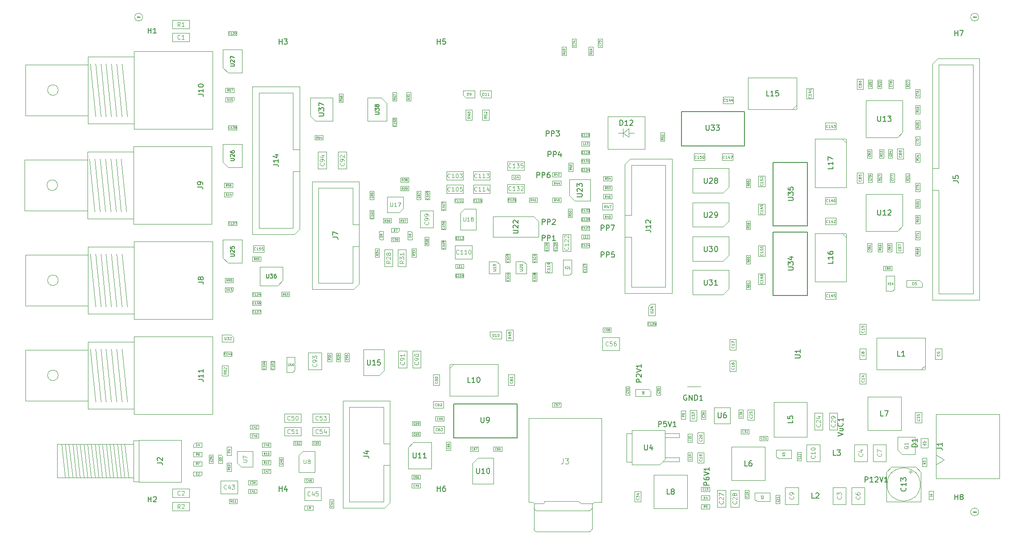
<source format=gbr>
%TF.GenerationSoftware,KiCad,Pcbnew,7.0.1*%
%TF.CreationDate,2023-11-29T10:40:01+01:00*%
%TF.ProjectId,current100A_Artiq,63757272-656e-4743-9130-30415f417274,rev?*%
%TF.SameCoordinates,Original*%
%TF.FileFunction,AssemblyDrawing,Top*%
%FSLAX46Y46*%
G04 Gerber Fmt 4.6, Leading zero omitted, Abs format (unit mm)*
G04 Created by KiCad (PCBNEW 7.0.1) date 2023-11-29 10:40:01*
%MOMM*%
%LPD*%
G01*
G04 APERTURE LIST*
%ADD10C,0.060000*%
%ADD11C,0.120000*%
%ADD12C,0.080000*%
%ADD13C,0.150000*%
%ADD14C,0.100000*%
%ADD15C,0.075000*%
%ADD16C,0.040000*%
%ADD17C,0.110000*%
%ADD18C,0.050000*%
G04 APERTURE END LIST*
D10*
%TO.C,C134*%
X85277381Y-32023952D02*
X85258333Y-32043000D01*
X85258333Y-32043000D02*
X85201191Y-32062047D01*
X85201191Y-32062047D02*
X85163095Y-32062047D01*
X85163095Y-32062047D02*
X85105952Y-32043000D01*
X85105952Y-32043000D02*
X85067857Y-32004904D01*
X85067857Y-32004904D02*
X85048810Y-31966809D01*
X85048810Y-31966809D02*
X85029762Y-31890619D01*
X85029762Y-31890619D02*
X85029762Y-31833476D01*
X85029762Y-31833476D02*
X85048810Y-31757285D01*
X85048810Y-31757285D02*
X85067857Y-31719190D01*
X85067857Y-31719190D02*
X85105952Y-31681095D01*
X85105952Y-31681095D02*
X85163095Y-31662047D01*
X85163095Y-31662047D02*
X85201191Y-31662047D01*
X85201191Y-31662047D02*
X85258333Y-31681095D01*
X85258333Y-31681095D02*
X85277381Y-31700142D01*
X85658333Y-32062047D02*
X85429762Y-32062047D01*
X85544048Y-32062047D02*
X85544048Y-31662047D01*
X85544048Y-31662047D02*
X85505952Y-31719190D01*
X85505952Y-31719190D02*
X85467857Y-31757285D01*
X85467857Y-31757285D02*
X85429762Y-31776333D01*
X85791666Y-31662047D02*
X86039285Y-31662047D01*
X86039285Y-31662047D02*
X85905952Y-31814428D01*
X85905952Y-31814428D02*
X85963095Y-31814428D01*
X85963095Y-31814428D02*
X86001190Y-31833476D01*
X86001190Y-31833476D02*
X86020238Y-31852523D01*
X86020238Y-31852523D02*
X86039285Y-31890619D01*
X86039285Y-31890619D02*
X86039285Y-31985857D01*
X86039285Y-31985857D02*
X86020238Y-32023952D01*
X86020238Y-32023952D02*
X86001190Y-32043000D01*
X86001190Y-32043000D02*
X85963095Y-32062047D01*
X85963095Y-32062047D02*
X85848809Y-32062047D01*
X85848809Y-32062047D02*
X85810714Y-32043000D01*
X85810714Y-32043000D02*
X85791666Y-32023952D01*
X86382142Y-31795380D02*
X86382142Y-32062047D01*
X86286904Y-31643000D02*
X86191666Y-31928714D01*
X86191666Y-31928714D02*
X86439285Y-31928714D01*
%TO.C,R42*%
X80006857Y-32951047D02*
X79873524Y-32760571D01*
X79778286Y-32951047D02*
X79778286Y-32551047D01*
X79778286Y-32551047D02*
X79930667Y-32551047D01*
X79930667Y-32551047D02*
X79968762Y-32570095D01*
X79968762Y-32570095D02*
X79987809Y-32589142D01*
X79987809Y-32589142D02*
X80006857Y-32627238D01*
X80006857Y-32627238D02*
X80006857Y-32684380D01*
X80006857Y-32684380D02*
X79987809Y-32722476D01*
X79987809Y-32722476D02*
X79968762Y-32741523D01*
X79968762Y-32741523D02*
X79930667Y-32760571D01*
X79930667Y-32760571D02*
X79778286Y-32760571D01*
X80349714Y-32684380D02*
X80349714Y-32951047D01*
X80254476Y-32532000D02*
X80159238Y-32817714D01*
X80159238Y-32817714D02*
X80406857Y-32817714D01*
X80540190Y-32589142D02*
X80559238Y-32570095D01*
X80559238Y-32570095D02*
X80597333Y-32551047D01*
X80597333Y-32551047D02*
X80692571Y-32551047D01*
X80692571Y-32551047D02*
X80730666Y-32570095D01*
X80730666Y-32570095D02*
X80749714Y-32589142D01*
X80749714Y-32589142D02*
X80768761Y-32627238D01*
X80768761Y-32627238D02*
X80768761Y-32665333D01*
X80768761Y-32665333D02*
X80749714Y-32722476D01*
X80749714Y-32722476D02*
X80521142Y-32951047D01*
X80521142Y-32951047D02*
X80768761Y-32951047D01*
%TO.C,C104*%
X24911952Y-69408618D02*
X24931000Y-69427666D01*
X24931000Y-69427666D02*
X24950047Y-69484808D01*
X24950047Y-69484808D02*
X24950047Y-69522904D01*
X24950047Y-69522904D02*
X24931000Y-69580047D01*
X24931000Y-69580047D02*
X24892904Y-69618142D01*
X24892904Y-69618142D02*
X24854809Y-69637189D01*
X24854809Y-69637189D02*
X24778619Y-69656237D01*
X24778619Y-69656237D02*
X24721476Y-69656237D01*
X24721476Y-69656237D02*
X24645285Y-69637189D01*
X24645285Y-69637189D02*
X24607190Y-69618142D01*
X24607190Y-69618142D02*
X24569095Y-69580047D01*
X24569095Y-69580047D02*
X24550047Y-69522904D01*
X24550047Y-69522904D02*
X24550047Y-69484808D01*
X24550047Y-69484808D02*
X24569095Y-69427666D01*
X24569095Y-69427666D02*
X24588142Y-69408618D01*
X24950047Y-69027666D02*
X24950047Y-69256237D01*
X24950047Y-69141951D02*
X24550047Y-69141951D01*
X24550047Y-69141951D02*
X24607190Y-69180047D01*
X24607190Y-69180047D02*
X24645285Y-69218142D01*
X24645285Y-69218142D02*
X24664333Y-69256237D01*
X24550047Y-68780047D02*
X24550047Y-68741952D01*
X24550047Y-68741952D02*
X24569095Y-68703856D01*
X24569095Y-68703856D02*
X24588142Y-68684809D01*
X24588142Y-68684809D02*
X24626238Y-68665761D01*
X24626238Y-68665761D02*
X24702428Y-68646714D01*
X24702428Y-68646714D02*
X24797666Y-68646714D01*
X24797666Y-68646714D02*
X24873857Y-68665761D01*
X24873857Y-68665761D02*
X24911952Y-68684809D01*
X24911952Y-68684809D02*
X24931000Y-68703856D01*
X24931000Y-68703856D02*
X24950047Y-68741952D01*
X24950047Y-68741952D02*
X24950047Y-68780047D01*
X24950047Y-68780047D02*
X24931000Y-68818142D01*
X24931000Y-68818142D02*
X24911952Y-68837190D01*
X24911952Y-68837190D02*
X24873857Y-68856237D01*
X24873857Y-68856237D02*
X24797666Y-68875285D01*
X24797666Y-68875285D02*
X24702428Y-68875285D01*
X24702428Y-68875285D02*
X24626238Y-68856237D01*
X24626238Y-68856237D02*
X24588142Y-68837190D01*
X24588142Y-68837190D02*
X24569095Y-68818142D01*
X24569095Y-68818142D02*
X24550047Y-68780047D01*
X24683380Y-68303857D02*
X24950047Y-68303857D01*
X24531000Y-68399095D02*
X24816714Y-68494333D01*
X24816714Y-68494333D02*
X24816714Y-68246714D01*
%TO.C,C41*%
X22348857Y-92983952D02*
X22329809Y-93003000D01*
X22329809Y-93003000D02*
X22272667Y-93022047D01*
X22272667Y-93022047D02*
X22234571Y-93022047D01*
X22234571Y-93022047D02*
X22177428Y-93003000D01*
X22177428Y-93003000D02*
X22139333Y-92964904D01*
X22139333Y-92964904D02*
X22120286Y-92926809D01*
X22120286Y-92926809D02*
X22101238Y-92850619D01*
X22101238Y-92850619D02*
X22101238Y-92793476D01*
X22101238Y-92793476D02*
X22120286Y-92717285D01*
X22120286Y-92717285D02*
X22139333Y-92679190D01*
X22139333Y-92679190D02*
X22177428Y-92641095D01*
X22177428Y-92641095D02*
X22234571Y-92622047D01*
X22234571Y-92622047D02*
X22272667Y-92622047D01*
X22272667Y-92622047D02*
X22329809Y-92641095D01*
X22329809Y-92641095D02*
X22348857Y-92660142D01*
X22691714Y-92755380D02*
X22691714Y-93022047D01*
X22596476Y-92603000D02*
X22501238Y-92888714D01*
X22501238Y-92888714D02*
X22748857Y-92888714D01*
X23110761Y-93022047D02*
X22882190Y-93022047D01*
X22996476Y-93022047D02*
X22996476Y-92622047D01*
X22996476Y-92622047D02*
X22958380Y-92679190D01*
X22958380Y-92679190D02*
X22920285Y-92717285D01*
X22920285Y-92717285D02*
X22882190Y-92736333D01*
%TO.C,R21*%
X146997047Y-33658142D02*
X146806571Y-33791475D01*
X146997047Y-33886713D02*
X146597047Y-33886713D01*
X146597047Y-33886713D02*
X146597047Y-33734332D01*
X146597047Y-33734332D02*
X146616095Y-33696237D01*
X146616095Y-33696237D02*
X146635142Y-33677190D01*
X146635142Y-33677190D02*
X146673238Y-33658142D01*
X146673238Y-33658142D02*
X146730380Y-33658142D01*
X146730380Y-33658142D02*
X146768476Y-33677190D01*
X146768476Y-33677190D02*
X146787523Y-33696237D01*
X146787523Y-33696237D02*
X146806571Y-33734332D01*
X146806571Y-33734332D02*
X146806571Y-33886713D01*
X146635142Y-33505761D02*
X146616095Y-33486713D01*
X146616095Y-33486713D02*
X146597047Y-33448618D01*
X146597047Y-33448618D02*
X146597047Y-33353380D01*
X146597047Y-33353380D02*
X146616095Y-33315285D01*
X146616095Y-33315285D02*
X146635142Y-33296237D01*
X146635142Y-33296237D02*
X146673238Y-33277190D01*
X146673238Y-33277190D02*
X146711333Y-33277190D01*
X146711333Y-33277190D02*
X146768476Y-33296237D01*
X146768476Y-33296237D02*
X146997047Y-33524809D01*
X146997047Y-33524809D02*
X146997047Y-33277190D01*
X146997047Y-32896238D02*
X146997047Y-33124809D01*
X146997047Y-33010523D02*
X146597047Y-33010523D01*
X146597047Y-33010523D02*
X146654190Y-33048619D01*
X146654190Y-33048619D02*
X146692285Y-33086714D01*
X146692285Y-33086714D02*
X146711333Y-33124809D01*
D11*
%TO.C,C51*%
X29711714Y-81827904D02*
X29673618Y-81866000D01*
X29673618Y-81866000D02*
X29559333Y-81904095D01*
X29559333Y-81904095D02*
X29483142Y-81904095D01*
X29483142Y-81904095D02*
X29368856Y-81866000D01*
X29368856Y-81866000D02*
X29292666Y-81789809D01*
X29292666Y-81789809D02*
X29254571Y-81713619D01*
X29254571Y-81713619D02*
X29216475Y-81561238D01*
X29216475Y-81561238D02*
X29216475Y-81446952D01*
X29216475Y-81446952D02*
X29254571Y-81294571D01*
X29254571Y-81294571D02*
X29292666Y-81218380D01*
X29292666Y-81218380D02*
X29368856Y-81142190D01*
X29368856Y-81142190D02*
X29483142Y-81104095D01*
X29483142Y-81104095D02*
X29559333Y-81104095D01*
X29559333Y-81104095D02*
X29673618Y-81142190D01*
X29673618Y-81142190D02*
X29711714Y-81180285D01*
X30435523Y-81104095D02*
X30054571Y-81104095D01*
X30054571Y-81104095D02*
X30016475Y-81485047D01*
X30016475Y-81485047D02*
X30054571Y-81446952D01*
X30054571Y-81446952D02*
X30130761Y-81408857D01*
X30130761Y-81408857D02*
X30321237Y-81408857D01*
X30321237Y-81408857D02*
X30397428Y-81446952D01*
X30397428Y-81446952D02*
X30435523Y-81485047D01*
X30435523Y-81485047D02*
X30473618Y-81561238D01*
X30473618Y-81561238D02*
X30473618Y-81751714D01*
X30473618Y-81751714D02*
X30435523Y-81827904D01*
X30435523Y-81827904D02*
X30397428Y-81866000D01*
X30397428Y-81866000D02*
X30321237Y-81904095D01*
X30321237Y-81904095D02*
X30130761Y-81904095D01*
X30130761Y-81904095D02*
X30054571Y-81866000D01*
X30054571Y-81866000D02*
X30016475Y-81827904D01*
X31235523Y-81904095D02*
X30778380Y-81904095D01*
X31006952Y-81904095D02*
X31006952Y-81104095D01*
X31006952Y-81104095D02*
X30930761Y-81218380D01*
X30930761Y-81218380D02*
X30854571Y-81294571D01*
X30854571Y-81294571D02*
X30778380Y-81332666D01*
D12*
%TO.C,R48*%
X71605309Y-63567428D02*
X71367214Y-63734094D01*
X71605309Y-63853142D02*
X71105309Y-63853142D01*
X71105309Y-63853142D02*
X71105309Y-63662666D01*
X71105309Y-63662666D02*
X71129119Y-63615047D01*
X71129119Y-63615047D02*
X71152928Y-63591237D01*
X71152928Y-63591237D02*
X71200547Y-63567428D01*
X71200547Y-63567428D02*
X71271976Y-63567428D01*
X71271976Y-63567428D02*
X71319595Y-63591237D01*
X71319595Y-63591237D02*
X71343404Y-63615047D01*
X71343404Y-63615047D02*
X71367214Y-63662666D01*
X71367214Y-63662666D02*
X71367214Y-63853142D01*
X71271976Y-63138856D02*
X71605309Y-63138856D01*
X71081500Y-63257904D02*
X71438642Y-63376951D01*
X71438642Y-63376951D02*
X71438642Y-63067428D01*
X71319595Y-62805523D02*
X71295785Y-62853142D01*
X71295785Y-62853142D02*
X71271976Y-62876952D01*
X71271976Y-62876952D02*
X71224357Y-62900761D01*
X71224357Y-62900761D02*
X71200547Y-62900761D01*
X71200547Y-62900761D02*
X71152928Y-62876952D01*
X71152928Y-62876952D02*
X71129119Y-62853142D01*
X71129119Y-62853142D02*
X71105309Y-62805523D01*
X71105309Y-62805523D02*
X71105309Y-62710285D01*
X71105309Y-62710285D02*
X71129119Y-62662666D01*
X71129119Y-62662666D02*
X71152928Y-62638857D01*
X71152928Y-62638857D02*
X71200547Y-62615047D01*
X71200547Y-62615047D02*
X71224357Y-62615047D01*
X71224357Y-62615047D02*
X71271976Y-62638857D01*
X71271976Y-62638857D02*
X71295785Y-62662666D01*
X71295785Y-62662666D02*
X71319595Y-62710285D01*
X71319595Y-62710285D02*
X71319595Y-62805523D01*
X71319595Y-62805523D02*
X71343404Y-62853142D01*
X71343404Y-62853142D02*
X71367214Y-62876952D01*
X71367214Y-62876952D02*
X71414833Y-62900761D01*
X71414833Y-62900761D02*
X71510071Y-62900761D01*
X71510071Y-62900761D02*
X71557690Y-62876952D01*
X71557690Y-62876952D02*
X71581500Y-62853142D01*
X71581500Y-62853142D02*
X71605309Y-62805523D01*
X71605309Y-62805523D02*
X71605309Y-62710285D01*
X71605309Y-62710285D02*
X71581500Y-62662666D01*
X71581500Y-62662666D02*
X71557690Y-62638857D01*
X71557690Y-62638857D02*
X71510071Y-62615047D01*
X71510071Y-62615047D02*
X71414833Y-62615047D01*
X71414833Y-62615047D02*
X71367214Y-62638857D01*
X71367214Y-62638857D02*
X71343404Y-62662666D01*
X71343404Y-62662666D02*
X71319595Y-62710285D01*
D11*
%TO.C,C1*%
X8883667Y-7024904D02*
X8845571Y-7063000D01*
X8845571Y-7063000D02*
X8731286Y-7101095D01*
X8731286Y-7101095D02*
X8655095Y-7101095D01*
X8655095Y-7101095D02*
X8540809Y-7063000D01*
X8540809Y-7063000D02*
X8464619Y-6986809D01*
X8464619Y-6986809D02*
X8426524Y-6910619D01*
X8426524Y-6910619D02*
X8388428Y-6758238D01*
X8388428Y-6758238D02*
X8388428Y-6643952D01*
X8388428Y-6643952D02*
X8426524Y-6491571D01*
X8426524Y-6491571D02*
X8464619Y-6415380D01*
X8464619Y-6415380D02*
X8540809Y-6339190D01*
X8540809Y-6339190D02*
X8655095Y-6301095D01*
X8655095Y-6301095D02*
X8731286Y-6301095D01*
X8731286Y-6301095D02*
X8845571Y-6339190D01*
X8845571Y-6339190D02*
X8883667Y-6377285D01*
X9645571Y-7101095D02*
X9188428Y-7101095D01*
X9417000Y-7101095D02*
X9417000Y-6301095D01*
X9417000Y-6301095D02*
X9340809Y-6415380D01*
X9340809Y-6415380D02*
X9264619Y-6491571D01*
X9264619Y-6491571D02*
X9188428Y-6529666D01*
D10*
%TO.C,C123*%
X80156952Y-46929618D02*
X80176000Y-46948666D01*
X80176000Y-46948666D02*
X80195047Y-47005808D01*
X80195047Y-47005808D02*
X80195047Y-47043904D01*
X80195047Y-47043904D02*
X80176000Y-47101047D01*
X80176000Y-47101047D02*
X80137904Y-47139142D01*
X80137904Y-47139142D02*
X80099809Y-47158189D01*
X80099809Y-47158189D02*
X80023619Y-47177237D01*
X80023619Y-47177237D02*
X79966476Y-47177237D01*
X79966476Y-47177237D02*
X79890285Y-47158189D01*
X79890285Y-47158189D02*
X79852190Y-47139142D01*
X79852190Y-47139142D02*
X79814095Y-47101047D01*
X79814095Y-47101047D02*
X79795047Y-47043904D01*
X79795047Y-47043904D02*
X79795047Y-47005808D01*
X79795047Y-47005808D02*
X79814095Y-46948666D01*
X79814095Y-46948666D02*
X79833142Y-46929618D01*
X80195047Y-46548666D02*
X80195047Y-46777237D01*
X80195047Y-46662951D02*
X79795047Y-46662951D01*
X79795047Y-46662951D02*
X79852190Y-46701047D01*
X79852190Y-46701047D02*
X79890285Y-46739142D01*
X79890285Y-46739142D02*
X79909333Y-46777237D01*
X79833142Y-46396285D02*
X79814095Y-46377237D01*
X79814095Y-46377237D02*
X79795047Y-46339142D01*
X79795047Y-46339142D02*
X79795047Y-46243904D01*
X79795047Y-46243904D02*
X79814095Y-46205809D01*
X79814095Y-46205809D02*
X79833142Y-46186761D01*
X79833142Y-46186761D02*
X79871238Y-46167714D01*
X79871238Y-46167714D02*
X79909333Y-46167714D01*
X79909333Y-46167714D02*
X79966476Y-46186761D01*
X79966476Y-46186761D02*
X80195047Y-46415333D01*
X80195047Y-46415333D02*
X80195047Y-46167714D01*
X79795047Y-46034381D02*
X79795047Y-45786762D01*
X79795047Y-45786762D02*
X79947428Y-45920095D01*
X79947428Y-45920095D02*
X79947428Y-45862952D01*
X79947428Y-45862952D02*
X79966476Y-45824857D01*
X79966476Y-45824857D02*
X79985523Y-45805809D01*
X79985523Y-45805809D02*
X80023619Y-45786762D01*
X80023619Y-45786762D02*
X80118857Y-45786762D01*
X80118857Y-45786762D02*
X80156952Y-45805809D01*
X80156952Y-45805809D02*
X80176000Y-45824857D01*
X80176000Y-45824857D02*
X80195047Y-45862952D01*
X80195047Y-45862952D02*
X80195047Y-45977238D01*
X80195047Y-45977238D02*
X80176000Y-46015333D01*
X80176000Y-46015333D02*
X80156952Y-46034381D01*
D13*
%TO.C,L1*%
X145395333Y-67264619D02*
X144919143Y-67264619D01*
X144919143Y-67264619D02*
X144919143Y-66264619D01*
X146252476Y-67264619D02*
X145681048Y-67264619D01*
X145966762Y-67264619D02*
X145966762Y-66264619D01*
X145966762Y-66264619D02*
X145871524Y-66407476D01*
X145871524Y-66407476D02*
X145776286Y-66502714D01*
X145776286Y-66502714D02*
X145681048Y-66550333D01*
%TO.C,U33*%
X108604205Y-23389419D02*
X108604205Y-24198942D01*
X108604205Y-24198942D02*
X108651824Y-24294180D01*
X108651824Y-24294180D02*
X108699443Y-24341800D01*
X108699443Y-24341800D02*
X108794681Y-24389419D01*
X108794681Y-24389419D02*
X108985157Y-24389419D01*
X108985157Y-24389419D02*
X109080395Y-24341800D01*
X109080395Y-24341800D02*
X109128014Y-24294180D01*
X109128014Y-24294180D02*
X109175633Y-24198942D01*
X109175633Y-24198942D02*
X109175633Y-23389419D01*
X109556586Y-23389419D02*
X110175633Y-23389419D01*
X110175633Y-23389419D02*
X109842300Y-23770371D01*
X109842300Y-23770371D02*
X109985157Y-23770371D01*
X109985157Y-23770371D02*
X110080395Y-23817990D01*
X110080395Y-23817990D02*
X110128014Y-23865609D01*
X110128014Y-23865609D02*
X110175633Y-23960847D01*
X110175633Y-23960847D02*
X110175633Y-24198942D01*
X110175633Y-24198942D02*
X110128014Y-24294180D01*
X110128014Y-24294180D02*
X110080395Y-24341800D01*
X110080395Y-24341800D02*
X109985157Y-24389419D01*
X109985157Y-24389419D02*
X109699443Y-24389419D01*
X109699443Y-24389419D02*
X109604205Y-24341800D01*
X109604205Y-24341800D02*
X109556586Y-24294180D01*
X110508967Y-23389419D02*
X111128014Y-23389419D01*
X111128014Y-23389419D02*
X110794681Y-23770371D01*
X110794681Y-23770371D02*
X110937538Y-23770371D01*
X110937538Y-23770371D02*
X111032776Y-23817990D01*
X111032776Y-23817990D02*
X111080395Y-23865609D01*
X111080395Y-23865609D02*
X111128014Y-23960847D01*
X111128014Y-23960847D02*
X111128014Y-24198942D01*
X111128014Y-24198942D02*
X111080395Y-24294180D01*
X111080395Y-24294180D02*
X111032776Y-24341800D01*
X111032776Y-24341800D02*
X110937538Y-24389419D01*
X110937538Y-24389419D02*
X110651824Y-24389419D01*
X110651824Y-24389419D02*
X110556586Y-24341800D01*
X110556586Y-24341800D02*
X110508967Y-24294180D01*
%TO.C,U30*%
X108235905Y-46390619D02*
X108235905Y-47200142D01*
X108235905Y-47200142D02*
X108283524Y-47295380D01*
X108283524Y-47295380D02*
X108331143Y-47343000D01*
X108331143Y-47343000D02*
X108426381Y-47390619D01*
X108426381Y-47390619D02*
X108616857Y-47390619D01*
X108616857Y-47390619D02*
X108712095Y-47343000D01*
X108712095Y-47343000D02*
X108759714Y-47295380D01*
X108759714Y-47295380D02*
X108807333Y-47200142D01*
X108807333Y-47200142D02*
X108807333Y-46390619D01*
X109188286Y-46390619D02*
X109807333Y-46390619D01*
X109807333Y-46390619D02*
X109474000Y-46771571D01*
X109474000Y-46771571D02*
X109616857Y-46771571D01*
X109616857Y-46771571D02*
X109712095Y-46819190D01*
X109712095Y-46819190D02*
X109759714Y-46866809D01*
X109759714Y-46866809D02*
X109807333Y-46962047D01*
X109807333Y-46962047D02*
X109807333Y-47200142D01*
X109807333Y-47200142D02*
X109759714Y-47295380D01*
X109759714Y-47295380D02*
X109712095Y-47343000D01*
X109712095Y-47343000D02*
X109616857Y-47390619D01*
X109616857Y-47390619D02*
X109331143Y-47390619D01*
X109331143Y-47390619D02*
X109235905Y-47343000D01*
X109235905Y-47343000D02*
X109188286Y-47295380D01*
X110426381Y-46390619D02*
X110521619Y-46390619D01*
X110521619Y-46390619D02*
X110616857Y-46438238D01*
X110616857Y-46438238D02*
X110664476Y-46485857D01*
X110664476Y-46485857D02*
X110712095Y-46581095D01*
X110712095Y-46581095D02*
X110759714Y-46771571D01*
X110759714Y-46771571D02*
X110759714Y-47009666D01*
X110759714Y-47009666D02*
X110712095Y-47200142D01*
X110712095Y-47200142D02*
X110664476Y-47295380D01*
X110664476Y-47295380D02*
X110616857Y-47343000D01*
X110616857Y-47343000D02*
X110521619Y-47390619D01*
X110521619Y-47390619D02*
X110426381Y-47390619D01*
X110426381Y-47390619D02*
X110331143Y-47343000D01*
X110331143Y-47343000D02*
X110283524Y-47295380D01*
X110283524Y-47295380D02*
X110235905Y-47200142D01*
X110235905Y-47200142D02*
X110188286Y-47009666D01*
X110188286Y-47009666D02*
X110188286Y-46771571D01*
X110188286Y-46771571D02*
X110235905Y-46581095D01*
X110235905Y-46581095D02*
X110283524Y-46485857D01*
X110283524Y-46485857D02*
X110331143Y-46438238D01*
X110331143Y-46438238D02*
X110426381Y-46390619D01*
D12*
%TO.C,C18*%
X107752690Y-86808428D02*
X107776500Y-86832237D01*
X107776500Y-86832237D02*
X107800309Y-86903666D01*
X107800309Y-86903666D02*
X107800309Y-86951285D01*
X107800309Y-86951285D02*
X107776500Y-87022713D01*
X107776500Y-87022713D02*
X107728880Y-87070332D01*
X107728880Y-87070332D02*
X107681261Y-87094142D01*
X107681261Y-87094142D02*
X107586023Y-87117951D01*
X107586023Y-87117951D02*
X107514595Y-87117951D01*
X107514595Y-87117951D02*
X107419357Y-87094142D01*
X107419357Y-87094142D02*
X107371738Y-87070332D01*
X107371738Y-87070332D02*
X107324119Y-87022713D01*
X107324119Y-87022713D02*
X107300309Y-86951285D01*
X107300309Y-86951285D02*
X107300309Y-86903666D01*
X107300309Y-86903666D02*
X107324119Y-86832237D01*
X107324119Y-86832237D02*
X107347928Y-86808428D01*
X107800309Y-86332237D02*
X107800309Y-86617951D01*
X107800309Y-86475094D02*
X107300309Y-86475094D01*
X107300309Y-86475094D02*
X107371738Y-86522713D01*
X107371738Y-86522713D02*
X107419357Y-86570332D01*
X107419357Y-86570332D02*
X107443166Y-86617951D01*
X107514595Y-86046523D02*
X107490785Y-86094142D01*
X107490785Y-86094142D02*
X107466976Y-86117952D01*
X107466976Y-86117952D02*
X107419357Y-86141761D01*
X107419357Y-86141761D02*
X107395547Y-86141761D01*
X107395547Y-86141761D02*
X107347928Y-86117952D01*
X107347928Y-86117952D02*
X107324119Y-86094142D01*
X107324119Y-86094142D02*
X107300309Y-86046523D01*
X107300309Y-86046523D02*
X107300309Y-85951285D01*
X107300309Y-85951285D02*
X107324119Y-85903666D01*
X107324119Y-85903666D02*
X107347928Y-85879857D01*
X107347928Y-85879857D02*
X107395547Y-85856047D01*
X107395547Y-85856047D02*
X107419357Y-85856047D01*
X107419357Y-85856047D02*
X107466976Y-85879857D01*
X107466976Y-85879857D02*
X107490785Y-85903666D01*
X107490785Y-85903666D02*
X107514595Y-85951285D01*
X107514595Y-85951285D02*
X107514595Y-86046523D01*
X107514595Y-86046523D02*
X107538404Y-86094142D01*
X107538404Y-86094142D02*
X107562214Y-86117952D01*
X107562214Y-86117952D02*
X107609833Y-86141761D01*
X107609833Y-86141761D02*
X107705071Y-86141761D01*
X107705071Y-86141761D02*
X107752690Y-86117952D01*
X107752690Y-86117952D02*
X107776500Y-86094142D01*
X107776500Y-86094142D02*
X107800309Y-86046523D01*
X107800309Y-86046523D02*
X107800309Y-85951285D01*
X107800309Y-85951285D02*
X107776500Y-85903666D01*
X107776500Y-85903666D02*
X107752690Y-85879857D01*
X107752690Y-85879857D02*
X107705071Y-85856047D01*
X107705071Y-85856047D02*
X107609833Y-85856047D01*
X107609833Y-85856047D02*
X107562214Y-85879857D01*
X107562214Y-85879857D02*
X107538404Y-85903666D01*
X107538404Y-85903666D02*
X107514595Y-85951285D01*
D11*
%TO.C,C29*%
X133008904Y-80143285D02*
X133047000Y-80181381D01*
X133047000Y-80181381D02*
X133085095Y-80295666D01*
X133085095Y-80295666D02*
X133085095Y-80371857D01*
X133085095Y-80371857D02*
X133047000Y-80486143D01*
X133047000Y-80486143D02*
X132970809Y-80562333D01*
X132970809Y-80562333D02*
X132894619Y-80600428D01*
X132894619Y-80600428D02*
X132742238Y-80638524D01*
X132742238Y-80638524D02*
X132627952Y-80638524D01*
X132627952Y-80638524D02*
X132475571Y-80600428D01*
X132475571Y-80600428D02*
X132399380Y-80562333D01*
X132399380Y-80562333D02*
X132323190Y-80486143D01*
X132323190Y-80486143D02*
X132285095Y-80371857D01*
X132285095Y-80371857D02*
X132285095Y-80295666D01*
X132285095Y-80295666D02*
X132323190Y-80181381D01*
X132323190Y-80181381D02*
X132361285Y-80143285D01*
X132361285Y-79838524D02*
X132323190Y-79800428D01*
X132323190Y-79800428D02*
X132285095Y-79724238D01*
X132285095Y-79724238D02*
X132285095Y-79533762D01*
X132285095Y-79533762D02*
X132323190Y-79457571D01*
X132323190Y-79457571D02*
X132361285Y-79419476D01*
X132361285Y-79419476D02*
X132437476Y-79381381D01*
X132437476Y-79381381D02*
X132513666Y-79381381D01*
X132513666Y-79381381D02*
X132627952Y-79419476D01*
X132627952Y-79419476D02*
X133085095Y-79876619D01*
X133085095Y-79876619D02*
X133085095Y-79381381D01*
X133085095Y-79000428D02*
X133085095Y-78848047D01*
X133085095Y-78848047D02*
X133047000Y-78771857D01*
X133047000Y-78771857D02*
X133008904Y-78733761D01*
X133008904Y-78733761D02*
X132894619Y-78657571D01*
X132894619Y-78657571D02*
X132742238Y-78619476D01*
X132742238Y-78619476D02*
X132437476Y-78619476D01*
X132437476Y-78619476D02*
X132361285Y-78657571D01*
X132361285Y-78657571D02*
X132323190Y-78695666D01*
X132323190Y-78695666D02*
X132285095Y-78771857D01*
X132285095Y-78771857D02*
X132285095Y-78924238D01*
X132285095Y-78924238D02*
X132323190Y-79000428D01*
X132323190Y-79000428D02*
X132361285Y-79038523D01*
X132361285Y-79038523D02*
X132437476Y-79076619D01*
X132437476Y-79076619D02*
X132627952Y-79076619D01*
X132627952Y-79076619D02*
X132704142Y-79038523D01*
X132704142Y-79038523D02*
X132742238Y-79000428D01*
X132742238Y-79000428D02*
X132780333Y-78924238D01*
X132780333Y-78924238D02*
X132780333Y-78771857D01*
X132780333Y-78771857D02*
X132742238Y-78695666D01*
X132742238Y-78695666D02*
X132704142Y-78657571D01*
X132704142Y-78657571D02*
X132627952Y-78619476D01*
D13*
%TO.C,PP2*%
X77501905Y-42244619D02*
X77501905Y-41244619D01*
X77501905Y-41244619D02*
X77882857Y-41244619D01*
X77882857Y-41244619D02*
X77978095Y-41292238D01*
X77978095Y-41292238D02*
X78025714Y-41339857D01*
X78025714Y-41339857D02*
X78073333Y-41435095D01*
X78073333Y-41435095D02*
X78073333Y-41577952D01*
X78073333Y-41577952D02*
X78025714Y-41673190D01*
X78025714Y-41673190D02*
X77978095Y-41720809D01*
X77978095Y-41720809D02*
X77882857Y-41768428D01*
X77882857Y-41768428D02*
X77501905Y-41768428D01*
X78501905Y-42244619D02*
X78501905Y-41244619D01*
X78501905Y-41244619D02*
X78882857Y-41244619D01*
X78882857Y-41244619D02*
X78978095Y-41292238D01*
X78978095Y-41292238D02*
X79025714Y-41339857D01*
X79025714Y-41339857D02*
X79073333Y-41435095D01*
X79073333Y-41435095D02*
X79073333Y-41577952D01*
X79073333Y-41577952D02*
X79025714Y-41673190D01*
X79025714Y-41673190D02*
X78978095Y-41720809D01*
X78978095Y-41720809D02*
X78882857Y-41768428D01*
X78882857Y-41768428D02*
X78501905Y-41768428D01*
X79454286Y-41339857D02*
X79501905Y-41292238D01*
X79501905Y-41292238D02*
X79597143Y-41244619D01*
X79597143Y-41244619D02*
X79835238Y-41244619D01*
X79835238Y-41244619D02*
X79930476Y-41292238D01*
X79930476Y-41292238D02*
X79978095Y-41339857D01*
X79978095Y-41339857D02*
X80025714Y-41435095D01*
X80025714Y-41435095D02*
X80025714Y-41530333D01*
X80025714Y-41530333D02*
X79978095Y-41673190D01*
X79978095Y-41673190D02*
X79406667Y-42244619D01*
X79406667Y-42244619D02*
X80025714Y-42244619D01*
%TO.C,PP5*%
X88677905Y-48469619D02*
X88677905Y-47469619D01*
X88677905Y-47469619D02*
X89058857Y-47469619D01*
X89058857Y-47469619D02*
X89154095Y-47517238D01*
X89154095Y-47517238D02*
X89201714Y-47564857D01*
X89201714Y-47564857D02*
X89249333Y-47660095D01*
X89249333Y-47660095D02*
X89249333Y-47802952D01*
X89249333Y-47802952D02*
X89201714Y-47898190D01*
X89201714Y-47898190D02*
X89154095Y-47945809D01*
X89154095Y-47945809D02*
X89058857Y-47993428D01*
X89058857Y-47993428D02*
X88677905Y-47993428D01*
X89677905Y-48469619D02*
X89677905Y-47469619D01*
X89677905Y-47469619D02*
X90058857Y-47469619D01*
X90058857Y-47469619D02*
X90154095Y-47517238D01*
X90154095Y-47517238D02*
X90201714Y-47564857D01*
X90201714Y-47564857D02*
X90249333Y-47660095D01*
X90249333Y-47660095D02*
X90249333Y-47802952D01*
X90249333Y-47802952D02*
X90201714Y-47898190D01*
X90201714Y-47898190D02*
X90154095Y-47945809D01*
X90154095Y-47945809D02*
X90058857Y-47993428D01*
X90058857Y-47993428D02*
X89677905Y-47993428D01*
X91154095Y-47469619D02*
X90677905Y-47469619D01*
X90677905Y-47469619D02*
X90630286Y-47945809D01*
X90630286Y-47945809D02*
X90677905Y-47898190D01*
X90677905Y-47898190D02*
X90773143Y-47850571D01*
X90773143Y-47850571D02*
X91011238Y-47850571D01*
X91011238Y-47850571D02*
X91106476Y-47898190D01*
X91106476Y-47898190D02*
X91154095Y-47945809D01*
X91154095Y-47945809D02*
X91201714Y-48041047D01*
X91201714Y-48041047D02*
X91201714Y-48279142D01*
X91201714Y-48279142D02*
X91154095Y-48374380D01*
X91154095Y-48374380D02*
X91106476Y-48422000D01*
X91106476Y-48422000D02*
X91011238Y-48469619D01*
X91011238Y-48469619D02*
X90773143Y-48469619D01*
X90773143Y-48469619D02*
X90677905Y-48422000D01*
X90677905Y-48422000D02*
X90630286Y-48374380D01*
D10*
%TO.C,C65*%
X53381357Y-82177952D02*
X53362309Y-82197000D01*
X53362309Y-82197000D02*
X53305167Y-82216047D01*
X53305167Y-82216047D02*
X53267071Y-82216047D01*
X53267071Y-82216047D02*
X53209928Y-82197000D01*
X53209928Y-82197000D02*
X53171833Y-82158904D01*
X53171833Y-82158904D02*
X53152786Y-82120809D01*
X53152786Y-82120809D02*
X53133738Y-82044619D01*
X53133738Y-82044619D02*
X53133738Y-81987476D01*
X53133738Y-81987476D02*
X53152786Y-81911285D01*
X53152786Y-81911285D02*
X53171833Y-81873190D01*
X53171833Y-81873190D02*
X53209928Y-81835095D01*
X53209928Y-81835095D02*
X53267071Y-81816047D01*
X53267071Y-81816047D02*
X53305167Y-81816047D01*
X53305167Y-81816047D02*
X53362309Y-81835095D01*
X53362309Y-81835095D02*
X53381357Y-81854142D01*
X53724214Y-81816047D02*
X53648024Y-81816047D01*
X53648024Y-81816047D02*
X53609928Y-81835095D01*
X53609928Y-81835095D02*
X53590881Y-81854142D01*
X53590881Y-81854142D02*
X53552786Y-81911285D01*
X53552786Y-81911285D02*
X53533738Y-81987476D01*
X53533738Y-81987476D02*
X53533738Y-82139857D01*
X53533738Y-82139857D02*
X53552786Y-82177952D01*
X53552786Y-82177952D02*
X53571833Y-82197000D01*
X53571833Y-82197000D02*
X53609928Y-82216047D01*
X53609928Y-82216047D02*
X53686119Y-82216047D01*
X53686119Y-82216047D02*
X53724214Y-82197000D01*
X53724214Y-82197000D02*
X53743262Y-82177952D01*
X53743262Y-82177952D02*
X53762309Y-82139857D01*
X53762309Y-82139857D02*
X53762309Y-82044619D01*
X53762309Y-82044619D02*
X53743262Y-82006523D01*
X53743262Y-82006523D02*
X53724214Y-81987476D01*
X53724214Y-81987476D02*
X53686119Y-81968428D01*
X53686119Y-81968428D02*
X53609928Y-81968428D01*
X53609928Y-81968428D02*
X53571833Y-81987476D01*
X53571833Y-81987476D02*
X53552786Y-82006523D01*
X53552786Y-82006523D02*
X53533738Y-82044619D01*
X54124214Y-81816047D02*
X53933738Y-81816047D01*
X53933738Y-81816047D02*
X53914690Y-82006523D01*
X53914690Y-82006523D02*
X53933738Y-81987476D01*
X53933738Y-81987476D02*
X53971833Y-81968428D01*
X53971833Y-81968428D02*
X54067071Y-81968428D01*
X54067071Y-81968428D02*
X54105166Y-81987476D01*
X54105166Y-81987476D02*
X54124214Y-82006523D01*
X54124214Y-82006523D02*
X54143261Y-82044619D01*
X54143261Y-82044619D02*
X54143261Y-82139857D01*
X54143261Y-82139857D02*
X54124214Y-82177952D01*
X54124214Y-82177952D02*
X54105166Y-82197000D01*
X54105166Y-82197000D02*
X54067071Y-82216047D01*
X54067071Y-82216047D02*
X53971833Y-82216047D01*
X53971833Y-82216047D02*
X53933738Y-82197000D01*
X53933738Y-82197000D02*
X53914690Y-82177952D01*
D13*
%TO.C,PP1*%
X77501905Y-45292619D02*
X77501905Y-44292619D01*
X77501905Y-44292619D02*
X77882857Y-44292619D01*
X77882857Y-44292619D02*
X77978095Y-44340238D01*
X77978095Y-44340238D02*
X78025714Y-44387857D01*
X78025714Y-44387857D02*
X78073333Y-44483095D01*
X78073333Y-44483095D02*
X78073333Y-44625952D01*
X78073333Y-44625952D02*
X78025714Y-44721190D01*
X78025714Y-44721190D02*
X77978095Y-44768809D01*
X77978095Y-44768809D02*
X77882857Y-44816428D01*
X77882857Y-44816428D02*
X77501905Y-44816428D01*
X78501905Y-45292619D02*
X78501905Y-44292619D01*
X78501905Y-44292619D02*
X78882857Y-44292619D01*
X78882857Y-44292619D02*
X78978095Y-44340238D01*
X78978095Y-44340238D02*
X79025714Y-44387857D01*
X79025714Y-44387857D02*
X79073333Y-44483095D01*
X79073333Y-44483095D02*
X79073333Y-44625952D01*
X79073333Y-44625952D02*
X79025714Y-44721190D01*
X79025714Y-44721190D02*
X78978095Y-44768809D01*
X78978095Y-44768809D02*
X78882857Y-44816428D01*
X78882857Y-44816428D02*
X78501905Y-44816428D01*
X80025714Y-45292619D02*
X79454286Y-45292619D01*
X79740000Y-45292619D02*
X79740000Y-44292619D01*
X79740000Y-44292619D02*
X79644762Y-44435476D01*
X79644762Y-44435476D02*
X79549524Y-44530714D01*
X79549524Y-44530714D02*
X79454286Y-44578333D01*
D10*
%TO.C,C115*%
X64830381Y-37865952D02*
X64811333Y-37885000D01*
X64811333Y-37885000D02*
X64754191Y-37904047D01*
X64754191Y-37904047D02*
X64716095Y-37904047D01*
X64716095Y-37904047D02*
X64658952Y-37885000D01*
X64658952Y-37885000D02*
X64620857Y-37846904D01*
X64620857Y-37846904D02*
X64601810Y-37808809D01*
X64601810Y-37808809D02*
X64582762Y-37732619D01*
X64582762Y-37732619D02*
X64582762Y-37675476D01*
X64582762Y-37675476D02*
X64601810Y-37599285D01*
X64601810Y-37599285D02*
X64620857Y-37561190D01*
X64620857Y-37561190D02*
X64658952Y-37523095D01*
X64658952Y-37523095D02*
X64716095Y-37504047D01*
X64716095Y-37504047D02*
X64754191Y-37504047D01*
X64754191Y-37504047D02*
X64811333Y-37523095D01*
X64811333Y-37523095D02*
X64830381Y-37542142D01*
X65211333Y-37904047D02*
X64982762Y-37904047D01*
X65097048Y-37904047D02*
X65097048Y-37504047D01*
X65097048Y-37504047D02*
X65058952Y-37561190D01*
X65058952Y-37561190D02*
X65020857Y-37599285D01*
X65020857Y-37599285D02*
X64982762Y-37618333D01*
X65592285Y-37904047D02*
X65363714Y-37904047D01*
X65478000Y-37904047D02*
X65478000Y-37504047D01*
X65478000Y-37504047D02*
X65439904Y-37561190D01*
X65439904Y-37561190D02*
X65401809Y-37599285D01*
X65401809Y-37599285D02*
X65363714Y-37618333D01*
X65954190Y-37504047D02*
X65763714Y-37504047D01*
X65763714Y-37504047D02*
X65744666Y-37694523D01*
X65744666Y-37694523D02*
X65763714Y-37675476D01*
X65763714Y-37675476D02*
X65801809Y-37656428D01*
X65801809Y-37656428D02*
X65897047Y-37656428D01*
X65897047Y-37656428D02*
X65935142Y-37675476D01*
X65935142Y-37675476D02*
X65954190Y-37694523D01*
X65954190Y-37694523D02*
X65973237Y-37732619D01*
X65973237Y-37732619D02*
X65973237Y-37827857D01*
X65973237Y-37827857D02*
X65954190Y-37865952D01*
X65954190Y-37865952D02*
X65935142Y-37885000D01*
X65935142Y-37885000D02*
X65897047Y-37904047D01*
X65897047Y-37904047D02*
X65801809Y-37904047D01*
X65801809Y-37904047D02*
X65763714Y-37885000D01*
X65763714Y-37885000D02*
X65744666Y-37865952D01*
%TO.C,C21*%
X119249857Y-82950952D02*
X119230809Y-82970000D01*
X119230809Y-82970000D02*
X119173667Y-82989047D01*
X119173667Y-82989047D02*
X119135571Y-82989047D01*
X119135571Y-82989047D02*
X119078428Y-82970000D01*
X119078428Y-82970000D02*
X119040333Y-82931904D01*
X119040333Y-82931904D02*
X119021286Y-82893809D01*
X119021286Y-82893809D02*
X119002238Y-82817619D01*
X119002238Y-82817619D02*
X119002238Y-82760476D01*
X119002238Y-82760476D02*
X119021286Y-82684285D01*
X119021286Y-82684285D02*
X119040333Y-82646190D01*
X119040333Y-82646190D02*
X119078428Y-82608095D01*
X119078428Y-82608095D02*
X119135571Y-82589047D01*
X119135571Y-82589047D02*
X119173667Y-82589047D01*
X119173667Y-82589047D02*
X119230809Y-82608095D01*
X119230809Y-82608095D02*
X119249857Y-82627142D01*
X119402238Y-82627142D02*
X119421286Y-82608095D01*
X119421286Y-82608095D02*
X119459381Y-82589047D01*
X119459381Y-82589047D02*
X119554619Y-82589047D01*
X119554619Y-82589047D02*
X119592714Y-82608095D01*
X119592714Y-82608095D02*
X119611762Y-82627142D01*
X119611762Y-82627142D02*
X119630809Y-82665238D01*
X119630809Y-82665238D02*
X119630809Y-82703333D01*
X119630809Y-82703333D02*
X119611762Y-82760476D01*
X119611762Y-82760476D02*
X119383190Y-82989047D01*
X119383190Y-82989047D02*
X119630809Y-82989047D01*
X120011761Y-82989047D02*
X119783190Y-82989047D01*
X119897476Y-82989047D02*
X119897476Y-82589047D01*
X119897476Y-82589047D02*
X119859380Y-82646190D01*
X119859380Y-82646190D02*
X119821285Y-82684285D01*
X119821285Y-82684285D02*
X119783190Y-82703333D01*
D13*
%TO.C,U4*%
X96901095Y-84044619D02*
X96901095Y-84854142D01*
X96901095Y-84854142D02*
X96948714Y-84949380D01*
X96948714Y-84949380D02*
X96996333Y-84997000D01*
X96996333Y-84997000D02*
X97091571Y-85044619D01*
X97091571Y-85044619D02*
X97282047Y-85044619D01*
X97282047Y-85044619D02*
X97377285Y-84997000D01*
X97377285Y-84997000D02*
X97424904Y-84949380D01*
X97424904Y-84949380D02*
X97472523Y-84854142D01*
X97472523Y-84854142D02*
X97472523Y-84044619D01*
X98377285Y-84377952D02*
X98377285Y-85044619D01*
X98139190Y-83997000D02*
X97901095Y-84711285D01*
X97901095Y-84711285D02*
X98520142Y-84711285D01*
%TO.C,J4*%
X43658619Y-86185333D02*
X44372904Y-86185333D01*
X44372904Y-86185333D02*
X44515761Y-86232952D01*
X44515761Y-86232952D02*
X44611000Y-86328190D01*
X44611000Y-86328190D02*
X44658619Y-86471047D01*
X44658619Y-86471047D02*
X44658619Y-86566285D01*
X43991952Y-85280571D02*
X44658619Y-85280571D01*
X43611000Y-85518666D02*
X44325285Y-85756761D01*
X44325285Y-85756761D02*
X44325285Y-85137714D01*
%TO.C,L15*%
X120535142Y-17861619D02*
X120058952Y-17861619D01*
X120058952Y-17861619D02*
X120058952Y-16861619D01*
X121392285Y-17861619D02*
X120820857Y-17861619D01*
X121106571Y-17861619D02*
X121106571Y-16861619D01*
X121106571Y-16861619D02*
X121011333Y-17004476D01*
X121011333Y-17004476D02*
X120916095Y-17099714D01*
X120916095Y-17099714D02*
X120820857Y-17147333D01*
X122297047Y-16861619D02*
X121820857Y-16861619D01*
X121820857Y-16861619D02*
X121773238Y-17337809D01*
X121773238Y-17337809D02*
X121820857Y-17290190D01*
X121820857Y-17290190D02*
X121916095Y-17242571D01*
X121916095Y-17242571D02*
X122154190Y-17242571D01*
X122154190Y-17242571D02*
X122249428Y-17290190D01*
X122249428Y-17290190D02*
X122297047Y-17337809D01*
X122297047Y-17337809D02*
X122344666Y-17433047D01*
X122344666Y-17433047D02*
X122344666Y-17671142D01*
X122344666Y-17671142D02*
X122297047Y-17766380D01*
X122297047Y-17766380D02*
X122249428Y-17814000D01*
X122249428Y-17814000D02*
X122154190Y-17861619D01*
X122154190Y-17861619D02*
X121916095Y-17861619D01*
X121916095Y-17861619D02*
X121820857Y-17814000D01*
X121820857Y-17814000D02*
X121773238Y-17766380D01*
D10*
%TO.C,R7*%
X12125333Y-87815047D02*
X11992000Y-87624571D01*
X11896762Y-87815047D02*
X11896762Y-87415047D01*
X11896762Y-87415047D02*
X12049143Y-87415047D01*
X12049143Y-87415047D02*
X12087238Y-87434095D01*
X12087238Y-87434095D02*
X12106285Y-87453142D01*
X12106285Y-87453142D02*
X12125333Y-87491238D01*
X12125333Y-87491238D02*
X12125333Y-87548380D01*
X12125333Y-87548380D02*
X12106285Y-87586476D01*
X12106285Y-87586476D02*
X12087238Y-87605523D01*
X12087238Y-87605523D02*
X12049143Y-87624571D01*
X12049143Y-87624571D02*
X11896762Y-87624571D01*
X12258666Y-87415047D02*
X12525333Y-87415047D01*
X12525333Y-87415047D02*
X12353904Y-87815047D01*
D11*
%TO.C,C132*%
X71621762Y-35726904D02*
X71583666Y-35765000D01*
X71583666Y-35765000D02*
X71469381Y-35803095D01*
X71469381Y-35803095D02*
X71393190Y-35803095D01*
X71393190Y-35803095D02*
X71278904Y-35765000D01*
X71278904Y-35765000D02*
X71202714Y-35688809D01*
X71202714Y-35688809D02*
X71164619Y-35612619D01*
X71164619Y-35612619D02*
X71126523Y-35460238D01*
X71126523Y-35460238D02*
X71126523Y-35345952D01*
X71126523Y-35345952D02*
X71164619Y-35193571D01*
X71164619Y-35193571D02*
X71202714Y-35117380D01*
X71202714Y-35117380D02*
X71278904Y-35041190D01*
X71278904Y-35041190D02*
X71393190Y-35003095D01*
X71393190Y-35003095D02*
X71469381Y-35003095D01*
X71469381Y-35003095D02*
X71583666Y-35041190D01*
X71583666Y-35041190D02*
X71621762Y-35079285D01*
X72383666Y-35803095D02*
X71926523Y-35803095D01*
X72155095Y-35803095D02*
X72155095Y-35003095D01*
X72155095Y-35003095D02*
X72078904Y-35117380D01*
X72078904Y-35117380D02*
X72002714Y-35193571D01*
X72002714Y-35193571D02*
X71926523Y-35231666D01*
X72650333Y-35003095D02*
X73145571Y-35003095D01*
X73145571Y-35003095D02*
X72878905Y-35307857D01*
X72878905Y-35307857D02*
X72993190Y-35307857D01*
X72993190Y-35307857D02*
X73069381Y-35345952D01*
X73069381Y-35345952D02*
X73107476Y-35384047D01*
X73107476Y-35384047D02*
X73145571Y-35460238D01*
X73145571Y-35460238D02*
X73145571Y-35650714D01*
X73145571Y-35650714D02*
X73107476Y-35726904D01*
X73107476Y-35726904D02*
X73069381Y-35765000D01*
X73069381Y-35765000D02*
X72993190Y-35803095D01*
X72993190Y-35803095D02*
X72764619Y-35803095D01*
X72764619Y-35803095D02*
X72688428Y-35765000D01*
X72688428Y-35765000D02*
X72650333Y-35726904D01*
X73450333Y-35079285D02*
X73488429Y-35041190D01*
X73488429Y-35041190D02*
X73564619Y-35003095D01*
X73564619Y-35003095D02*
X73755095Y-35003095D01*
X73755095Y-35003095D02*
X73831286Y-35041190D01*
X73831286Y-35041190D02*
X73869381Y-35079285D01*
X73869381Y-35079285D02*
X73907476Y-35155476D01*
X73907476Y-35155476D02*
X73907476Y-35231666D01*
X73907476Y-35231666D02*
X73869381Y-35345952D01*
X73869381Y-35345952D02*
X73412238Y-35803095D01*
X73412238Y-35803095D02*
X73907476Y-35803095D01*
%TO.C,C28*%
X114339904Y-94748285D02*
X114378000Y-94786381D01*
X114378000Y-94786381D02*
X114416095Y-94900666D01*
X114416095Y-94900666D02*
X114416095Y-94976857D01*
X114416095Y-94976857D02*
X114378000Y-95091143D01*
X114378000Y-95091143D02*
X114301809Y-95167333D01*
X114301809Y-95167333D02*
X114225619Y-95205428D01*
X114225619Y-95205428D02*
X114073238Y-95243524D01*
X114073238Y-95243524D02*
X113958952Y-95243524D01*
X113958952Y-95243524D02*
X113806571Y-95205428D01*
X113806571Y-95205428D02*
X113730380Y-95167333D01*
X113730380Y-95167333D02*
X113654190Y-95091143D01*
X113654190Y-95091143D02*
X113616095Y-94976857D01*
X113616095Y-94976857D02*
X113616095Y-94900666D01*
X113616095Y-94900666D02*
X113654190Y-94786381D01*
X113654190Y-94786381D02*
X113692285Y-94748285D01*
X113692285Y-94443524D02*
X113654190Y-94405428D01*
X113654190Y-94405428D02*
X113616095Y-94329238D01*
X113616095Y-94329238D02*
X113616095Y-94138762D01*
X113616095Y-94138762D02*
X113654190Y-94062571D01*
X113654190Y-94062571D02*
X113692285Y-94024476D01*
X113692285Y-94024476D02*
X113768476Y-93986381D01*
X113768476Y-93986381D02*
X113844666Y-93986381D01*
X113844666Y-93986381D02*
X113958952Y-94024476D01*
X113958952Y-94024476D02*
X114416095Y-94481619D01*
X114416095Y-94481619D02*
X114416095Y-93986381D01*
X113958952Y-93529238D02*
X113920857Y-93605428D01*
X113920857Y-93605428D02*
X113882761Y-93643523D01*
X113882761Y-93643523D02*
X113806571Y-93681619D01*
X113806571Y-93681619D02*
X113768476Y-93681619D01*
X113768476Y-93681619D02*
X113692285Y-93643523D01*
X113692285Y-93643523D02*
X113654190Y-93605428D01*
X113654190Y-93605428D02*
X113616095Y-93529238D01*
X113616095Y-93529238D02*
X113616095Y-93376857D01*
X113616095Y-93376857D02*
X113654190Y-93300666D01*
X113654190Y-93300666D02*
X113692285Y-93262571D01*
X113692285Y-93262571D02*
X113768476Y-93224476D01*
X113768476Y-93224476D02*
X113806571Y-93224476D01*
X113806571Y-93224476D02*
X113882761Y-93262571D01*
X113882761Y-93262571D02*
X113920857Y-93300666D01*
X113920857Y-93300666D02*
X113958952Y-93376857D01*
X113958952Y-93376857D02*
X113958952Y-93529238D01*
X113958952Y-93529238D02*
X113997047Y-93605428D01*
X113997047Y-93605428D02*
X114035142Y-93643523D01*
X114035142Y-93643523D02*
X114111333Y-93681619D01*
X114111333Y-93681619D02*
X114263714Y-93681619D01*
X114263714Y-93681619D02*
X114339904Y-93643523D01*
X114339904Y-93643523D02*
X114378000Y-93605428D01*
X114378000Y-93605428D02*
X114416095Y-93529238D01*
X114416095Y-93529238D02*
X114416095Y-93376857D01*
X114416095Y-93376857D02*
X114378000Y-93300666D01*
X114378000Y-93300666D02*
X114339904Y-93262571D01*
X114339904Y-93262571D02*
X114263714Y-93224476D01*
X114263714Y-93224476D02*
X114111333Y-93224476D01*
X114111333Y-93224476D02*
X114035142Y-93262571D01*
X114035142Y-93262571D02*
X113997047Y-93300666D01*
X113997047Y-93300666D02*
X113958952Y-93376857D01*
D10*
%TO.C,R32*%
X52382047Y-18291142D02*
X52191571Y-18424475D01*
X52382047Y-18519713D02*
X51982047Y-18519713D01*
X51982047Y-18519713D02*
X51982047Y-18367332D01*
X51982047Y-18367332D02*
X52001095Y-18329237D01*
X52001095Y-18329237D02*
X52020142Y-18310190D01*
X52020142Y-18310190D02*
X52058238Y-18291142D01*
X52058238Y-18291142D02*
X52115380Y-18291142D01*
X52115380Y-18291142D02*
X52153476Y-18310190D01*
X52153476Y-18310190D02*
X52172523Y-18329237D01*
X52172523Y-18329237D02*
X52191571Y-18367332D01*
X52191571Y-18367332D02*
X52191571Y-18519713D01*
X51982047Y-18157809D02*
X51982047Y-17910190D01*
X51982047Y-17910190D02*
X52134428Y-18043523D01*
X52134428Y-18043523D02*
X52134428Y-17986380D01*
X52134428Y-17986380D02*
X52153476Y-17948285D01*
X52153476Y-17948285D02*
X52172523Y-17929237D01*
X52172523Y-17929237D02*
X52210619Y-17910190D01*
X52210619Y-17910190D02*
X52305857Y-17910190D01*
X52305857Y-17910190D02*
X52343952Y-17929237D01*
X52343952Y-17929237D02*
X52363000Y-17948285D01*
X52363000Y-17948285D02*
X52382047Y-17986380D01*
X52382047Y-17986380D02*
X52382047Y-18100666D01*
X52382047Y-18100666D02*
X52363000Y-18138761D01*
X52363000Y-18138761D02*
X52343952Y-18157809D01*
X52020142Y-17757809D02*
X52001095Y-17738761D01*
X52001095Y-17738761D02*
X51982047Y-17700666D01*
X51982047Y-17700666D02*
X51982047Y-17605428D01*
X51982047Y-17605428D02*
X52001095Y-17567333D01*
X52001095Y-17567333D02*
X52020142Y-17548285D01*
X52020142Y-17548285D02*
X52058238Y-17529238D01*
X52058238Y-17529238D02*
X52096333Y-17529238D01*
X52096333Y-17529238D02*
X52153476Y-17548285D01*
X52153476Y-17548285D02*
X52382047Y-17776857D01*
X52382047Y-17776857D02*
X52382047Y-17529238D01*
D13*
%TO.C,J2*%
X4542619Y-87455333D02*
X5256904Y-87455333D01*
X5256904Y-87455333D02*
X5399761Y-87502952D01*
X5399761Y-87502952D02*
X5495000Y-87598190D01*
X5495000Y-87598190D02*
X5542619Y-87741047D01*
X5542619Y-87741047D02*
X5542619Y-87836285D01*
X4637857Y-87026761D02*
X4590238Y-86979142D01*
X4590238Y-86979142D02*
X4542619Y-86883904D01*
X4542619Y-86883904D02*
X4542619Y-86645809D01*
X4542619Y-86645809D02*
X4590238Y-86550571D01*
X4590238Y-86550571D02*
X4637857Y-86502952D01*
X4637857Y-86502952D02*
X4733095Y-86455333D01*
X4733095Y-86455333D02*
X4828333Y-86455333D01*
X4828333Y-86455333D02*
X4971190Y-86502952D01*
X4971190Y-86502952D02*
X5542619Y-87074380D01*
X5542619Y-87074380D02*
X5542619Y-86455333D01*
D10*
%TO.C,R16*%
X141790047Y-46866142D02*
X141599571Y-46999475D01*
X141790047Y-47094713D02*
X141390047Y-47094713D01*
X141390047Y-47094713D02*
X141390047Y-46942332D01*
X141390047Y-46942332D02*
X141409095Y-46904237D01*
X141409095Y-46904237D02*
X141428142Y-46885190D01*
X141428142Y-46885190D02*
X141466238Y-46866142D01*
X141466238Y-46866142D02*
X141523380Y-46866142D01*
X141523380Y-46866142D02*
X141561476Y-46885190D01*
X141561476Y-46885190D02*
X141580523Y-46904237D01*
X141580523Y-46904237D02*
X141599571Y-46942332D01*
X141599571Y-46942332D02*
X141599571Y-47094713D01*
X141790047Y-46485190D02*
X141790047Y-46713761D01*
X141790047Y-46599475D02*
X141390047Y-46599475D01*
X141390047Y-46599475D02*
X141447190Y-46637571D01*
X141447190Y-46637571D02*
X141485285Y-46675666D01*
X141485285Y-46675666D02*
X141504333Y-46713761D01*
X141390047Y-46142333D02*
X141390047Y-46218523D01*
X141390047Y-46218523D02*
X141409095Y-46256619D01*
X141409095Y-46256619D02*
X141428142Y-46275666D01*
X141428142Y-46275666D02*
X141485285Y-46313761D01*
X141485285Y-46313761D02*
X141561476Y-46332809D01*
X141561476Y-46332809D02*
X141713857Y-46332809D01*
X141713857Y-46332809D02*
X141751952Y-46313761D01*
X141751952Y-46313761D02*
X141771000Y-46294714D01*
X141771000Y-46294714D02*
X141790047Y-46256619D01*
X141790047Y-46256619D02*
X141790047Y-46180428D01*
X141790047Y-46180428D02*
X141771000Y-46142333D01*
X141771000Y-46142333D02*
X141751952Y-46123285D01*
X141751952Y-46123285D02*
X141713857Y-46104238D01*
X141713857Y-46104238D02*
X141618619Y-46104238D01*
X141618619Y-46104238D02*
X141580523Y-46123285D01*
X141580523Y-46123285D02*
X141561476Y-46142333D01*
X141561476Y-46142333D02*
X141542428Y-46180428D01*
X141542428Y-46180428D02*
X141542428Y-46256619D01*
X141542428Y-46256619D02*
X141561476Y-46294714D01*
X141561476Y-46294714D02*
X141580523Y-46313761D01*
X141580523Y-46313761D02*
X141618619Y-46332809D01*
D13*
%TO.C,U35*%
X124125819Y-37674394D02*
X124935342Y-37674394D01*
X124935342Y-37674394D02*
X125030580Y-37626775D01*
X125030580Y-37626775D02*
X125078200Y-37579156D01*
X125078200Y-37579156D02*
X125125819Y-37483918D01*
X125125819Y-37483918D02*
X125125819Y-37293442D01*
X125125819Y-37293442D02*
X125078200Y-37198204D01*
X125078200Y-37198204D02*
X125030580Y-37150585D01*
X125030580Y-37150585D02*
X124935342Y-37102966D01*
X124935342Y-37102966D02*
X124125819Y-37102966D01*
X124125819Y-36722013D02*
X124125819Y-36102966D01*
X124125819Y-36102966D02*
X124506771Y-36436299D01*
X124506771Y-36436299D02*
X124506771Y-36293442D01*
X124506771Y-36293442D02*
X124554390Y-36198204D01*
X124554390Y-36198204D02*
X124602009Y-36150585D01*
X124602009Y-36150585D02*
X124697247Y-36102966D01*
X124697247Y-36102966D02*
X124935342Y-36102966D01*
X124935342Y-36102966D02*
X125030580Y-36150585D01*
X125030580Y-36150585D02*
X125078200Y-36198204D01*
X125078200Y-36198204D02*
X125125819Y-36293442D01*
X125125819Y-36293442D02*
X125125819Y-36579156D01*
X125125819Y-36579156D02*
X125078200Y-36674394D01*
X125078200Y-36674394D02*
X125030580Y-36722013D01*
X124125819Y-35198204D02*
X124125819Y-35674394D01*
X124125819Y-35674394D02*
X124602009Y-35722013D01*
X124602009Y-35722013D02*
X124554390Y-35674394D01*
X124554390Y-35674394D02*
X124506771Y-35579156D01*
X124506771Y-35579156D02*
X124506771Y-35341061D01*
X124506771Y-35341061D02*
X124554390Y-35245823D01*
X124554390Y-35245823D02*
X124602009Y-35198204D01*
X124602009Y-35198204D02*
X124697247Y-35150585D01*
X124697247Y-35150585D02*
X124935342Y-35150585D01*
X124935342Y-35150585D02*
X125030580Y-35198204D01*
X125030580Y-35198204D02*
X125078200Y-35245823D01*
X125078200Y-35245823D02*
X125125819Y-35341061D01*
X125125819Y-35341061D02*
X125125819Y-35579156D01*
X125125819Y-35579156D02*
X125078200Y-35674394D01*
X125078200Y-35674394D02*
X125030580Y-35722013D01*
%TO.C,L6*%
X116419333Y-88092619D02*
X115943143Y-88092619D01*
X115943143Y-88092619D02*
X115943143Y-87092619D01*
X117181238Y-87092619D02*
X116990762Y-87092619D01*
X116990762Y-87092619D02*
X116895524Y-87140238D01*
X116895524Y-87140238D02*
X116847905Y-87187857D01*
X116847905Y-87187857D02*
X116752667Y-87330714D01*
X116752667Y-87330714D02*
X116705048Y-87521190D01*
X116705048Y-87521190D02*
X116705048Y-87902142D01*
X116705048Y-87902142D02*
X116752667Y-87997380D01*
X116752667Y-87997380D02*
X116800286Y-88045000D01*
X116800286Y-88045000D02*
X116895524Y-88092619D01*
X116895524Y-88092619D02*
X117086000Y-88092619D01*
X117086000Y-88092619D02*
X117181238Y-88045000D01*
X117181238Y-88045000D02*
X117228857Y-87997380D01*
X117228857Y-87997380D02*
X117276476Y-87902142D01*
X117276476Y-87902142D02*
X117276476Y-87664047D01*
X117276476Y-87664047D02*
X117228857Y-87568809D01*
X117228857Y-87568809D02*
X117181238Y-87521190D01*
X117181238Y-87521190D02*
X117086000Y-87473571D01*
X117086000Y-87473571D02*
X116895524Y-87473571D01*
X116895524Y-87473571D02*
X116800286Y-87521190D01*
X116800286Y-87521190D02*
X116752667Y-87568809D01*
X116752667Y-87568809D02*
X116705048Y-87664047D01*
D10*
%TO.C,C44*%
X37738952Y-95507142D02*
X37758000Y-95526190D01*
X37758000Y-95526190D02*
X37777047Y-95583332D01*
X37777047Y-95583332D02*
X37777047Y-95621428D01*
X37777047Y-95621428D02*
X37758000Y-95678571D01*
X37758000Y-95678571D02*
X37719904Y-95716666D01*
X37719904Y-95716666D02*
X37681809Y-95735713D01*
X37681809Y-95735713D02*
X37605619Y-95754761D01*
X37605619Y-95754761D02*
X37548476Y-95754761D01*
X37548476Y-95754761D02*
X37472285Y-95735713D01*
X37472285Y-95735713D02*
X37434190Y-95716666D01*
X37434190Y-95716666D02*
X37396095Y-95678571D01*
X37396095Y-95678571D02*
X37377047Y-95621428D01*
X37377047Y-95621428D02*
X37377047Y-95583332D01*
X37377047Y-95583332D02*
X37396095Y-95526190D01*
X37396095Y-95526190D02*
X37415142Y-95507142D01*
X37510380Y-95164285D02*
X37777047Y-95164285D01*
X37358000Y-95259523D02*
X37643714Y-95354761D01*
X37643714Y-95354761D02*
X37643714Y-95107142D01*
X37510380Y-94783333D02*
X37777047Y-94783333D01*
X37358000Y-94878571D02*
X37643714Y-94973809D01*
X37643714Y-94973809D02*
X37643714Y-94726190D01*
%TO.C,C38*%
X14878952Y-86998142D02*
X14898000Y-87017190D01*
X14898000Y-87017190D02*
X14917047Y-87074332D01*
X14917047Y-87074332D02*
X14917047Y-87112428D01*
X14917047Y-87112428D02*
X14898000Y-87169571D01*
X14898000Y-87169571D02*
X14859904Y-87207666D01*
X14859904Y-87207666D02*
X14821809Y-87226713D01*
X14821809Y-87226713D02*
X14745619Y-87245761D01*
X14745619Y-87245761D02*
X14688476Y-87245761D01*
X14688476Y-87245761D02*
X14612285Y-87226713D01*
X14612285Y-87226713D02*
X14574190Y-87207666D01*
X14574190Y-87207666D02*
X14536095Y-87169571D01*
X14536095Y-87169571D02*
X14517047Y-87112428D01*
X14517047Y-87112428D02*
X14517047Y-87074332D01*
X14517047Y-87074332D02*
X14536095Y-87017190D01*
X14536095Y-87017190D02*
X14555142Y-86998142D01*
X14517047Y-86864809D02*
X14517047Y-86617190D01*
X14517047Y-86617190D02*
X14669428Y-86750523D01*
X14669428Y-86750523D02*
X14669428Y-86693380D01*
X14669428Y-86693380D02*
X14688476Y-86655285D01*
X14688476Y-86655285D02*
X14707523Y-86636237D01*
X14707523Y-86636237D02*
X14745619Y-86617190D01*
X14745619Y-86617190D02*
X14840857Y-86617190D01*
X14840857Y-86617190D02*
X14878952Y-86636237D01*
X14878952Y-86636237D02*
X14898000Y-86655285D01*
X14898000Y-86655285D02*
X14917047Y-86693380D01*
X14917047Y-86693380D02*
X14917047Y-86807666D01*
X14917047Y-86807666D02*
X14898000Y-86845761D01*
X14898000Y-86845761D02*
X14878952Y-86864809D01*
X14688476Y-86388619D02*
X14669428Y-86426714D01*
X14669428Y-86426714D02*
X14650380Y-86445761D01*
X14650380Y-86445761D02*
X14612285Y-86464809D01*
X14612285Y-86464809D02*
X14593238Y-86464809D01*
X14593238Y-86464809D02*
X14555142Y-86445761D01*
X14555142Y-86445761D02*
X14536095Y-86426714D01*
X14536095Y-86426714D02*
X14517047Y-86388619D01*
X14517047Y-86388619D02*
X14517047Y-86312428D01*
X14517047Y-86312428D02*
X14536095Y-86274333D01*
X14536095Y-86274333D02*
X14555142Y-86255285D01*
X14555142Y-86255285D02*
X14593238Y-86236238D01*
X14593238Y-86236238D02*
X14612285Y-86236238D01*
X14612285Y-86236238D02*
X14650380Y-86255285D01*
X14650380Y-86255285D02*
X14669428Y-86274333D01*
X14669428Y-86274333D02*
X14688476Y-86312428D01*
X14688476Y-86312428D02*
X14688476Y-86388619D01*
X14688476Y-86388619D02*
X14707523Y-86426714D01*
X14707523Y-86426714D02*
X14726571Y-86445761D01*
X14726571Y-86445761D02*
X14764666Y-86464809D01*
X14764666Y-86464809D02*
X14840857Y-86464809D01*
X14840857Y-86464809D02*
X14878952Y-86445761D01*
X14878952Y-86445761D02*
X14898000Y-86426714D01*
X14898000Y-86426714D02*
X14917047Y-86388619D01*
X14917047Y-86388619D02*
X14917047Y-86312428D01*
X14917047Y-86312428D02*
X14898000Y-86274333D01*
X14898000Y-86274333D02*
X14878952Y-86255285D01*
X14878952Y-86255285D02*
X14840857Y-86236238D01*
X14840857Y-86236238D02*
X14764666Y-86236238D01*
X14764666Y-86236238D02*
X14726571Y-86255285D01*
X14726571Y-86255285D02*
X14707523Y-86274333D01*
X14707523Y-86274333D02*
X14688476Y-86312428D01*
D11*
%TO.C,C2*%
X8883667Y-93511904D02*
X8845571Y-93550000D01*
X8845571Y-93550000D02*
X8731286Y-93588095D01*
X8731286Y-93588095D02*
X8655095Y-93588095D01*
X8655095Y-93588095D02*
X8540809Y-93550000D01*
X8540809Y-93550000D02*
X8464619Y-93473809D01*
X8464619Y-93473809D02*
X8426524Y-93397619D01*
X8426524Y-93397619D02*
X8388428Y-93245238D01*
X8388428Y-93245238D02*
X8388428Y-93130952D01*
X8388428Y-93130952D02*
X8426524Y-92978571D01*
X8426524Y-92978571D02*
X8464619Y-92902380D01*
X8464619Y-92902380D02*
X8540809Y-92826190D01*
X8540809Y-92826190D02*
X8655095Y-92788095D01*
X8655095Y-92788095D02*
X8731286Y-92788095D01*
X8731286Y-92788095D02*
X8845571Y-92826190D01*
X8845571Y-92826190D02*
X8883667Y-92864285D01*
X9188428Y-92864285D02*
X9226524Y-92826190D01*
X9226524Y-92826190D02*
X9302714Y-92788095D01*
X9302714Y-92788095D02*
X9493190Y-92788095D01*
X9493190Y-92788095D02*
X9569381Y-92826190D01*
X9569381Y-92826190D02*
X9607476Y-92864285D01*
X9607476Y-92864285D02*
X9645571Y-92940476D01*
X9645571Y-92940476D02*
X9645571Y-93016666D01*
X9645571Y-93016666D02*
X9607476Y-93130952D01*
X9607476Y-93130952D02*
X9150333Y-93588095D01*
X9150333Y-93588095D02*
X9645571Y-93588095D01*
D10*
%TO.C,R18*%
X148902047Y-47628142D02*
X148711571Y-47761475D01*
X148902047Y-47856713D02*
X148502047Y-47856713D01*
X148502047Y-47856713D02*
X148502047Y-47704332D01*
X148502047Y-47704332D02*
X148521095Y-47666237D01*
X148521095Y-47666237D02*
X148540142Y-47647190D01*
X148540142Y-47647190D02*
X148578238Y-47628142D01*
X148578238Y-47628142D02*
X148635380Y-47628142D01*
X148635380Y-47628142D02*
X148673476Y-47647190D01*
X148673476Y-47647190D02*
X148692523Y-47666237D01*
X148692523Y-47666237D02*
X148711571Y-47704332D01*
X148711571Y-47704332D02*
X148711571Y-47856713D01*
X148902047Y-47247190D02*
X148902047Y-47475761D01*
X148902047Y-47361475D02*
X148502047Y-47361475D01*
X148502047Y-47361475D02*
X148559190Y-47399571D01*
X148559190Y-47399571D02*
X148597285Y-47437666D01*
X148597285Y-47437666D02*
X148616333Y-47475761D01*
X148673476Y-47018619D02*
X148654428Y-47056714D01*
X148654428Y-47056714D02*
X148635380Y-47075761D01*
X148635380Y-47075761D02*
X148597285Y-47094809D01*
X148597285Y-47094809D02*
X148578238Y-47094809D01*
X148578238Y-47094809D02*
X148540142Y-47075761D01*
X148540142Y-47075761D02*
X148521095Y-47056714D01*
X148521095Y-47056714D02*
X148502047Y-47018619D01*
X148502047Y-47018619D02*
X148502047Y-46942428D01*
X148502047Y-46942428D02*
X148521095Y-46904333D01*
X148521095Y-46904333D02*
X148540142Y-46885285D01*
X148540142Y-46885285D02*
X148578238Y-46866238D01*
X148578238Y-46866238D02*
X148597285Y-46866238D01*
X148597285Y-46866238D02*
X148635380Y-46885285D01*
X148635380Y-46885285D02*
X148654428Y-46904333D01*
X148654428Y-46904333D02*
X148673476Y-46942428D01*
X148673476Y-46942428D02*
X148673476Y-47018619D01*
X148673476Y-47018619D02*
X148692523Y-47056714D01*
X148692523Y-47056714D02*
X148711571Y-47075761D01*
X148711571Y-47075761D02*
X148749666Y-47094809D01*
X148749666Y-47094809D02*
X148825857Y-47094809D01*
X148825857Y-47094809D02*
X148863952Y-47075761D01*
X148863952Y-47075761D02*
X148883000Y-47056714D01*
X148883000Y-47056714D02*
X148902047Y-47018619D01*
X148902047Y-47018619D02*
X148902047Y-46942428D01*
X148902047Y-46942428D02*
X148883000Y-46904333D01*
X148883000Y-46904333D02*
X148863952Y-46885285D01*
X148863952Y-46885285D02*
X148825857Y-46866238D01*
X148825857Y-46866238D02*
X148749666Y-46866238D01*
X148749666Y-46866238D02*
X148711571Y-46885285D01*
X148711571Y-46885285D02*
X148692523Y-46904333D01*
X148692523Y-46904333D02*
X148673476Y-46942428D01*
%TO.C,C124*%
X85277381Y-46374952D02*
X85258333Y-46394000D01*
X85258333Y-46394000D02*
X85201191Y-46413047D01*
X85201191Y-46413047D02*
X85163095Y-46413047D01*
X85163095Y-46413047D02*
X85105952Y-46394000D01*
X85105952Y-46394000D02*
X85067857Y-46355904D01*
X85067857Y-46355904D02*
X85048810Y-46317809D01*
X85048810Y-46317809D02*
X85029762Y-46241619D01*
X85029762Y-46241619D02*
X85029762Y-46184476D01*
X85029762Y-46184476D02*
X85048810Y-46108285D01*
X85048810Y-46108285D02*
X85067857Y-46070190D01*
X85067857Y-46070190D02*
X85105952Y-46032095D01*
X85105952Y-46032095D02*
X85163095Y-46013047D01*
X85163095Y-46013047D02*
X85201191Y-46013047D01*
X85201191Y-46013047D02*
X85258333Y-46032095D01*
X85258333Y-46032095D02*
X85277381Y-46051142D01*
X85658333Y-46413047D02*
X85429762Y-46413047D01*
X85544048Y-46413047D02*
X85544048Y-46013047D01*
X85544048Y-46013047D02*
X85505952Y-46070190D01*
X85505952Y-46070190D02*
X85467857Y-46108285D01*
X85467857Y-46108285D02*
X85429762Y-46127333D01*
X85810714Y-46051142D02*
X85829762Y-46032095D01*
X85829762Y-46032095D02*
X85867857Y-46013047D01*
X85867857Y-46013047D02*
X85963095Y-46013047D01*
X85963095Y-46013047D02*
X86001190Y-46032095D01*
X86001190Y-46032095D02*
X86020238Y-46051142D01*
X86020238Y-46051142D02*
X86039285Y-46089238D01*
X86039285Y-46089238D02*
X86039285Y-46127333D01*
X86039285Y-46127333D02*
X86020238Y-46184476D01*
X86020238Y-46184476D02*
X85791666Y-46413047D01*
X85791666Y-46413047D02*
X86039285Y-46413047D01*
X86382142Y-46146380D02*
X86382142Y-46413047D01*
X86286904Y-45994000D02*
X86191666Y-46279714D01*
X86191666Y-46279714D02*
X86439285Y-46279714D01*
%TO.C,C78*%
X143783952Y-15878142D02*
X143803000Y-15897190D01*
X143803000Y-15897190D02*
X143822047Y-15954332D01*
X143822047Y-15954332D02*
X143822047Y-15992428D01*
X143822047Y-15992428D02*
X143803000Y-16049571D01*
X143803000Y-16049571D02*
X143764904Y-16087666D01*
X143764904Y-16087666D02*
X143726809Y-16106713D01*
X143726809Y-16106713D02*
X143650619Y-16125761D01*
X143650619Y-16125761D02*
X143593476Y-16125761D01*
X143593476Y-16125761D02*
X143517285Y-16106713D01*
X143517285Y-16106713D02*
X143479190Y-16087666D01*
X143479190Y-16087666D02*
X143441095Y-16049571D01*
X143441095Y-16049571D02*
X143422047Y-15992428D01*
X143422047Y-15992428D02*
X143422047Y-15954332D01*
X143422047Y-15954332D02*
X143441095Y-15897190D01*
X143441095Y-15897190D02*
X143460142Y-15878142D01*
X143422047Y-15744809D02*
X143422047Y-15478142D01*
X143422047Y-15478142D02*
X143822047Y-15649571D01*
X143593476Y-15268619D02*
X143574428Y-15306714D01*
X143574428Y-15306714D02*
X143555380Y-15325761D01*
X143555380Y-15325761D02*
X143517285Y-15344809D01*
X143517285Y-15344809D02*
X143498238Y-15344809D01*
X143498238Y-15344809D02*
X143460142Y-15325761D01*
X143460142Y-15325761D02*
X143441095Y-15306714D01*
X143441095Y-15306714D02*
X143422047Y-15268619D01*
X143422047Y-15268619D02*
X143422047Y-15192428D01*
X143422047Y-15192428D02*
X143441095Y-15154333D01*
X143441095Y-15154333D02*
X143460142Y-15135285D01*
X143460142Y-15135285D02*
X143498238Y-15116238D01*
X143498238Y-15116238D02*
X143517285Y-15116238D01*
X143517285Y-15116238D02*
X143555380Y-15135285D01*
X143555380Y-15135285D02*
X143574428Y-15154333D01*
X143574428Y-15154333D02*
X143593476Y-15192428D01*
X143593476Y-15192428D02*
X143593476Y-15268619D01*
X143593476Y-15268619D02*
X143612523Y-15306714D01*
X143612523Y-15306714D02*
X143631571Y-15325761D01*
X143631571Y-15325761D02*
X143669666Y-15344809D01*
X143669666Y-15344809D02*
X143745857Y-15344809D01*
X143745857Y-15344809D02*
X143783952Y-15325761D01*
X143783952Y-15325761D02*
X143803000Y-15306714D01*
X143803000Y-15306714D02*
X143822047Y-15268619D01*
X143822047Y-15268619D02*
X143822047Y-15192428D01*
X143822047Y-15192428D02*
X143803000Y-15154333D01*
X143803000Y-15154333D02*
X143783952Y-15135285D01*
X143783952Y-15135285D02*
X143745857Y-15116238D01*
X143745857Y-15116238D02*
X143669666Y-15116238D01*
X143669666Y-15116238D02*
X143631571Y-15135285D01*
X143631571Y-15135285D02*
X143612523Y-15154333D01*
X143612523Y-15154333D02*
X143593476Y-15192428D01*
D13*
%TO.C,U37*%
X35149619Y-21685094D02*
X35959142Y-21685094D01*
X35959142Y-21685094D02*
X36054380Y-21637475D01*
X36054380Y-21637475D02*
X36102000Y-21589856D01*
X36102000Y-21589856D02*
X36149619Y-21494618D01*
X36149619Y-21494618D02*
X36149619Y-21304142D01*
X36149619Y-21304142D02*
X36102000Y-21208904D01*
X36102000Y-21208904D02*
X36054380Y-21161285D01*
X36054380Y-21161285D02*
X35959142Y-21113666D01*
X35959142Y-21113666D02*
X35149619Y-21113666D01*
X35149619Y-20732713D02*
X35149619Y-20113666D01*
X35149619Y-20113666D02*
X35530571Y-20446999D01*
X35530571Y-20446999D02*
X35530571Y-20304142D01*
X35530571Y-20304142D02*
X35578190Y-20208904D01*
X35578190Y-20208904D02*
X35625809Y-20161285D01*
X35625809Y-20161285D02*
X35721047Y-20113666D01*
X35721047Y-20113666D02*
X35959142Y-20113666D01*
X35959142Y-20113666D02*
X36054380Y-20161285D01*
X36054380Y-20161285D02*
X36102000Y-20208904D01*
X36102000Y-20208904D02*
X36149619Y-20304142D01*
X36149619Y-20304142D02*
X36149619Y-20589856D01*
X36149619Y-20589856D02*
X36102000Y-20685094D01*
X36102000Y-20685094D02*
X36054380Y-20732713D01*
X35149619Y-19780332D02*
X35149619Y-19113666D01*
X35149619Y-19113666D02*
X36149619Y-19542237D01*
D10*
%TO.C,L12*%
X85467857Y-44762047D02*
X85277381Y-44762047D01*
X85277381Y-44762047D02*
X85277381Y-44362047D01*
X85810714Y-44762047D02*
X85582143Y-44762047D01*
X85696429Y-44762047D02*
X85696429Y-44362047D01*
X85696429Y-44362047D02*
X85658333Y-44419190D01*
X85658333Y-44419190D02*
X85620238Y-44457285D01*
X85620238Y-44457285D02*
X85582143Y-44476333D01*
X85963095Y-44400142D02*
X85982143Y-44381095D01*
X85982143Y-44381095D02*
X86020238Y-44362047D01*
X86020238Y-44362047D02*
X86115476Y-44362047D01*
X86115476Y-44362047D02*
X86153571Y-44381095D01*
X86153571Y-44381095D02*
X86172619Y-44400142D01*
X86172619Y-44400142D02*
X86191666Y-44438238D01*
X86191666Y-44438238D02*
X86191666Y-44476333D01*
X86191666Y-44476333D02*
X86172619Y-44533476D01*
X86172619Y-44533476D02*
X85944047Y-44762047D01*
X85944047Y-44762047D02*
X86191666Y-44762047D01*
%TO.C,R8*%
X12125333Y-86037047D02*
X11992000Y-85846571D01*
X11896762Y-86037047D02*
X11896762Y-85637047D01*
X11896762Y-85637047D02*
X12049143Y-85637047D01*
X12049143Y-85637047D02*
X12087238Y-85656095D01*
X12087238Y-85656095D02*
X12106285Y-85675142D01*
X12106285Y-85675142D02*
X12125333Y-85713238D01*
X12125333Y-85713238D02*
X12125333Y-85770380D01*
X12125333Y-85770380D02*
X12106285Y-85808476D01*
X12106285Y-85808476D02*
X12087238Y-85827523D01*
X12087238Y-85827523D02*
X12049143Y-85846571D01*
X12049143Y-85846571D02*
X11896762Y-85846571D01*
X12353904Y-85808476D02*
X12315809Y-85789428D01*
X12315809Y-85789428D02*
X12296762Y-85770380D01*
X12296762Y-85770380D02*
X12277714Y-85732285D01*
X12277714Y-85732285D02*
X12277714Y-85713238D01*
X12277714Y-85713238D02*
X12296762Y-85675142D01*
X12296762Y-85675142D02*
X12315809Y-85656095D01*
X12315809Y-85656095D02*
X12353904Y-85637047D01*
X12353904Y-85637047D02*
X12430095Y-85637047D01*
X12430095Y-85637047D02*
X12468190Y-85656095D01*
X12468190Y-85656095D02*
X12487238Y-85675142D01*
X12487238Y-85675142D02*
X12506285Y-85713238D01*
X12506285Y-85713238D02*
X12506285Y-85732285D01*
X12506285Y-85732285D02*
X12487238Y-85770380D01*
X12487238Y-85770380D02*
X12468190Y-85789428D01*
X12468190Y-85789428D02*
X12430095Y-85808476D01*
X12430095Y-85808476D02*
X12353904Y-85808476D01*
X12353904Y-85808476D02*
X12315809Y-85827523D01*
X12315809Y-85827523D02*
X12296762Y-85846571D01*
X12296762Y-85846571D02*
X12277714Y-85884666D01*
X12277714Y-85884666D02*
X12277714Y-85960857D01*
X12277714Y-85960857D02*
X12296762Y-85998952D01*
X12296762Y-85998952D02*
X12315809Y-86018000D01*
X12315809Y-86018000D02*
X12353904Y-86037047D01*
X12353904Y-86037047D02*
X12430095Y-86037047D01*
X12430095Y-86037047D02*
X12468190Y-86018000D01*
X12468190Y-86018000D02*
X12487238Y-85998952D01*
X12487238Y-85998952D02*
X12506285Y-85960857D01*
X12506285Y-85960857D02*
X12506285Y-85884666D01*
X12506285Y-85884666D02*
X12487238Y-85846571D01*
X12487238Y-85846571D02*
X12468190Y-85827523D01*
X12468190Y-85827523D02*
X12430095Y-85808476D01*
D13*
%TO.C,U28*%
X108235905Y-33436619D02*
X108235905Y-34246142D01*
X108235905Y-34246142D02*
X108283524Y-34341380D01*
X108283524Y-34341380D02*
X108331143Y-34389000D01*
X108331143Y-34389000D02*
X108426381Y-34436619D01*
X108426381Y-34436619D02*
X108616857Y-34436619D01*
X108616857Y-34436619D02*
X108712095Y-34389000D01*
X108712095Y-34389000D02*
X108759714Y-34341380D01*
X108759714Y-34341380D02*
X108807333Y-34246142D01*
X108807333Y-34246142D02*
X108807333Y-33436619D01*
X109235905Y-33531857D02*
X109283524Y-33484238D01*
X109283524Y-33484238D02*
X109378762Y-33436619D01*
X109378762Y-33436619D02*
X109616857Y-33436619D01*
X109616857Y-33436619D02*
X109712095Y-33484238D01*
X109712095Y-33484238D02*
X109759714Y-33531857D01*
X109759714Y-33531857D02*
X109807333Y-33627095D01*
X109807333Y-33627095D02*
X109807333Y-33722333D01*
X109807333Y-33722333D02*
X109759714Y-33865190D01*
X109759714Y-33865190D02*
X109188286Y-34436619D01*
X109188286Y-34436619D02*
X109807333Y-34436619D01*
X110378762Y-33865190D02*
X110283524Y-33817571D01*
X110283524Y-33817571D02*
X110235905Y-33769952D01*
X110235905Y-33769952D02*
X110188286Y-33674714D01*
X110188286Y-33674714D02*
X110188286Y-33627095D01*
X110188286Y-33627095D02*
X110235905Y-33531857D01*
X110235905Y-33531857D02*
X110283524Y-33484238D01*
X110283524Y-33484238D02*
X110378762Y-33436619D01*
X110378762Y-33436619D02*
X110569238Y-33436619D01*
X110569238Y-33436619D02*
X110664476Y-33484238D01*
X110664476Y-33484238D02*
X110712095Y-33531857D01*
X110712095Y-33531857D02*
X110759714Y-33627095D01*
X110759714Y-33627095D02*
X110759714Y-33674714D01*
X110759714Y-33674714D02*
X110712095Y-33769952D01*
X110712095Y-33769952D02*
X110664476Y-33817571D01*
X110664476Y-33817571D02*
X110569238Y-33865190D01*
X110569238Y-33865190D02*
X110378762Y-33865190D01*
X110378762Y-33865190D02*
X110283524Y-33912809D01*
X110283524Y-33912809D02*
X110235905Y-33960428D01*
X110235905Y-33960428D02*
X110188286Y-34055666D01*
X110188286Y-34055666D02*
X110188286Y-34246142D01*
X110188286Y-34246142D02*
X110235905Y-34341380D01*
X110235905Y-34341380D02*
X110283524Y-34389000D01*
X110283524Y-34389000D02*
X110378762Y-34436619D01*
X110378762Y-34436619D02*
X110569238Y-34436619D01*
X110569238Y-34436619D02*
X110664476Y-34389000D01*
X110664476Y-34389000D02*
X110712095Y-34341380D01*
X110712095Y-34341380D02*
X110759714Y-34246142D01*
X110759714Y-34246142D02*
X110759714Y-34055666D01*
X110759714Y-34055666D02*
X110712095Y-33960428D01*
X110712095Y-33960428D02*
X110664476Y-33912809D01*
X110664476Y-33912809D02*
X110569238Y-33865190D01*
D14*
%TO.C,J3*%
X81476666Y-86653619D02*
X81476666Y-87367904D01*
X81476666Y-87367904D02*
X81429047Y-87510761D01*
X81429047Y-87510761D02*
X81333809Y-87606000D01*
X81333809Y-87606000D02*
X81190952Y-87653619D01*
X81190952Y-87653619D02*
X81095714Y-87653619D01*
X81857619Y-86653619D02*
X82476666Y-86653619D01*
X82476666Y-86653619D02*
X82143333Y-87034571D01*
X82143333Y-87034571D02*
X82286190Y-87034571D01*
X82286190Y-87034571D02*
X82381428Y-87082190D01*
X82381428Y-87082190D02*
X82429047Y-87129809D01*
X82429047Y-87129809D02*
X82476666Y-87225047D01*
X82476666Y-87225047D02*
X82476666Y-87463142D01*
X82476666Y-87463142D02*
X82429047Y-87558380D01*
X82429047Y-87558380D02*
X82381428Y-87606000D01*
X82381428Y-87606000D02*
X82286190Y-87653619D01*
X82286190Y-87653619D02*
X82000476Y-87653619D01*
X82000476Y-87653619D02*
X81905238Y-87606000D01*
X81905238Y-87606000D02*
X81857619Y-87558380D01*
D10*
%TO.C,D6*%
X52636047Y-44618237D02*
X52236047Y-44618237D01*
X52236047Y-44618237D02*
X52236047Y-44522999D01*
X52236047Y-44522999D02*
X52255095Y-44465856D01*
X52255095Y-44465856D02*
X52293190Y-44427761D01*
X52293190Y-44427761D02*
X52331285Y-44408714D01*
X52331285Y-44408714D02*
X52407476Y-44389666D01*
X52407476Y-44389666D02*
X52464619Y-44389666D01*
X52464619Y-44389666D02*
X52540809Y-44408714D01*
X52540809Y-44408714D02*
X52578904Y-44427761D01*
X52578904Y-44427761D02*
X52617000Y-44465856D01*
X52617000Y-44465856D02*
X52636047Y-44522999D01*
X52636047Y-44522999D02*
X52636047Y-44618237D01*
X52236047Y-44046809D02*
X52236047Y-44122999D01*
X52236047Y-44122999D02*
X52255095Y-44161095D01*
X52255095Y-44161095D02*
X52274142Y-44180142D01*
X52274142Y-44180142D02*
X52331285Y-44218237D01*
X52331285Y-44218237D02*
X52407476Y-44237285D01*
X52407476Y-44237285D02*
X52559857Y-44237285D01*
X52559857Y-44237285D02*
X52597952Y-44218237D01*
X52597952Y-44218237D02*
X52617000Y-44199190D01*
X52617000Y-44199190D02*
X52636047Y-44161095D01*
X52636047Y-44161095D02*
X52636047Y-44084904D01*
X52636047Y-44084904D02*
X52617000Y-44046809D01*
X52617000Y-44046809D02*
X52597952Y-44027761D01*
X52597952Y-44027761D02*
X52559857Y-44008714D01*
X52559857Y-44008714D02*
X52464619Y-44008714D01*
X52464619Y-44008714D02*
X52426523Y-44027761D01*
X52426523Y-44027761D02*
X52407476Y-44046809D01*
X52407476Y-44046809D02*
X52388428Y-44084904D01*
X52388428Y-44084904D02*
X52388428Y-44161095D01*
X52388428Y-44161095D02*
X52407476Y-44199190D01*
X52407476Y-44199190D02*
X52426523Y-44218237D01*
X52426523Y-44218237D02*
X52464619Y-44237285D01*
%TO.C,U16*%
X29349762Y-68619047D02*
X29349762Y-68942857D01*
X29349762Y-68942857D02*
X29368809Y-68980952D01*
X29368809Y-68980952D02*
X29387857Y-69000000D01*
X29387857Y-69000000D02*
X29425952Y-69019047D01*
X29425952Y-69019047D02*
X29502143Y-69019047D01*
X29502143Y-69019047D02*
X29540238Y-69000000D01*
X29540238Y-69000000D02*
X29559285Y-68980952D01*
X29559285Y-68980952D02*
X29578333Y-68942857D01*
X29578333Y-68942857D02*
X29578333Y-68619047D01*
X29978333Y-69019047D02*
X29749762Y-69019047D01*
X29864048Y-69019047D02*
X29864048Y-68619047D01*
X29864048Y-68619047D02*
X29825952Y-68676190D01*
X29825952Y-68676190D02*
X29787857Y-68714285D01*
X29787857Y-68714285D02*
X29749762Y-68733333D01*
X30321190Y-68619047D02*
X30245000Y-68619047D01*
X30245000Y-68619047D02*
X30206904Y-68638095D01*
X30206904Y-68638095D02*
X30187857Y-68657142D01*
X30187857Y-68657142D02*
X30149762Y-68714285D01*
X30149762Y-68714285D02*
X30130714Y-68790476D01*
X30130714Y-68790476D02*
X30130714Y-68942857D01*
X30130714Y-68942857D02*
X30149762Y-68980952D01*
X30149762Y-68980952D02*
X30168809Y-69000000D01*
X30168809Y-69000000D02*
X30206904Y-69019047D01*
X30206904Y-69019047D02*
X30283095Y-69019047D01*
X30283095Y-69019047D02*
X30321190Y-69000000D01*
X30321190Y-69000000D02*
X30340238Y-68980952D01*
X30340238Y-68980952D02*
X30359285Y-68942857D01*
X30359285Y-68942857D02*
X30359285Y-68847619D01*
X30359285Y-68847619D02*
X30340238Y-68809523D01*
X30340238Y-68809523D02*
X30321190Y-68790476D01*
X30321190Y-68790476D02*
X30283095Y-68771428D01*
X30283095Y-68771428D02*
X30206904Y-68771428D01*
X30206904Y-68771428D02*
X30168809Y-68790476D01*
X30168809Y-68790476D02*
X30149762Y-68809523D01*
X30149762Y-68809523D02*
X30130714Y-68847619D01*
D11*
%TO.C,R1*%
X8883667Y-4688095D02*
X8617000Y-4307142D01*
X8426524Y-4688095D02*
X8426524Y-3888095D01*
X8426524Y-3888095D02*
X8731286Y-3888095D01*
X8731286Y-3888095D02*
X8807476Y-3926190D01*
X8807476Y-3926190D02*
X8845571Y-3964285D01*
X8845571Y-3964285D02*
X8883667Y-4040476D01*
X8883667Y-4040476D02*
X8883667Y-4154761D01*
X8883667Y-4154761D02*
X8845571Y-4230952D01*
X8845571Y-4230952D02*
X8807476Y-4269047D01*
X8807476Y-4269047D02*
X8731286Y-4307142D01*
X8731286Y-4307142D02*
X8426524Y-4307142D01*
X9645571Y-4688095D02*
X9188428Y-4688095D01*
X9417000Y-4688095D02*
X9417000Y-3888095D01*
X9417000Y-3888095D02*
X9340809Y-4002380D01*
X9340809Y-4002380D02*
X9264619Y-4078571D01*
X9264619Y-4078571D02*
X9188428Y-4116666D01*
D10*
%TO.C,R30*%
X37396047Y-67694142D02*
X37205571Y-67827475D01*
X37396047Y-67922713D02*
X36996047Y-67922713D01*
X36996047Y-67922713D02*
X36996047Y-67770332D01*
X36996047Y-67770332D02*
X37015095Y-67732237D01*
X37015095Y-67732237D02*
X37034142Y-67713190D01*
X37034142Y-67713190D02*
X37072238Y-67694142D01*
X37072238Y-67694142D02*
X37129380Y-67694142D01*
X37129380Y-67694142D02*
X37167476Y-67713190D01*
X37167476Y-67713190D02*
X37186523Y-67732237D01*
X37186523Y-67732237D02*
X37205571Y-67770332D01*
X37205571Y-67770332D02*
X37205571Y-67922713D01*
X36996047Y-67560809D02*
X36996047Y-67313190D01*
X36996047Y-67313190D02*
X37148428Y-67446523D01*
X37148428Y-67446523D02*
X37148428Y-67389380D01*
X37148428Y-67389380D02*
X37167476Y-67351285D01*
X37167476Y-67351285D02*
X37186523Y-67332237D01*
X37186523Y-67332237D02*
X37224619Y-67313190D01*
X37224619Y-67313190D02*
X37319857Y-67313190D01*
X37319857Y-67313190D02*
X37357952Y-67332237D01*
X37357952Y-67332237D02*
X37377000Y-67351285D01*
X37377000Y-67351285D02*
X37396047Y-67389380D01*
X37396047Y-67389380D02*
X37396047Y-67503666D01*
X37396047Y-67503666D02*
X37377000Y-67541761D01*
X37377000Y-67541761D02*
X37357952Y-67560809D01*
X36996047Y-67065571D02*
X36996047Y-67027476D01*
X36996047Y-67027476D02*
X37015095Y-66989380D01*
X37015095Y-66989380D02*
X37034142Y-66970333D01*
X37034142Y-66970333D02*
X37072238Y-66951285D01*
X37072238Y-66951285D02*
X37148428Y-66932238D01*
X37148428Y-66932238D02*
X37243666Y-66932238D01*
X37243666Y-66932238D02*
X37319857Y-66951285D01*
X37319857Y-66951285D02*
X37357952Y-66970333D01*
X37357952Y-66970333D02*
X37377000Y-66989380D01*
X37377000Y-66989380D02*
X37396047Y-67027476D01*
X37396047Y-67027476D02*
X37396047Y-67065571D01*
X37396047Y-67065571D02*
X37377000Y-67103666D01*
X37377000Y-67103666D02*
X37357952Y-67122714D01*
X37357952Y-67122714D02*
X37319857Y-67141761D01*
X37319857Y-67141761D02*
X37243666Y-67160809D01*
X37243666Y-67160809D02*
X37148428Y-67160809D01*
X37148428Y-67160809D02*
X37072238Y-67141761D01*
X37072238Y-67141761D02*
X37034142Y-67122714D01*
X37034142Y-67122714D02*
X37015095Y-67103666D01*
X37015095Y-67103666D02*
X36996047Y-67065571D01*
D13*
%TO.C,GND1*%
X104890904Y-74635238D02*
X104795666Y-74587619D01*
X104795666Y-74587619D02*
X104652809Y-74587619D01*
X104652809Y-74587619D02*
X104509952Y-74635238D01*
X104509952Y-74635238D02*
X104414714Y-74730476D01*
X104414714Y-74730476D02*
X104367095Y-74825714D01*
X104367095Y-74825714D02*
X104319476Y-75016190D01*
X104319476Y-75016190D02*
X104319476Y-75159047D01*
X104319476Y-75159047D02*
X104367095Y-75349523D01*
X104367095Y-75349523D02*
X104414714Y-75444761D01*
X104414714Y-75444761D02*
X104509952Y-75540000D01*
X104509952Y-75540000D02*
X104652809Y-75587619D01*
X104652809Y-75587619D02*
X104748047Y-75587619D01*
X104748047Y-75587619D02*
X104890904Y-75540000D01*
X104890904Y-75540000D02*
X104938523Y-75492380D01*
X104938523Y-75492380D02*
X104938523Y-75159047D01*
X104938523Y-75159047D02*
X104748047Y-75159047D01*
X105367095Y-75587619D02*
X105367095Y-74587619D01*
X105367095Y-74587619D02*
X105938523Y-75587619D01*
X105938523Y-75587619D02*
X105938523Y-74587619D01*
X106414714Y-75587619D02*
X106414714Y-74587619D01*
X106414714Y-74587619D02*
X106652809Y-74587619D01*
X106652809Y-74587619D02*
X106795666Y-74635238D01*
X106795666Y-74635238D02*
X106890904Y-74730476D01*
X106890904Y-74730476D02*
X106938523Y-74825714D01*
X106938523Y-74825714D02*
X106986142Y-75016190D01*
X106986142Y-75016190D02*
X106986142Y-75159047D01*
X106986142Y-75159047D02*
X106938523Y-75349523D01*
X106938523Y-75349523D02*
X106890904Y-75444761D01*
X106890904Y-75444761D02*
X106795666Y-75540000D01*
X106795666Y-75540000D02*
X106652809Y-75587619D01*
X106652809Y-75587619D02*
X106414714Y-75587619D01*
X107938523Y-75587619D02*
X107367095Y-75587619D01*
X107652809Y-75587619D02*
X107652809Y-74587619D01*
X107652809Y-74587619D02*
X107557571Y-74730476D01*
X107557571Y-74730476D02*
X107462333Y-74825714D01*
X107462333Y-74825714D02*
X107367095Y-74873333D01*
%TO.C,L3*%
X133183333Y-86060619D02*
X132707143Y-86060619D01*
X132707143Y-86060619D02*
X132707143Y-85060619D01*
X133421429Y-85060619D02*
X134040476Y-85060619D01*
X134040476Y-85060619D02*
X133707143Y-85441571D01*
X133707143Y-85441571D02*
X133850000Y-85441571D01*
X133850000Y-85441571D02*
X133945238Y-85489190D01*
X133945238Y-85489190D02*
X133992857Y-85536809D01*
X133992857Y-85536809D02*
X134040476Y-85632047D01*
X134040476Y-85632047D02*
X134040476Y-85870142D01*
X134040476Y-85870142D02*
X133992857Y-85965380D01*
X133992857Y-85965380D02*
X133945238Y-86013000D01*
X133945238Y-86013000D02*
X133850000Y-86060619D01*
X133850000Y-86060619D02*
X133564286Y-86060619D01*
X133564286Y-86060619D02*
X133469048Y-86013000D01*
X133469048Y-86013000D02*
X133421429Y-85965380D01*
D10*
%TO.C,C47*%
X24974857Y-89173952D02*
X24955809Y-89193000D01*
X24955809Y-89193000D02*
X24898667Y-89212047D01*
X24898667Y-89212047D02*
X24860571Y-89212047D01*
X24860571Y-89212047D02*
X24803428Y-89193000D01*
X24803428Y-89193000D02*
X24765333Y-89154904D01*
X24765333Y-89154904D02*
X24746286Y-89116809D01*
X24746286Y-89116809D02*
X24727238Y-89040619D01*
X24727238Y-89040619D02*
X24727238Y-88983476D01*
X24727238Y-88983476D02*
X24746286Y-88907285D01*
X24746286Y-88907285D02*
X24765333Y-88869190D01*
X24765333Y-88869190D02*
X24803428Y-88831095D01*
X24803428Y-88831095D02*
X24860571Y-88812047D01*
X24860571Y-88812047D02*
X24898667Y-88812047D01*
X24898667Y-88812047D02*
X24955809Y-88831095D01*
X24955809Y-88831095D02*
X24974857Y-88850142D01*
X25317714Y-88945380D02*
X25317714Y-89212047D01*
X25222476Y-88793000D02*
X25127238Y-89078714D01*
X25127238Y-89078714D02*
X25374857Y-89078714D01*
X25489142Y-88812047D02*
X25755809Y-88812047D01*
X25755809Y-88812047D02*
X25584380Y-89212047D01*
%TO.C,C75*%
X148863952Y-35436142D02*
X148883000Y-35455190D01*
X148883000Y-35455190D02*
X148902047Y-35512332D01*
X148902047Y-35512332D02*
X148902047Y-35550428D01*
X148902047Y-35550428D02*
X148883000Y-35607571D01*
X148883000Y-35607571D02*
X148844904Y-35645666D01*
X148844904Y-35645666D02*
X148806809Y-35664713D01*
X148806809Y-35664713D02*
X148730619Y-35683761D01*
X148730619Y-35683761D02*
X148673476Y-35683761D01*
X148673476Y-35683761D02*
X148597285Y-35664713D01*
X148597285Y-35664713D02*
X148559190Y-35645666D01*
X148559190Y-35645666D02*
X148521095Y-35607571D01*
X148521095Y-35607571D02*
X148502047Y-35550428D01*
X148502047Y-35550428D02*
X148502047Y-35512332D01*
X148502047Y-35512332D02*
X148521095Y-35455190D01*
X148521095Y-35455190D02*
X148540142Y-35436142D01*
X148502047Y-35302809D02*
X148502047Y-35036142D01*
X148502047Y-35036142D02*
X148902047Y-35207571D01*
X148502047Y-34693285D02*
X148502047Y-34883761D01*
X148502047Y-34883761D02*
X148692523Y-34902809D01*
X148692523Y-34902809D02*
X148673476Y-34883761D01*
X148673476Y-34883761D02*
X148654428Y-34845666D01*
X148654428Y-34845666D02*
X148654428Y-34750428D01*
X148654428Y-34750428D02*
X148673476Y-34712333D01*
X148673476Y-34712333D02*
X148692523Y-34693285D01*
X148692523Y-34693285D02*
X148730619Y-34674238D01*
X148730619Y-34674238D02*
X148825857Y-34674238D01*
X148825857Y-34674238D02*
X148863952Y-34693285D01*
X148863952Y-34693285D02*
X148883000Y-34712333D01*
X148883000Y-34712333D02*
X148902047Y-34750428D01*
X148902047Y-34750428D02*
X148902047Y-34845666D01*
X148902047Y-34845666D02*
X148883000Y-34883761D01*
X148883000Y-34883761D02*
X148863952Y-34902809D01*
D15*
%TO.C,D11*%
X66194857Y-17757309D02*
X66194857Y-17257309D01*
X66194857Y-17257309D02*
X66313905Y-17257309D01*
X66313905Y-17257309D02*
X66385333Y-17281119D01*
X66385333Y-17281119D02*
X66432952Y-17328738D01*
X66432952Y-17328738D02*
X66456762Y-17376357D01*
X66456762Y-17376357D02*
X66480571Y-17471595D01*
X66480571Y-17471595D02*
X66480571Y-17543023D01*
X66480571Y-17543023D02*
X66456762Y-17638261D01*
X66456762Y-17638261D02*
X66432952Y-17685880D01*
X66432952Y-17685880D02*
X66385333Y-17733500D01*
X66385333Y-17733500D02*
X66313905Y-17757309D01*
X66313905Y-17757309D02*
X66194857Y-17757309D01*
X66956762Y-17757309D02*
X66671048Y-17757309D01*
X66813905Y-17757309D02*
X66813905Y-17257309D01*
X66813905Y-17257309D02*
X66766286Y-17328738D01*
X66766286Y-17328738D02*
X66718667Y-17376357D01*
X66718667Y-17376357D02*
X66671048Y-17400166D01*
X67432952Y-17757309D02*
X67147238Y-17757309D01*
X67290095Y-17757309D02*
X67290095Y-17257309D01*
X67290095Y-17257309D02*
X67242476Y-17328738D01*
X67242476Y-17328738D02*
X67194857Y-17376357D01*
X67194857Y-17376357D02*
X67147238Y-17400166D01*
D10*
%TO.C,R5*%
X108391333Y-95943047D02*
X108258000Y-95752571D01*
X108162762Y-95943047D02*
X108162762Y-95543047D01*
X108162762Y-95543047D02*
X108315143Y-95543047D01*
X108315143Y-95543047D02*
X108353238Y-95562095D01*
X108353238Y-95562095D02*
X108372285Y-95581142D01*
X108372285Y-95581142D02*
X108391333Y-95619238D01*
X108391333Y-95619238D02*
X108391333Y-95676380D01*
X108391333Y-95676380D02*
X108372285Y-95714476D01*
X108372285Y-95714476D02*
X108353238Y-95733523D01*
X108353238Y-95733523D02*
X108315143Y-95752571D01*
X108315143Y-95752571D02*
X108162762Y-95752571D01*
X108753238Y-95543047D02*
X108562762Y-95543047D01*
X108562762Y-95543047D02*
X108543714Y-95733523D01*
X108543714Y-95733523D02*
X108562762Y-95714476D01*
X108562762Y-95714476D02*
X108600857Y-95695428D01*
X108600857Y-95695428D02*
X108696095Y-95695428D01*
X108696095Y-95695428D02*
X108734190Y-95714476D01*
X108734190Y-95714476D02*
X108753238Y-95733523D01*
X108753238Y-95733523D02*
X108772285Y-95771619D01*
X108772285Y-95771619D02*
X108772285Y-95866857D01*
X108772285Y-95866857D02*
X108753238Y-95904952D01*
X108753238Y-95904952D02*
X108734190Y-95924000D01*
X108734190Y-95924000D02*
X108696095Y-95943047D01*
X108696095Y-95943047D02*
X108600857Y-95943047D01*
X108600857Y-95943047D02*
X108562762Y-95924000D01*
X108562762Y-95924000D02*
X108543714Y-95904952D01*
D11*
%TO.C,C105*%
X60064762Y-35853904D02*
X60026666Y-35892000D01*
X60026666Y-35892000D02*
X59912381Y-35930095D01*
X59912381Y-35930095D02*
X59836190Y-35930095D01*
X59836190Y-35930095D02*
X59721904Y-35892000D01*
X59721904Y-35892000D02*
X59645714Y-35815809D01*
X59645714Y-35815809D02*
X59607619Y-35739619D01*
X59607619Y-35739619D02*
X59569523Y-35587238D01*
X59569523Y-35587238D02*
X59569523Y-35472952D01*
X59569523Y-35472952D02*
X59607619Y-35320571D01*
X59607619Y-35320571D02*
X59645714Y-35244380D01*
X59645714Y-35244380D02*
X59721904Y-35168190D01*
X59721904Y-35168190D02*
X59836190Y-35130095D01*
X59836190Y-35130095D02*
X59912381Y-35130095D01*
X59912381Y-35130095D02*
X60026666Y-35168190D01*
X60026666Y-35168190D02*
X60064762Y-35206285D01*
X60826666Y-35930095D02*
X60369523Y-35930095D01*
X60598095Y-35930095D02*
X60598095Y-35130095D01*
X60598095Y-35130095D02*
X60521904Y-35244380D01*
X60521904Y-35244380D02*
X60445714Y-35320571D01*
X60445714Y-35320571D02*
X60369523Y-35358666D01*
X61321905Y-35130095D02*
X61398095Y-35130095D01*
X61398095Y-35130095D02*
X61474286Y-35168190D01*
X61474286Y-35168190D02*
X61512381Y-35206285D01*
X61512381Y-35206285D02*
X61550476Y-35282476D01*
X61550476Y-35282476D02*
X61588571Y-35434857D01*
X61588571Y-35434857D02*
X61588571Y-35625333D01*
X61588571Y-35625333D02*
X61550476Y-35777714D01*
X61550476Y-35777714D02*
X61512381Y-35853904D01*
X61512381Y-35853904D02*
X61474286Y-35892000D01*
X61474286Y-35892000D02*
X61398095Y-35930095D01*
X61398095Y-35930095D02*
X61321905Y-35930095D01*
X61321905Y-35930095D02*
X61245714Y-35892000D01*
X61245714Y-35892000D02*
X61207619Y-35853904D01*
X61207619Y-35853904D02*
X61169524Y-35777714D01*
X61169524Y-35777714D02*
X61131428Y-35625333D01*
X61131428Y-35625333D02*
X61131428Y-35434857D01*
X61131428Y-35434857D02*
X61169524Y-35282476D01*
X61169524Y-35282476D02*
X61207619Y-35206285D01*
X61207619Y-35206285D02*
X61245714Y-35168190D01*
X61245714Y-35168190D02*
X61321905Y-35130095D01*
X62312381Y-35130095D02*
X61931429Y-35130095D01*
X61931429Y-35130095D02*
X61893333Y-35511047D01*
X61893333Y-35511047D02*
X61931429Y-35472952D01*
X61931429Y-35472952D02*
X62007619Y-35434857D01*
X62007619Y-35434857D02*
X62198095Y-35434857D01*
X62198095Y-35434857D02*
X62274286Y-35472952D01*
X62274286Y-35472952D02*
X62312381Y-35511047D01*
X62312381Y-35511047D02*
X62350476Y-35587238D01*
X62350476Y-35587238D02*
X62350476Y-35777714D01*
X62350476Y-35777714D02*
X62312381Y-35853904D01*
X62312381Y-35853904D02*
X62274286Y-35892000D01*
X62274286Y-35892000D02*
X62198095Y-35930095D01*
X62198095Y-35930095D02*
X62007619Y-35930095D01*
X62007619Y-35930095D02*
X61931429Y-35892000D01*
X61931429Y-35892000D02*
X61893333Y-35853904D01*
D10*
%TO.C,C33*%
X93872952Y-74044142D02*
X93892000Y-74063190D01*
X93892000Y-74063190D02*
X93911047Y-74120332D01*
X93911047Y-74120332D02*
X93911047Y-74158428D01*
X93911047Y-74158428D02*
X93892000Y-74215571D01*
X93892000Y-74215571D02*
X93853904Y-74253666D01*
X93853904Y-74253666D02*
X93815809Y-74272713D01*
X93815809Y-74272713D02*
X93739619Y-74291761D01*
X93739619Y-74291761D02*
X93682476Y-74291761D01*
X93682476Y-74291761D02*
X93606285Y-74272713D01*
X93606285Y-74272713D02*
X93568190Y-74253666D01*
X93568190Y-74253666D02*
X93530095Y-74215571D01*
X93530095Y-74215571D02*
X93511047Y-74158428D01*
X93511047Y-74158428D02*
X93511047Y-74120332D01*
X93511047Y-74120332D02*
X93530095Y-74063190D01*
X93530095Y-74063190D02*
X93549142Y-74044142D01*
X93511047Y-73910809D02*
X93511047Y-73663190D01*
X93511047Y-73663190D02*
X93663428Y-73796523D01*
X93663428Y-73796523D02*
X93663428Y-73739380D01*
X93663428Y-73739380D02*
X93682476Y-73701285D01*
X93682476Y-73701285D02*
X93701523Y-73682237D01*
X93701523Y-73682237D02*
X93739619Y-73663190D01*
X93739619Y-73663190D02*
X93834857Y-73663190D01*
X93834857Y-73663190D02*
X93872952Y-73682237D01*
X93872952Y-73682237D02*
X93892000Y-73701285D01*
X93892000Y-73701285D02*
X93911047Y-73739380D01*
X93911047Y-73739380D02*
X93911047Y-73853666D01*
X93911047Y-73853666D02*
X93892000Y-73891761D01*
X93892000Y-73891761D02*
X93872952Y-73910809D01*
X93511047Y-73529857D02*
X93511047Y-73282238D01*
X93511047Y-73282238D02*
X93663428Y-73415571D01*
X93663428Y-73415571D02*
X93663428Y-73358428D01*
X93663428Y-73358428D02*
X93682476Y-73320333D01*
X93682476Y-73320333D02*
X93701523Y-73301285D01*
X93701523Y-73301285D02*
X93739619Y-73282238D01*
X93739619Y-73282238D02*
X93834857Y-73282238D01*
X93834857Y-73282238D02*
X93872952Y-73301285D01*
X93872952Y-73301285D02*
X93892000Y-73320333D01*
X93892000Y-73320333D02*
X93911047Y-73358428D01*
X93911047Y-73358428D02*
X93911047Y-73472714D01*
X93911047Y-73472714D02*
X93892000Y-73510809D01*
X93892000Y-73510809D02*
X93872952Y-73529857D01*
%TO.C,R64*%
X34921857Y-25966047D02*
X34788524Y-25775571D01*
X34693286Y-25966047D02*
X34693286Y-25566047D01*
X34693286Y-25566047D02*
X34845667Y-25566047D01*
X34845667Y-25566047D02*
X34883762Y-25585095D01*
X34883762Y-25585095D02*
X34902809Y-25604142D01*
X34902809Y-25604142D02*
X34921857Y-25642238D01*
X34921857Y-25642238D02*
X34921857Y-25699380D01*
X34921857Y-25699380D02*
X34902809Y-25737476D01*
X34902809Y-25737476D02*
X34883762Y-25756523D01*
X34883762Y-25756523D02*
X34845667Y-25775571D01*
X34845667Y-25775571D02*
X34693286Y-25775571D01*
X35264714Y-25566047D02*
X35188524Y-25566047D01*
X35188524Y-25566047D02*
X35150428Y-25585095D01*
X35150428Y-25585095D02*
X35131381Y-25604142D01*
X35131381Y-25604142D02*
X35093286Y-25661285D01*
X35093286Y-25661285D02*
X35074238Y-25737476D01*
X35074238Y-25737476D02*
X35074238Y-25889857D01*
X35074238Y-25889857D02*
X35093286Y-25927952D01*
X35093286Y-25927952D02*
X35112333Y-25947000D01*
X35112333Y-25947000D02*
X35150428Y-25966047D01*
X35150428Y-25966047D02*
X35226619Y-25966047D01*
X35226619Y-25966047D02*
X35264714Y-25947000D01*
X35264714Y-25947000D02*
X35283762Y-25927952D01*
X35283762Y-25927952D02*
X35302809Y-25889857D01*
X35302809Y-25889857D02*
X35302809Y-25794619D01*
X35302809Y-25794619D02*
X35283762Y-25756523D01*
X35283762Y-25756523D02*
X35264714Y-25737476D01*
X35264714Y-25737476D02*
X35226619Y-25718428D01*
X35226619Y-25718428D02*
X35150428Y-25718428D01*
X35150428Y-25718428D02*
X35112333Y-25737476D01*
X35112333Y-25737476D02*
X35093286Y-25756523D01*
X35093286Y-25756523D02*
X35074238Y-25794619D01*
X35645666Y-25699380D02*
X35645666Y-25966047D01*
X35550428Y-25547000D02*
X35455190Y-25832714D01*
X35455190Y-25832714D02*
X35702809Y-25832714D01*
D16*
%TO.C,FID2*%
X159297714Y-2908761D02*
X159231048Y-2908761D01*
X159231048Y-3013523D02*
X159231048Y-2813523D01*
X159231048Y-2813523D02*
X159326286Y-2813523D01*
X159402477Y-3013523D02*
X159402477Y-2813523D01*
X159497715Y-3013523D02*
X159497715Y-2813523D01*
X159497715Y-2813523D02*
X159545334Y-2813523D01*
X159545334Y-2813523D02*
X159573905Y-2823047D01*
X159573905Y-2823047D02*
X159592953Y-2842095D01*
X159592953Y-2842095D02*
X159602476Y-2861142D01*
X159602476Y-2861142D02*
X159612000Y-2899238D01*
X159612000Y-2899238D02*
X159612000Y-2927809D01*
X159612000Y-2927809D02*
X159602476Y-2965904D01*
X159602476Y-2965904D02*
X159592953Y-2984952D01*
X159592953Y-2984952D02*
X159573905Y-3004000D01*
X159573905Y-3004000D02*
X159545334Y-3013523D01*
X159545334Y-3013523D02*
X159497715Y-3013523D01*
X159688191Y-2832571D02*
X159697715Y-2823047D01*
X159697715Y-2823047D02*
X159716762Y-2813523D01*
X159716762Y-2813523D02*
X159764381Y-2813523D01*
X159764381Y-2813523D02*
X159783429Y-2823047D01*
X159783429Y-2823047D02*
X159792953Y-2832571D01*
X159792953Y-2832571D02*
X159802476Y-2851619D01*
X159802476Y-2851619D02*
X159802476Y-2870666D01*
X159802476Y-2870666D02*
X159792953Y-2899238D01*
X159792953Y-2899238D02*
X159678667Y-3013523D01*
X159678667Y-3013523D02*
X159802476Y-3013523D01*
D13*
%TO.C,H6*%
X57638095Y-92862619D02*
X57638095Y-91862619D01*
X57638095Y-92338809D02*
X58209523Y-92338809D01*
X58209523Y-92862619D02*
X58209523Y-91862619D01*
X59114285Y-91862619D02*
X58923809Y-91862619D01*
X58923809Y-91862619D02*
X58828571Y-91910238D01*
X58828571Y-91910238D02*
X58780952Y-91957857D01*
X58780952Y-91957857D02*
X58685714Y-92100714D01*
X58685714Y-92100714D02*
X58638095Y-92291190D01*
X58638095Y-92291190D02*
X58638095Y-92672142D01*
X58638095Y-92672142D02*
X58685714Y-92767380D01*
X58685714Y-92767380D02*
X58733333Y-92815000D01*
X58733333Y-92815000D02*
X58828571Y-92862619D01*
X58828571Y-92862619D02*
X59019047Y-92862619D01*
X59019047Y-92862619D02*
X59114285Y-92815000D01*
X59114285Y-92815000D02*
X59161904Y-92767380D01*
X59161904Y-92767380D02*
X59209523Y-92672142D01*
X59209523Y-92672142D02*
X59209523Y-92434047D01*
X59209523Y-92434047D02*
X59161904Y-92338809D01*
X59161904Y-92338809D02*
X59114285Y-92291190D01*
X59114285Y-92291190D02*
X59019047Y-92243571D01*
X59019047Y-92243571D02*
X58828571Y-92243571D01*
X58828571Y-92243571D02*
X58733333Y-92291190D01*
X58733333Y-92291190D02*
X58685714Y-92338809D01*
X58685714Y-92338809D02*
X58638095Y-92434047D01*
%TO.C,U31*%
X108235905Y-52740619D02*
X108235905Y-53550142D01*
X108235905Y-53550142D02*
X108283524Y-53645380D01*
X108283524Y-53645380D02*
X108331143Y-53693000D01*
X108331143Y-53693000D02*
X108426381Y-53740619D01*
X108426381Y-53740619D02*
X108616857Y-53740619D01*
X108616857Y-53740619D02*
X108712095Y-53693000D01*
X108712095Y-53693000D02*
X108759714Y-53645380D01*
X108759714Y-53645380D02*
X108807333Y-53550142D01*
X108807333Y-53550142D02*
X108807333Y-52740619D01*
X109188286Y-52740619D02*
X109807333Y-52740619D01*
X109807333Y-52740619D02*
X109474000Y-53121571D01*
X109474000Y-53121571D02*
X109616857Y-53121571D01*
X109616857Y-53121571D02*
X109712095Y-53169190D01*
X109712095Y-53169190D02*
X109759714Y-53216809D01*
X109759714Y-53216809D02*
X109807333Y-53312047D01*
X109807333Y-53312047D02*
X109807333Y-53550142D01*
X109807333Y-53550142D02*
X109759714Y-53645380D01*
X109759714Y-53645380D02*
X109712095Y-53693000D01*
X109712095Y-53693000D02*
X109616857Y-53740619D01*
X109616857Y-53740619D02*
X109331143Y-53740619D01*
X109331143Y-53740619D02*
X109235905Y-53693000D01*
X109235905Y-53693000D02*
X109188286Y-53645380D01*
X110759714Y-53740619D02*
X110188286Y-53740619D01*
X110474000Y-53740619D02*
X110474000Y-52740619D01*
X110474000Y-52740619D02*
X110378762Y-52883476D01*
X110378762Y-52883476D02*
X110283524Y-52978714D01*
X110283524Y-52978714D02*
X110188286Y-53026333D01*
D12*
%TO.C,R46*%
X63858309Y-21784428D02*
X63620214Y-21951094D01*
X63858309Y-22070142D02*
X63358309Y-22070142D01*
X63358309Y-22070142D02*
X63358309Y-21879666D01*
X63358309Y-21879666D02*
X63382119Y-21832047D01*
X63382119Y-21832047D02*
X63405928Y-21808237D01*
X63405928Y-21808237D02*
X63453547Y-21784428D01*
X63453547Y-21784428D02*
X63524976Y-21784428D01*
X63524976Y-21784428D02*
X63572595Y-21808237D01*
X63572595Y-21808237D02*
X63596404Y-21832047D01*
X63596404Y-21832047D02*
X63620214Y-21879666D01*
X63620214Y-21879666D02*
X63620214Y-22070142D01*
X63524976Y-21355856D02*
X63858309Y-21355856D01*
X63334500Y-21474904D02*
X63691642Y-21593951D01*
X63691642Y-21593951D02*
X63691642Y-21284428D01*
X63358309Y-20879666D02*
X63358309Y-20974904D01*
X63358309Y-20974904D02*
X63382119Y-21022523D01*
X63382119Y-21022523D02*
X63405928Y-21046333D01*
X63405928Y-21046333D02*
X63477357Y-21093952D01*
X63477357Y-21093952D02*
X63572595Y-21117761D01*
X63572595Y-21117761D02*
X63763071Y-21117761D01*
X63763071Y-21117761D02*
X63810690Y-21093952D01*
X63810690Y-21093952D02*
X63834500Y-21070142D01*
X63834500Y-21070142D02*
X63858309Y-21022523D01*
X63858309Y-21022523D02*
X63858309Y-20927285D01*
X63858309Y-20927285D02*
X63834500Y-20879666D01*
X63834500Y-20879666D02*
X63810690Y-20855857D01*
X63810690Y-20855857D02*
X63763071Y-20832047D01*
X63763071Y-20832047D02*
X63644023Y-20832047D01*
X63644023Y-20832047D02*
X63596404Y-20855857D01*
X63596404Y-20855857D02*
X63572595Y-20879666D01*
X63572595Y-20879666D02*
X63548785Y-20927285D01*
X63548785Y-20927285D02*
X63548785Y-21022523D01*
X63548785Y-21022523D02*
X63572595Y-21070142D01*
X63572595Y-21070142D02*
X63596404Y-21093952D01*
X63596404Y-21093952D02*
X63644023Y-21117761D01*
D15*
%TO.C,D9*%
X63257952Y-17757309D02*
X63257952Y-17257309D01*
X63257952Y-17257309D02*
X63377000Y-17257309D01*
X63377000Y-17257309D02*
X63448428Y-17281119D01*
X63448428Y-17281119D02*
X63496047Y-17328738D01*
X63496047Y-17328738D02*
X63519857Y-17376357D01*
X63519857Y-17376357D02*
X63543666Y-17471595D01*
X63543666Y-17471595D02*
X63543666Y-17543023D01*
X63543666Y-17543023D02*
X63519857Y-17638261D01*
X63519857Y-17638261D02*
X63496047Y-17685880D01*
X63496047Y-17685880D02*
X63448428Y-17733500D01*
X63448428Y-17733500D02*
X63377000Y-17757309D01*
X63377000Y-17757309D02*
X63257952Y-17757309D01*
X63781762Y-17757309D02*
X63877000Y-17757309D01*
X63877000Y-17757309D02*
X63924619Y-17733500D01*
X63924619Y-17733500D02*
X63948428Y-17709690D01*
X63948428Y-17709690D02*
X63996047Y-17638261D01*
X63996047Y-17638261D02*
X64019857Y-17543023D01*
X64019857Y-17543023D02*
X64019857Y-17352547D01*
X64019857Y-17352547D02*
X63996047Y-17304928D01*
X63996047Y-17304928D02*
X63972238Y-17281119D01*
X63972238Y-17281119D02*
X63924619Y-17257309D01*
X63924619Y-17257309D02*
X63829381Y-17257309D01*
X63829381Y-17257309D02*
X63781762Y-17281119D01*
X63781762Y-17281119D02*
X63757952Y-17304928D01*
X63757952Y-17304928D02*
X63734143Y-17352547D01*
X63734143Y-17352547D02*
X63734143Y-17471595D01*
X63734143Y-17471595D02*
X63757952Y-17519214D01*
X63757952Y-17519214D02*
X63781762Y-17543023D01*
X63781762Y-17543023D02*
X63829381Y-17566833D01*
X63829381Y-17566833D02*
X63924619Y-17566833D01*
X63924619Y-17566833D02*
X63972238Y-17543023D01*
X63972238Y-17543023D02*
X63996047Y-17519214D01*
X63996047Y-17519214D02*
X64019857Y-17471595D01*
D10*
%TO.C,C121*%
X76219952Y-49088618D02*
X76239000Y-49107666D01*
X76239000Y-49107666D02*
X76258047Y-49164808D01*
X76258047Y-49164808D02*
X76258047Y-49202904D01*
X76258047Y-49202904D02*
X76239000Y-49260047D01*
X76239000Y-49260047D02*
X76200904Y-49298142D01*
X76200904Y-49298142D02*
X76162809Y-49317189D01*
X76162809Y-49317189D02*
X76086619Y-49336237D01*
X76086619Y-49336237D02*
X76029476Y-49336237D01*
X76029476Y-49336237D02*
X75953285Y-49317189D01*
X75953285Y-49317189D02*
X75915190Y-49298142D01*
X75915190Y-49298142D02*
X75877095Y-49260047D01*
X75877095Y-49260047D02*
X75858047Y-49202904D01*
X75858047Y-49202904D02*
X75858047Y-49164808D01*
X75858047Y-49164808D02*
X75877095Y-49107666D01*
X75877095Y-49107666D02*
X75896142Y-49088618D01*
X76258047Y-48707666D02*
X76258047Y-48936237D01*
X76258047Y-48821951D02*
X75858047Y-48821951D01*
X75858047Y-48821951D02*
X75915190Y-48860047D01*
X75915190Y-48860047D02*
X75953285Y-48898142D01*
X75953285Y-48898142D02*
X75972333Y-48936237D01*
X75896142Y-48555285D02*
X75877095Y-48536237D01*
X75877095Y-48536237D02*
X75858047Y-48498142D01*
X75858047Y-48498142D02*
X75858047Y-48402904D01*
X75858047Y-48402904D02*
X75877095Y-48364809D01*
X75877095Y-48364809D02*
X75896142Y-48345761D01*
X75896142Y-48345761D02*
X75934238Y-48326714D01*
X75934238Y-48326714D02*
X75972333Y-48326714D01*
X75972333Y-48326714D02*
X76029476Y-48345761D01*
X76029476Y-48345761D02*
X76258047Y-48574333D01*
X76258047Y-48574333D02*
X76258047Y-48326714D01*
X76258047Y-47945762D02*
X76258047Y-48174333D01*
X76258047Y-48060047D02*
X75858047Y-48060047D01*
X75858047Y-48060047D02*
X75915190Y-48098143D01*
X75915190Y-48098143D02*
X75953285Y-48136238D01*
X75953285Y-48136238D02*
X75972333Y-48174333D01*
D12*
%TO.C,C141*%
X128453690Y-17958523D02*
X128477500Y-17982332D01*
X128477500Y-17982332D02*
X128501309Y-18053761D01*
X128501309Y-18053761D02*
X128501309Y-18101380D01*
X128501309Y-18101380D02*
X128477500Y-18172808D01*
X128477500Y-18172808D02*
X128429880Y-18220427D01*
X128429880Y-18220427D02*
X128382261Y-18244237D01*
X128382261Y-18244237D02*
X128287023Y-18268046D01*
X128287023Y-18268046D02*
X128215595Y-18268046D01*
X128215595Y-18268046D02*
X128120357Y-18244237D01*
X128120357Y-18244237D02*
X128072738Y-18220427D01*
X128072738Y-18220427D02*
X128025119Y-18172808D01*
X128025119Y-18172808D02*
X128001309Y-18101380D01*
X128001309Y-18101380D02*
X128001309Y-18053761D01*
X128001309Y-18053761D02*
X128025119Y-17982332D01*
X128025119Y-17982332D02*
X128048928Y-17958523D01*
X128501309Y-17482332D02*
X128501309Y-17768046D01*
X128501309Y-17625189D02*
X128001309Y-17625189D01*
X128001309Y-17625189D02*
X128072738Y-17672808D01*
X128072738Y-17672808D02*
X128120357Y-17720427D01*
X128120357Y-17720427D02*
X128144166Y-17768046D01*
X128167976Y-17053761D02*
X128501309Y-17053761D01*
X127977500Y-17172809D02*
X128334642Y-17291856D01*
X128334642Y-17291856D02*
X128334642Y-16982333D01*
X128501309Y-16529952D02*
X128501309Y-16815666D01*
X128501309Y-16672809D02*
X128001309Y-16672809D01*
X128001309Y-16672809D02*
X128072738Y-16720428D01*
X128072738Y-16720428D02*
X128120357Y-16768047D01*
X128120357Y-16768047D02*
X128144166Y-16815666D01*
D13*
%TO.C,U22*%
X71990366Y-43885332D02*
X72783700Y-43885332D01*
X72783700Y-43885332D02*
X72877033Y-43838666D01*
X72877033Y-43838666D02*
X72923700Y-43791999D01*
X72923700Y-43791999D02*
X72970366Y-43698666D01*
X72970366Y-43698666D02*
X72970366Y-43511999D01*
X72970366Y-43511999D02*
X72923700Y-43418666D01*
X72923700Y-43418666D02*
X72877033Y-43371999D01*
X72877033Y-43371999D02*
X72783700Y-43325332D01*
X72783700Y-43325332D02*
X71990366Y-43325332D01*
X72083700Y-42905332D02*
X72037033Y-42858665D01*
X72037033Y-42858665D02*
X71990366Y-42765332D01*
X71990366Y-42765332D02*
X71990366Y-42531999D01*
X71990366Y-42531999D02*
X72037033Y-42438665D01*
X72037033Y-42438665D02*
X72083700Y-42391999D01*
X72083700Y-42391999D02*
X72177033Y-42345332D01*
X72177033Y-42345332D02*
X72270366Y-42345332D01*
X72270366Y-42345332D02*
X72410366Y-42391999D01*
X72410366Y-42391999D02*
X72970366Y-42951999D01*
X72970366Y-42951999D02*
X72970366Y-42345332D01*
X72083700Y-41971999D02*
X72037033Y-41925332D01*
X72037033Y-41925332D02*
X71990366Y-41831999D01*
X71990366Y-41831999D02*
X71990366Y-41598666D01*
X71990366Y-41598666D02*
X72037033Y-41505332D01*
X72037033Y-41505332D02*
X72083700Y-41458666D01*
X72083700Y-41458666D02*
X72177033Y-41411999D01*
X72177033Y-41411999D02*
X72270366Y-41411999D01*
X72270366Y-41411999D02*
X72410366Y-41458666D01*
X72410366Y-41458666D02*
X72970366Y-42018666D01*
X72970366Y-42018666D02*
X72970366Y-41411999D01*
D10*
%TO.C,C129*%
X71307381Y-37738952D02*
X71288333Y-37758000D01*
X71288333Y-37758000D02*
X71231191Y-37777047D01*
X71231191Y-37777047D02*
X71193095Y-37777047D01*
X71193095Y-37777047D02*
X71135952Y-37758000D01*
X71135952Y-37758000D02*
X71097857Y-37719904D01*
X71097857Y-37719904D02*
X71078810Y-37681809D01*
X71078810Y-37681809D02*
X71059762Y-37605619D01*
X71059762Y-37605619D02*
X71059762Y-37548476D01*
X71059762Y-37548476D02*
X71078810Y-37472285D01*
X71078810Y-37472285D02*
X71097857Y-37434190D01*
X71097857Y-37434190D02*
X71135952Y-37396095D01*
X71135952Y-37396095D02*
X71193095Y-37377047D01*
X71193095Y-37377047D02*
X71231191Y-37377047D01*
X71231191Y-37377047D02*
X71288333Y-37396095D01*
X71288333Y-37396095D02*
X71307381Y-37415142D01*
X71688333Y-37777047D02*
X71459762Y-37777047D01*
X71574048Y-37777047D02*
X71574048Y-37377047D01*
X71574048Y-37377047D02*
X71535952Y-37434190D01*
X71535952Y-37434190D02*
X71497857Y-37472285D01*
X71497857Y-37472285D02*
X71459762Y-37491333D01*
X71840714Y-37415142D02*
X71859762Y-37396095D01*
X71859762Y-37396095D02*
X71897857Y-37377047D01*
X71897857Y-37377047D02*
X71993095Y-37377047D01*
X71993095Y-37377047D02*
X72031190Y-37396095D01*
X72031190Y-37396095D02*
X72050238Y-37415142D01*
X72050238Y-37415142D02*
X72069285Y-37453238D01*
X72069285Y-37453238D02*
X72069285Y-37491333D01*
X72069285Y-37491333D02*
X72050238Y-37548476D01*
X72050238Y-37548476D02*
X71821666Y-37777047D01*
X71821666Y-37777047D02*
X72069285Y-37777047D01*
X72259761Y-37777047D02*
X72335952Y-37777047D01*
X72335952Y-37777047D02*
X72374047Y-37758000D01*
X72374047Y-37758000D02*
X72393095Y-37738952D01*
X72393095Y-37738952D02*
X72431190Y-37681809D01*
X72431190Y-37681809D02*
X72450237Y-37605619D01*
X72450237Y-37605619D02*
X72450237Y-37453238D01*
X72450237Y-37453238D02*
X72431190Y-37415142D01*
X72431190Y-37415142D02*
X72412142Y-37396095D01*
X72412142Y-37396095D02*
X72374047Y-37377047D01*
X72374047Y-37377047D02*
X72297856Y-37377047D01*
X72297856Y-37377047D02*
X72259761Y-37396095D01*
X72259761Y-37396095D02*
X72240714Y-37415142D01*
X72240714Y-37415142D02*
X72221666Y-37453238D01*
X72221666Y-37453238D02*
X72221666Y-37548476D01*
X72221666Y-37548476D02*
X72240714Y-37586571D01*
X72240714Y-37586571D02*
X72259761Y-37605619D01*
X72259761Y-37605619D02*
X72297856Y-37624666D01*
X72297856Y-37624666D02*
X72374047Y-37624666D01*
X72374047Y-37624666D02*
X72412142Y-37605619D01*
X72412142Y-37605619D02*
X72431190Y-37586571D01*
X72431190Y-37586571D02*
X72450237Y-37548476D01*
%TO.C,R45*%
X89658857Y-37142047D02*
X89525524Y-36951571D01*
X89430286Y-37142047D02*
X89430286Y-36742047D01*
X89430286Y-36742047D02*
X89582667Y-36742047D01*
X89582667Y-36742047D02*
X89620762Y-36761095D01*
X89620762Y-36761095D02*
X89639809Y-36780142D01*
X89639809Y-36780142D02*
X89658857Y-36818238D01*
X89658857Y-36818238D02*
X89658857Y-36875380D01*
X89658857Y-36875380D02*
X89639809Y-36913476D01*
X89639809Y-36913476D02*
X89620762Y-36932523D01*
X89620762Y-36932523D02*
X89582667Y-36951571D01*
X89582667Y-36951571D02*
X89430286Y-36951571D01*
X90001714Y-36875380D02*
X90001714Y-37142047D01*
X89906476Y-36723000D02*
X89811238Y-37008714D01*
X89811238Y-37008714D02*
X90058857Y-37008714D01*
X90401714Y-36742047D02*
X90211238Y-36742047D01*
X90211238Y-36742047D02*
X90192190Y-36932523D01*
X90192190Y-36932523D02*
X90211238Y-36913476D01*
X90211238Y-36913476D02*
X90249333Y-36894428D01*
X90249333Y-36894428D02*
X90344571Y-36894428D01*
X90344571Y-36894428D02*
X90382666Y-36913476D01*
X90382666Y-36913476D02*
X90401714Y-36932523D01*
X90401714Y-36932523D02*
X90420761Y-36970619D01*
X90420761Y-36970619D02*
X90420761Y-37065857D01*
X90420761Y-37065857D02*
X90401714Y-37103952D01*
X90401714Y-37103952D02*
X90382666Y-37123000D01*
X90382666Y-37123000D02*
X90344571Y-37142047D01*
X90344571Y-37142047D02*
X90249333Y-37142047D01*
X90249333Y-37142047D02*
X90211238Y-37123000D01*
X90211238Y-37123000D02*
X90192190Y-37103952D01*
%TO.C,R50*%
X82989047Y-40389142D02*
X82798571Y-40522475D01*
X82989047Y-40617713D02*
X82589047Y-40617713D01*
X82589047Y-40617713D02*
X82589047Y-40465332D01*
X82589047Y-40465332D02*
X82608095Y-40427237D01*
X82608095Y-40427237D02*
X82627142Y-40408190D01*
X82627142Y-40408190D02*
X82665238Y-40389142D01*
X82665238Y-40389142D02*
X82722380Y-40389142D01*
X82722380Y-40389142D02*
X82760476Y-40408190D01*
X82760476Y-40408190D02*
X82779523Y-40427237D01*
X82779523Y-40427237D02*
X82798571Y-40465332D01*
X82798571Y-40465332D02*
X82798571Y-40617713D01*
X82589047Y-40027237D02*
X82589047Y-40217713D01*
X82589047Y-40217713D02*
X82779523Y-40236761D01*
X82779523Y-40236761D02*
X82760476Y-40217713D01*
X82760476Y-40217713D02*
X82741428Y-40179618D01*
X82741428Y-40179618D02*
X82741428Y-40084380D01*
X82741428Y-40084380D02*
X82760476Y-40046285D01*
X82760476Y-40046285D02*
X82779523Y-40027237D01*
X82779523Y-40027237D02*
X82817619Y-40008190D01*
X82817619Y-40008190D02*
X82912857Y-40008190D01*
X82912857Y-40008190D02*
X82950952Y-40027237D01*
X82950952Y-40027237D02*
X82970000Y-40046285D01*
X82970000Y-40046285D02*
X82989047Y-40084380D01*
X82989047Y-40084380D02*
X82989047Y-40179618D01*
X82989047Y-40179618D02*
X82970000Y-40217713D01*
X82970000Y-40217713D02*
X82950952Y-40236761D01*
X82589047Y-39760571D02*
X82589047Y-39722476D01*
X82589047Y-39722476D02*
X82608095Y-39684380D01*
X82608095Y-39684380D02*
X82627142Y-39665333D01*
X82627142Y-39665333D02*
X82665238Y-39646285D01*
X82665238Y-39646285D02*
X82741428Y-39627238D01*
X82741428Y-39627238D02*
X82836666Y-39627238D01*
X82836666Y-39627238D02*
X82912857Y-39646285D01*
X82912857Y-39646285D02*
X82950952Y-39665333D01*
X82950952Y-39665333D02*
X82970000Y-39684380D01*
X82970000Y-39684380D02*
X82989047Y-39722476D01*
X82989047Y-39722476D02*
X82989047Y-39760571D01*
X82989047Y-39760571D02*
X82970000Y-39798666D01*
X82970000Y-39798666D02*
X82950952Y-39817714D01*
X82950952Y-39817714D02*
X82912857Y-39836761D01*
X82912857Y-39836761D02*
X82836666Y-39855809D01*
X82836666Y-39855809D02*
X82741428Y-39855809D01*
X82741428Y-39855809D02*
X82665238Y-39836761D01*
X82665238Y-39836761D02*
X82627142Y-39817714D01*
X82627142Y-39817714D02*
X82608095Y-39798666D01*
X82608095Y-39798666D02*
X82589047Y-39760571D01*
%TO.C,C40*%
X22688857Y-82442952D02*
X22669809Y-82462000D01*
X22669809Y-82462000D02*
X22612667Y-82481047D01*
X22612667Y-82481047D02*
X22574571Y-82481047D01*
X22574571Y-82481047D02*
X22517428Y-82462000D01*
X22517428Y-82462000D02*
X22479333Y-82423904D01*
X22479333Y-82423904D02*
X22460286Y-82385809D01*
X22460286Y-82385809D02*
X22441238Y-82309619D01*
X22441238Y-82309619D02*
X22441238Y-82252476D01*
X22441238Y-82252476D02*
X22460286Y-82176285D01*
X22460286Y-82176285D02*
X22479333Y-82138190D01*
X22479333Y-82138190D02*
X22517428Y-82100095D01*
X22517428Y-82100095D02*
X22574571Y-82081047D01*
X22574571Y-82081047D02*
X22612667Y-82081047D01*
X22612667Y-82081047D02*
X22669809Y-82100095D01*
X22669809Y-82100095D02*
X22688857Y-82119142D01*
X23031714Y-82214380D02*
X23031714Y-82481047D01*
X22936476Y-82062000D02*
X22841238Y-82347714D01*
X22841238Y-82347714D02*
X23088857Y-82347714D01*
X23317428Y-82081047D02*
X23355523Y-82081047D01*
X23355523Y-82081047D02*
X23393619Y-82100095D01*
X23393619Y-82100095D02*
X23412666Y-82119142D01*
X23412666Y-82119142D02*
X23431714Y-82157238D01*
X23431714Y-82157238D02*
X23450761Y-82233428D01*
X23450761Y-82233428D02*
X23450761Y-82328666D01*
X23450761Y-82328666D02*
X23431714Y-82404857D01*
X23431714Y-82404857D02*
X23412666Y-82442952D01*
X23412666Y-82442952D02*
X23393619Y-82462000D01*
X23393619Y-82462000D02*
X23355523Y-82481047D01*
X23355523Y-82481047D02*
X23317428Y-82481047D01*
X23317428Y-82481047D02*
X23279333Y-82462000D01*
X23279333Y-82462000D02*
X23260285Y-82442952D01*
X23260285Y-82442952D02*
X23241238Y-82404857D01*
X23241238Y-82404857D02*
X23222190Y-82328666D01*
X23222190Y-82328666D02*
X23222190Y-82233428D01*
X23222190Y-82233428D02*
X23241238Y-82157238D01*
X23241238Y-82157238D02*
X23260285Y-82119142D01*
X23260285Y-82119142D02*
X23279333Y-82100095D01*
X23279333Y-82100095D02*
X23317428Y-82081047D01*
%TO.C,R56*%
X17776857Y-34983047D02*
X17643524Y-34792571D01*
X17548286Y-34983047D02*
X17548286Y-34583047D01*
X17548286Y-34583047D02*
X17700667Y-34583047D01*
X17700667Y-34583047D02*
X17738762Y-34602095D01*
X17738762Y-34602095D02*
X17757809Y-34621142D01*
X17757809Y-34621142D02*
X17776857Y-34659238D01*
X17776857Y-34659238D02*
X17776857Y-34716380D01*
X17776857Y-34716380D02*
X17757809Y-34754476D01*
X17757809Y-34754476D02*
X17738762Y-34773523D01*
X17738762Y-34773523D02*
X17700667Y-34792571D01*
X17700667Y-34792571D02*
X17548286Y-34792571D01*
X18138762Y-34583047D02*
X17948286Y-34583047D01*
X17948286Y-34583047D02*
X17929238Y-34773523D01*
X17929238Y-34773523D02*
X17948286Y-34754476D01*
X17948286Y-34754476D02*
X17986381Y-34735428D01*
X17986381Y-34735428D02*
X18081619Y-34735428D01*
X18081619Y-34735428D02*
X18119714Y-34754476D01*
X18119714Y-34754476D02*
X18138762Y-34773523D01*
X18138762Y-34773523D02*
X18157809Y-34811619D01*
X18157809Y-34811619D02*
X18157809Y-34906857D01*
X18157809Y-34906857D02*
X18138762Y-34944952D01*
X18138762Y-34944952D02*
X18119714Y-34964000D01*
X18119714Y-34964000D02*
X18081619Y-34983047D01*
X18081619Y-34983047D02*
X17986381Y-34983047D01*
X17986381Y-34983047D02*
X17948286Y-34964000D01*
X17948286Y-34964000D02*
X17929238Y-34944952D01*
X18500666Y-34583047D02*
X18424476Y-34583047D01*
X18424476Y-34583047D02*
X18386380Y-34602095D01*
X18386380Y-34602095D02*
X18367333Y-34621142D01*
X18367333Y-34621142D02*
X18329238Y-34678285D01*
X18329238Y-34678285D02*
X18310190Y-34754476D01*
X18310190Y-34754476D02*
X18310190Y-34906857D01*
X18310190Y-34906857D02*
X18329238Y-34944952D01*
X18329238Y-34944952D02*
X18348285Y-34964000D01*
X18348285Y-34964000D02*
X18386380Y-34983047D01*
X18386380Y-34983047D02*
X18462571Y-34983047D01*
X18462571Y-34983047D02*
X18500666Y-34964000D01*
X18500666Y-34964000D02*
X18519714Y-34944952D01*
X18519714Y-34944952D02*
X18538761Y-34906857D01*
X18538761Y-34906857D02*
X18538761Y-34811619D01*
X18538761Y-34811619D02*
X18519714Y-34773523D01*
X18519714Y-34773523D02*
X18500666Y-34754476D01*
X18500666Y-34754476D02*
X18462571Y-34735428D01*
X18462571Y-34735428D02*
X18386380Y-34735428D01*
X18386380Y-34735428D02*
X18348285Y-34754476D01*
X18348285Y-34754476D02*
X18329238Y-34773523D01*
X18329238Y-34773523D02*
X18310190Y-34811619D01*
D14*
%TO.C,U19*%
X68184309Y-51038047D02*
X68589071Y-51038047D01*
X68589071Y-51038047D02*
X68636690Y-51014237D01*
X68636690Y-51014237D02*
X68660500Y-50990428D01*
X68660500Y-50990428D02*
X68684309Y-50942809D01*
X68684309Y-50942809D02*
X68684309Y-50847571D01*
X68684309Y-50847571D02*
X68660500Y-50799952D01*
X68660500Y-50799952D02*
X68636690Y-50776142D01*
X68636690Y-50776142D02*
X68589071Y-50752333D01*
X68589071Y-50752333D02*
X68184309Y-50752333D01*
X68684309Y-50252332D02*
X68684309Y-50538046D01*
X68684309Y-50395189D02*
X68184309Y-50395189D01*
X68184309Y-50395189D02*
X68255738Y-50442808D01*
X68255738Y-50442808D02*
X68303357Y-50490427D01*
X68303357Y-50490427D02*
X68327166Y-50538046D01*
X68684309Y-50014237D02*
X68684309Y-49918999D01*
X68684309Y-49918999D02*
X68660500Y-49871380D01*
X68660500Y-49871380D02*
X68636690Y-49847571D01*
X68636690Y-49847571D02*
X68565261Y-49799952D01*
X68565261Y-49799952D02*
X68470023Y-49776142D01*
X68470023Y-49776142D02*
X68279547Y-49776142D01*
X68279547Y-49776142D02*
X68231928Y-49799952D01*
X68231928Y-49799952D02*
X68208119Y-49823761D01*
X68208119Y-49823761D02*
X68184309Y-49871380D01*
X68184309Y-49871380D02*
X68184309Y-49966618D01*
X68184309Y-49966618D02*
X68208119Y-50014237D01*
X68208119Y-50014237D02*
X68231928Y-50038047D01*
X68231928Y-50038047D02*
X68279547Y-50061856D01*
X68279547Y-50061856D02*
X68398595Y-50061856D01*
X68398595Y-50061856D02*
X68446214Y-50038047D01*
X68446214Y-50038047D02*
X68470023Y-50014237D01*
X68470023Y-50014237D02*
X68493833Y-49966618D01*
X68493833Y-49966618D02*
X68493833Y-49871380D01*
X68493833Y-49871380D02*
X68470023Y-49823761D01*
X68470023Y-49823761D02*
X68446214Y-49799952D01*
X68446214Y-49799952D02*
X68398595Y-49776142D01*
D13*
%TO.C,U38*%
X45824964Y-21375571D02*
X46432107Y-21375571D01*
X46432107Y-21375571D02*
X46503535Y-21339857D01*
X46503535Y-21339857D02*
X46539250Y-21304143D01*
X46539250Y-21304143D02*
X46574964Y-21232714D01*
X46574964Y-21232714D02*
X46574964Y-21089857D01*
X46574964Y-21089857D02*
X46539250Y-21018428D01*
X46539250Y-21018428D02*
X46503535Y-20982714D01*
X46503535Y-20982714D02*
X46432107Y-20947000D01*
X46432107Y-20947000D02*
X45824964Y-20947000D01*
X45824964Y-20661286D02*
X45824964Y-20197000D01*
X45824964Y-20197000D02*
X46110678Y-20447000D01*
X46110678Y-20447000D02*
X46110678Y-20339857D01*
X46110678Y-20339857D02*
X46146392Y-20268429D01*
X46146392Y-20268429D02*
X46182107Y-20232714D01*
X46182107Y-20232714D02*
X46253535Y-20197000D01*
X46253535Y-20197000D02*
X46432107Y-20197000D01*
X46432107Y-20197000D02*
X46503535Y-20232714D01*
X46503535Y-20232714D02*
X46539250Y-20268429D01*
X46539250Y-20268429D02*
X46574964Y-20339857D01*
X46574964Y-20339857D02*
X46574964Y-20554143D01*
X46574964Y-20554143D02*
X46539250Y-20625571D01*
X46539250Y-20625571D02*
X46503535Y-20661286D01*
X46146392Y-19768428D02*
X46110678Y-19839857D01*
X46110678Y-19839857D02*
X46074964Y-19875571D01*
X46074964Y-19875571D02*
X46003535Y-19911285D01*
X46003535Y-19911285D02*
X45967821Y-19911285D01*
X45967821Y-19911285D02*
X45896392Y-19875571D01*
X45896392Y-19875571D02*
X45860678Y-19839857D01*
X45860678Y-19839857D02*
X45824964Y-19768428D01*
X45824964Y-19768428D02*
X45824964Y-19625571D01*
X45824964Y-19625571D02*
X45860678Y-19554143D01*
X45860678Y-19554143D02*
X45896392Y-19518428D01*
X45896392Y-19518428D02*
X45967821Y-19482714D01*
X45967821Y-19482714D02*
X46003535Y-19482714D01*
X46003535Y-19482714D02*
X46074964Y-19518428D01*
X46074964Y-19518428D02*
X46110678Y-19554143D01*
X46110678Y-19554143D02*
X46146392Y-19625571D01*
X46146392Y-19625571D02*
X46146392Y-19768428D01*
X46146392Y-19768428D02*
X46182107Y-19839857D01*
X46182107Y-19839857D02*
X46217821Y-19875571D01*
X46217821Y-19875571D02*
X46289250Y-19911285D01*
X46289250Y-19911285D02*
X46432107Y-19911285D01*
X46432107Y-19911285D02*
X46503535Y-19875571D01*
X46503535Y-19875571D02*
X46539250Y-19839857D01*
X46539250Y-19839857D02*
X46574964Y-19768428D01*
X46574964Y-19768428D02*
X46574964Y-19625571D01*
X46574964Y-19625571D02*
X46539250Y-19554143D01*
X46539250Y-19554143D02*
X46503535Y-19518428D01*
X46503535Y-19518428D02*
X46432107Y-19482714D01*
X46432107Y-19482714D02*
X46289250Y-19482714D01*
X46289250Y-19482714D02*
X46217821Y-19518428D01*
X46217821Y-19518428D02*
X46182107Y-19554143D01*
X46182107Y-19554143D02*
X46146392Y-19625571D01*
%TO.C,U25*%
X18392964Y-48299571D02*
X19000107Y-48299571D01*
X19000107Y-48299571D02*
X19071535Y-48263857D01*
X19071535Y-48263857D02*
X19107250Y-48228143D01*
X19107250Y-48228143D02*
X19142964Y-48156714D01*
X19142964Y-48156714D02*
X19142964Y-48013857D01*
X19142964Y-48013857D02*
X19107250Y-47942428D01*
X19107250Y-47942428D02*
X19071535Y-47906714D01*
X19071535Y-47906714D02*
X19000107Y-47871000D01*
X19000107Y-47871000D02*
X18392964Y-47871000D01*
X18464392Y-47549571D02*
X18428678Y-47513857D01*
X18428678Y-47513857D02*
X18392964Y-47442429D01*
X18392964Y-47442429D02*
X18392964Y-47263857D01*
X18392964Y-47263857D02*
X18428678Y-47192429D01*
X18428678Y-47192429D02*
X18464392Y-47156714D01*
X18464392Y-47156714D02*
X18535821Y-47121000D01*
X18535821Y-47121000D02*
X18607250Y-47121000D01*
X18607250Y-47121000D02*
X18714392Y-47156714D01*
X18714392Y-47156714D02*
X19142964Y-47585286D01*
X19142964Y-47585286D02*
X19142964Y-47121000D01*
X18392964Y-46442428D02*
X18392964Y-46799571D01*
X18392964Y-46799571D02*
X18750107Y-46835285D01*
X18750107Y-46835285D02*
X18714392Y-46799571D01*
X18714392Y-46799571D02*
X18678678Y-46728143D01*
X18678678Y-46728143D02*
X18678678Y-46549571D01*
X18678678Y-46549571D02*
X18714392Y-46478143D01*
X18714392Y-46478143D02*
X18750107Y-46442428D01*
X18750107Y-46442428D02*
X18821535Y-46406714D01*
X18821535Y-46406714D02*
X19000107Y-46406714D01*
X19000107Y-46406714D02*
X19071535Y-46442428D01*
X19071535Y-46442428D02*
X19107250Y-46478143D01*
X19107250Y-46478143D02*
X19142964Y-46549571D01*
X19142964Y-46549571D02*
X19142964Y-46728143D01*
X19142964Y-46728143D02*
X19107250Y-46799571D01*
X19107250Y-46799571D02*
X19071535Y-46835285D01*
D10*
%TO.C,R36*%
X47875857Y-41714047D02*
X47742524Y-41523571D01*
X47647286Y-41714047D02*
X47647286Y-41314047D01*
X47647286Y-41314047D02*
X47799667Y-41314047D01*
X47799667Y-41314047D02*
X47837762Y-41333095D01*
X47837762Y-41333095D02*
X47856809Y-41352142D01*
X47856809Y-41352142D02*
X47875857Y-41390238D01*
X47875857Y-41390238D02*
X47875857Y-41447380D01*
X47875857Y-41447380D02*
X47856809Y-41485476D01*
X47856809Y-41485476D02*
X47837762Y-41504523D01*
X47837762Y-41504523D02*
X47799667Y-41523571D01*
X47799667Y-41523571D02*
X47647286Y-41523571D01*
X48009190Y-41314047D02*
X48256809Y-41314047D01*
X48256809Y-41314047D02*
X48123476Y-41466428D01*
X48123476Y-41466428D02*
X48180619Y-41466428D01*
X48180619Y-41466428D02*
X48218714Y-41485476D01*
X48218714Y-41485476D02*
X48237762Y-41504523D01*
X48237762Y-41504523D02*
X48256809Y-41542619D01*
X48256809Y-41542619D02*
X48256809Y-41637857D01*
X48256809Y-41637857D02*
X48237762Y-41675952D01*
X48237762Y-41675952D02*
X48218714Y-41695000D01*
X48218714Y-41695000D02*
X48180619Y-41714047D01*
X48180619Y-41714047D02*
X48066333Y-41714047D01*
X48066333Y-41714047D02*
X48028238Y-41695000D01*
X48028238Y-41695000D02*
X48009190Y-41675952D01*
X48599666Y-41314047D02*
X48523476Y-41314047D01*
X48523476Y-41314047D02*
X48485380Y-41333095D01*
X48485380Y-41333095D02*
X48466333Y-41352142D01*
X48466333Y-41352142D02*
X48428238Y-41409285D01*
X48428238Y-41409285D02*
X48409190Y-41485476D01*
X48409190Y-41485476D02*
X48409190Y-41637857D01*
X48409190Y-41637857D02*
X48428238Y-41675952D01*
X48428238Y-41675952D02*
X48447285Y-41695000D01*
X48447285Y-41695000D02*
X48485380Y-41714047D01*
X48485380Y-41714047D02*
X48561571Y-41714047D01*
X48561571Y-41714047D02*
X48599666Y-41695000D01*
X48599666Y-41695000D02*
X48618714Y-41675952D01*
X48618714Y-41675952D02*
X48637761Y-41637857D01*
X48637761Y-41637857D02*
X48637761Y-41542619D01*
X48637761Y-41542619D02*
X48618714Y-41504523D01*
X48618714Y-41504523D02*
X48599666Y-41485476D01*
X48599666Y-41485476D02*
X48561571Y-41466428D01*
X48561571Y-41466428D02*
X48485380Y-41466428D01*
X48485380Y-41466428D02*
X48447285Y-41485476D01*
X48447285Y-41485476D02*
X48428238Y-41504523D01*
X48428238Y-41504523D02*
X48409190Y-41542619D01*
D17*
%TO.C,U8*%
X32321571Y-86845964D02*
X32321571Y-87453107D01*
X32321571Y-87453107D02*
X32357285Y-87524535D01*
X32357285Y-87524535D02*
X32393000Y-87560250D01*
X32393000Y-87560250D02*
X32464428Y-87595964D01*
X32464428Y-87595964D02*
X32607285Y-87595964D01*
X32607285Y-87595964D02*
X32678714Y-87560250D01*
X32678714Y-87560250D02*
X32714428Y-87524535D01*
X32714428Y-87524535D02*
X32750142Y-87453107D01*
X32750142Y-87453107D02*
X32750142Y-86845964D01*
X33214428Y-87167392D02*
X33142999Y-87131678D01*
X33142999Y-87131678D02*
X33107285Y-87095964D01*
X33107285Y-87095964D02*
X33071571Y-87024535D01*
X33071571Y-87024535D02*
X33071571Y-86988821D01*
X33071571Y-86988821D02*
X33107285Y-86917392D01*
X33107285Y-86917392D02*
X33142999Y-86881678D01*
X33142999Y-86881678D02*
X33214428Y-86845964D01*
X33214428Y-86845964D02*
X33357285Y-86845964D01*
X33357285Y-86845964D02*
X33428714Y-86881678D01*
X33428714Y-86881678D02*
X33464428Y-86917392D01*
X33464428Y-86917392D02*
X33500142Y-86988821D01*
X33500142Y-86988821D02*
X33500142Y-87024535D01*
X33500142Y-87024535D02*
X33464428Y-87095964D01*
X33464428Y-87095964D02*
X33428714Y-87131678D01*
X33428714Y-87131678D02*
X33357285Y-87167392D01*
X33357285Y-87167392D02*
X33214428Y-87167392D01*
X33214428Y-87167392D02*
X33142999Y-87203107D01*
X33142999Y-87203107D02*
X33107285Y-87238821D01*
X33107285Y-87238821D02*
X33071571Y-87310250D01*
X33071571Y-87310250D02*
X33071571Y-87453107D01*
X33071571Y-87453107D02*
X33107285Y-87524535D01*
X33107285Y-87524535D02*
X33142999Y-87560250D01*
X33142999Y-87560250D02*
X33214428Y-87595964D01*
X33214428Y-87595964D02*
X33357285Y-87595964D01*
X33357285Y-87595964D02*
X33428714Y-87560250D01*
X33428714Y-87560250D02*
X33464428Y-87524535D01*
X33464428Y-87524535D02*
X33500142Y-87453107D01*
X33500142Y-87453107D02*
X33500142Y-87310250D01*
X33500142Y-87310250D02*
X33464428Y-87238821D01*
X33464428Y-87238821D02*
X33428714Y-87203107D01*
X33428714Y-87203107D02*
X33357285Y-87167392D01*
D15*
%TO.C,D10*%
X68099857Y-63477309D02*
X68099857Y-62977309D01*
X68099857Y-62977309D02*
X68218905Y-62977309D01*
X68218905Y-62977309D02*
X68290333Y-63001119D01*
X68290333Y-63001119D02*
X68337952Y-63048738D01*
X68337952Y-63048738D02*
X68361762Y-63096357D01*
X68361762Y-63096357D02*
X68385571Y-63191595D01*
X68385571Y-63191595D02*
X68385571Y-63263023D01*
X68385571Y-63263023D02*
X68361762Y-63358261D01*
X68361762Y-63358261D02*
X68337952Y-63405880D01*
X68337952Y-63405880D02*
X68290333Y-63453500D01*
X68290333Y-63453500D02*
X68218905Y-63477309D01*
X68218905Y-63477309D02*
X68099857Y-63477309D01*
X68861762Y-63477309D02*
X68576048Y-63477309D01*
X68718905Y-63477309D02*
X68718905Y-62977309D01*
X68718905Y-62977309D02*
X68671286Y-63048738D01*
X68671286Y-63048738D02*
X68623667Y-63096357D01*
X68623667Y-63096357D02*
X68576048Y-63120166D01*
X69171285Y-62977309D02*
X69218904Y-62977309D01*
X69218904Y-62977309D02*
X69266523Y-63001119D01*
X69266523Y-63001119D02*
X69290333Y-63024928D01*
X69290333Y-63024928D02*
X69314142Y-63072547D01*
X69314142Y-63072547D02*
X69337952Y-63167785D01*
X69337952Y-63167785D02*
X69337952Y-63286833D01*
X69337952Y-63286833D02*
X69314142Y-63382071D01*
X69314142Y-63382071D02*
X69290333Y-63429690D01*
X69290333Y-63429690D02*
X69266523Y-63453500D01*
X69266523Y-63453500D02*
X69218904Y-63477309D01*
X69218904Y-63477309D02*
X69171285Y-63477309D01*
X69171285Y-63477309D02*
X69123666Y-63453500D01*
X69123666Y-63453500D02*
X69099857Y-63429690D01*
X69099857Y-63429690D02*
X69076047Y-63382071D01*
X69076047Y-63382071D02*
X69052238Y-63286833D01*
X69052238Y-63286833D02*
X69052238Y-63167785D01*
X69052238Y-63167785D02*
X69076047Y-63072547D01*
X69076047Y-63072547D02*
X69099857Y-63024928D01*
X69099857Y-63024928D02*
X69123666Y-63001119D01*
X69123666Y-63001119D02*
X69171285Y-62977309D01*
D11*
%TO.C,C27*%
X111799904Y-94748285D02*
X111838000Y-94786381D01*
X111838000Y-94786381D02*
X111876095Y-94900666D01*
X111876095Y-94900666D02*
X111876095Y-94976857D01*
X111876095Y-94976857D02*
X111838000Y-95091143D01*
X111838000Y-95091143D02*
X111761809Y-95167333D01*
X111761809Y-95167333D02*
X111685619Y-95205428D01*
X111685619Y-95205428D02*
X111533238Y-95243524D01*
X111533238Y-95243524D02*
X111418952Y-95243524D01*
X111418952Y-95243524D02*
X111266571Y-95205428D01*
X111266571Y-95205428D02*
X111190380Y-95167333D01*
X111190380Y-95167333D02*
X111114190Y-95091143D01*
X111114190Y-95091143D02*
X111076095Y-94976857D01*
X111076095Y-94976857D02*
X111076095Y-94900666D01*
X111076095Y-94900666D02*
X111114190Y-94786381D01*
X111114190Y-94786381D02*
X111152285Y-94748285D01*
X111152285Y-94443524D02*
X111114190Y-94405428D01*
X111114190Y-94405428D02*
X111076095Y-94329238D01*
X111076095Y-94329238D02*
X111076095Y-94138762D01*
X111076095Y-94138762D02*
X111114190Y-94062571D01*
X111114190Y-94062571D02*
X111152285Y-94024476D01*
X111152285Y-94024476D02*
X111228476Y-93986381D01*
X111228476Y-93986381D02*
X111304666Y-93986381D01*
X111304666Y-93986381D02*
X111418952Y-94024476D01*
X111418952Y-94024476D02*
X111876095Y-94481619D01*
X111876095Y-94481619D02*
X111876095Y-93986381D01*
X111076095Y-93719714D02*
X111076095Y-93186380D01*
X111076095Y-93186380D02*
X111876095Y-93529238D01*
D13*
%TO.C,U11*%
X53035405Y-85557619D02*
X53035405Y-86367142D01*
X53035405Y-86367142D02*
X53083024Y-86462380D01*
X53083024Y-86462380D02*
X53130643Y-86510000D01*
X53130643Y-86510000D02*
X53225881Y-86557619D01*
X53225881Y-86557619D02*
X53416357Y-86557619D01*
X53416357Y-86557619D02*
X53511595Y-86510000D01*
X53511595Y-86510000D02*
X53559214Y-86462380D01*
X53559214Y-86462380D02*
X53606833Y-86367142D01*
X53606833Y-86367142D02*
X53606833Y-85557619D01*
X54606833Y-86557619D02*
X54035405Y-86557619D01*
X54321119Y-86557619D02*
X54321119Y-85557619D01*
X54321119Y-85557619D02*
X54225881Y-85700476D01*
X54225881Y-85700476D02*
X54130643Y-85795714D01*
X54130643Y-85795714D02*
X54035405Y-85843333D01*
X55559214Y-86557619D02*
X54987786Y-86557619D01*
X55273500Y-86557619D02*
X55273500Y-85557619D01*
X55273500Y-85557619D02*
X55178262Y-85700476D01*
X55178262Y-85700476D02*
X55083024Y-85795714D01*
X55083024Y-85795714D02*
X54987786Y-85843333D01*
D12*
%TO.C,C63*%
X57635071Y-81325690D02*
X57611262Y-81349500D01*
X57611262Y-81349500D02*
X57539833Y-81373309D01*
X57539833Y-81373309D02*
X57492214Y-81373309D01*
X57492214Y-81373309D02*
X57420786Y-81349500D01*
X57420786Y-81349500D02*
X57373167Y-81301880D01*
X57373167Y-81301880D02*
X57349357Y-81254261D01*
X57349357Y-81254261D02*
X57325548Y-81159023D01*
X57325548Y-81159023D02*
X57325548Y-81087595D01*
X57325548Y-81087595D02*
X57349357Y-80992357D01*
X57349357Y-80992357D02*
X57373167Y-80944738D01*
X57373167Y-80944738D02*
X57420786Y-80897119D01*
X57420786Y-80897119D02*
X57492214Y-80873309D01*
X57492214Y-80873309D02*
X57539833Y-80873309D01*
X57539833Y-80873309D02*
X57611262Y-80897119D01*
X57611262Y-80897119D02*
X57635071Y-80920928D01*
X58063643Y-80873309D02*
X57968405Y-80873309D01*
X57968405Y-80873309D02*
X57920786Y-80897119D01*
X57920786Y-80897119D02*
X57896976Y-80920928D01*
X57896976Y-80920928D02*
X57849357Y-80992357D01*
X57849357Y-80992357D02*
X57825548Y-81087595D01*
X57825548Y-81087595D02*
X57825548Y-81278071D01*
X57825548Y-81278071D02*
X57849357Y-81325690D01*
X57849357Y-81325690D02*
X57873167Y-81349500D01*
X57873167Y-81349500D02*
X57920786Y-81373309D01*
X57920786Y-81373309D02*
X58016024Y-81373309D01*
X58016024Y-81373309D02*
X58063643Y-81349500D01*
X58063643Y-81349500D02*
X58087452Y-81325690D01*
X58087452Y-81325690D02*
X58111262Y-81278071D01*
X58111262Y-81278071D02*
X58111262Y-81159023D01*
X58111262Y-81159023D02*
X58087452Y-81111404D01*
X58087452Y-81111404D02*
X58063643Y-81087595D01*
X58063643Y-81087595D02*
X58016024Y-81063785D01*
X58016024Y-81063785D02*
X57920786Y-81063785D01*
X57920786Y-81063785D02*
X57873167Y-81087595D01*
X57873167Y-81087595D02*
X57849357Y-81111404D01*
X57849357Y-81111404D02*
X57825548Y-81159023D01*
X58277928Y-80873309D02*
X58587452Y-80873309D01*
X58587452Y-80873309D02*
X58420785Y-81063785D01*
X58420785Y-81063785D02*
X58492214Y-81063785D01*
X58492214Y-81063785D02*
X58539833Y-81087595D01*
X58539833Y-81087595D02*
X58563642Y-81111404D01*
X58563642Y-81111404D02*
X58587452Y-81159023D01*
X58587452Y-81159023D02*
X58587452Y-81278071D01*
X58587452Y-81278071D02*
X58563642Y-81325690D01*
X58563642Y-81325690D02*
X58539833Y-81349500D01*
X58539833Y-81349500D02*
X58492214Y-81373309D01*
X58492214Y-81373309D02*
X58349357Y-81373309D01*
X58349357Y-81373309D02*
X58301738Y-81349500D01*
X58301738Y-81349500D02*
X58277928Y-81325690D01*
D10*
%TO.C,C71*%
X148863952Y-44580142D02*
X148883000Y-44599190D01*
X148883000Y-44599190D02*
X148902047Y-44656332D01*
X148902047Y-44656332D02*
X148902047Y-44694428D01*
X148902047Y-44694428D02*
X148883000Y-44751571D01*
X148883000Y-44751571D02*
X148844904Y-44789666D01*
X148844904Y-44789666D02*
X148806809Y-44808713D01*
X148806809Y-44808713D02*
X148730619Y-44827761D01*
X148730619Y-44827761D02*
X148673476Y-44827761D01*
X148673476Y-44827761D02*
X148597285Y-44808713D01*
X148597285Y-44808713D02*
X148559190Y-44789666D01*
X148559190Y-44789666D02*
X148521095Y-44751571D01*
X148521095Y-44751571D02*
X148502047Y-44694428D01*
X148502047Y-44694428D02*
X148502047Y-44656332D01*
X148502047Y-44656332D02*
X148521095Y-44599190D01*
X148521095Y-44599190D02*
X148540142Y-44580142D01*
X148502047Y-44446809D02*
X148502047Y-44180142D01*
X148502047Y-44180142D02*
X148902047Y-44351571D01*
X148902047Y-43818238D02*
X148902047Y-44046809D01*
X148902047Y-43932523D02*
X148502047Y-43932523D01*
X148502047Y-43932523D02*
X148559190Y-43970619D01*
X148559190Y-43970619D02*
X148597285Y-44008714D01*
X148597285Y-44008714D02*
X148616333Y-44046809D01*
%TO.C,L14*%
X72259857Y-33459047D02*
X72069381Y-33459047D01*
X72069381Y-33459047D02*
X72069381Y-33059047D01*
X72602714Y-33459047D02*
X72374143Y-33459047D01*
X72488429Y-33459047D02*
X72488429Y-33059047D01*
X72488429Y-33059047D02*
X72450333Y-33116190D01*
X72450333Y-33116190D02*
X72412238Y-33154285D01*
X72412238Y-33154285D02*
X72374143Y-33173333D01*
X72945571Y-33192380D02*
X72945571Y-33459047D01*
X72850333Y-33040000D02*
X72755095Y-33325714D01*
X72755095Y-33325714D02*
X73002714Y-33325714D01*
D11*
%TO.C,C6*%
X137707904Y-93859332D02*
X137746000Y-93897428D01*
X137746000Y-93897428D02*
X137784095Y-94011713D01*
X137784095Y-94011713D02*
X137784095Y-94087904D01*
X137784095Y-94087904D02*
X137746000Y-94202190D01*
X137746000Y-94202190D02*
X137669809Y-94278380D01*
X137669809Y-94278380D02*
X137593619Y-94316475D01*
X137593619Y-94316475D02*
X137441238Y-94354571D01*
X137441238Y-94354571D02*
X137326952Y-94354571D01*
X137326952Y-94354571D02*
X137174571Y-94316475D01*
X137174571Y-94316475D02*
X137098380Y-94278380D01*
X137098380Y-94278380D02*
X137022190Y-94202190D01*
X137022190Y-94202190D02*
X136984095Y-94087904D01*
X136984095Y-94087904D02*
X136984095Y-94011713D01*
X136984095Y-94011713D02*
X137022190Y-93897428D01*
X137022190Y-93897428D02*
X137060285Y-93859332D01*
X136984095Y-93173618D02*
X136984095Y-93325999D01*
X136984095Y-93325999D02*
X137022190Y-93402190D01*
X137022190Y-93402190D02*
X137060285Y-93440285D01*
X137060285Y-93440285D02*
X137174571Y-93516475D01*
X137174571Y-93516475D02*
X137326952Y-93554571D01*
X137326952Y-93554571D02*
X137631714Y-93554571D01*
X137631714Y-93554571D02*
X137707904Y-93516475D01*
X137707904Y-93516475D02*
X137746000Y-93478380D01*
X137746000Y-93478380D02*
X137784095Y-93402190D01*
X137784095Y-93402190D02*
X137784095Y-93249809D01*
X137784095Y-93249809D02*
X137746000Y-93173618D01*
X137746000Y-93173618D02*
X137707904Y-93135523D01*
X137707904Y-93135523D02*
X137631714Y-93097428D01*
X137631714Y-93097428D02*
X137441238Y-93097428D01*
X137441238Y-93097428D02*
X137365047Y-93135523D01*
X137365047Y-93135523D02*
X137326952Y-93173618D01*
X137326952Y-93173618D02*
X137288857Y-93249809D01*
X137288857Y-93249809D02*
X137288857Y-93402190D01*
X137288857Y-93402190D02*
X137326952Y-93478380D01*
X137326952Y-93478380D02*
X137365047Y-93516475D01*
X137365047Y-93516475D02*
X137441238Y-93554571D01*
D10*
%TO.C,C11*%
X122320952Y-94618142D02*
X122340000Y-94637190D01*
X122340000Y-94637190D02*
X122359047Y-94694332D01*
X122359047Y-94694332D02*
X122359047Y-94732428D01*
X122359047Y-94732428D02*
X122340000Y-94789571D01*
X122340000Y-94789571D02*
X122301904Y-94827666D01*
X122301904Y-94827666D02*
X122263809Y-94846713D01*
X122263809Y-94846713D02*
X122187619Y-94865761D01*
X122187619Y-94865761D02*
X122130476Y-94865761D01*
X122130476Y-94865761D02*
X122054285Y-94846713D01*
X122054285Y-94846713D02*
X122016190Y-94827666D01*
X122016190Y-94827666D02*
X121978095Y-94789571D01*
X121978095Y-94789571D02*
X121959047Y-94732428D01*
X121959047Y-94732428D02*
X121959047Y-94694332D01*
X121959047Y-94694332D02*
X121978095Y-94637190D01*
X121978095Y-94637190D02*
X121997142Y-94618142D01*
X122359047Y-94237190D02*
X122359047Y-94465761D01*
X122359047Y-94351475D02*
X121959047Y-94351475D01*
X121959047Y-94351475D02*
X122016190Y-94389571D01*
X122016190Y-94389571D02*
X122054285Y-94427666D01*
X122054285Y-94427666D02*
X122073333Y-94465761D01*
X122359047Y-93856238D02*
X122359047Y-94084809D01*
X122359047Y-93970523D02*
X121959047Y-93970523D01*
X121959047Y-93970523D02*
X122016190Y-94008619D01*
X122016190Y-94008619D02*
X122054285Y-94046714D01*
X122054285Y-94046714D02*
X122073333Y-94084809D01*
D13*
%TO.C,U15*%
X44379667Y-67926366D02*
X44379667Y-68719700D01*
X44379667Y-68719700D02*
X44426334Y-68813033D01*
X44426334Y-68813033D02*
X44473000Y-68859700D01*
X44473000Y-68859700D02*
X44566334Y-68906366D01*
X44566334Y-68906366D02*
X44753000Y-68906366D01*
X44753000Y-68906366D02*
X44846334Y-68859700D01*
X44846334Y-68859700D02*
X44893000Y-68813033D01*
X44893000Y-68813033D02*
X44939667Y-68719700D01*
X44939667Y-68719700D02*
X44939667Y-67926366D01*
X45919667Y-68906366D02*
X45359667Y-68906366D01*
X45639667Y-68906366D02*
X45639667Y-67926366D01*
X45639667Y-67926366D02*
X45546334Y-68066366D01*
X45546334Y-68066366D02*
X45453001Y-68159700D01*
X45453001Y-68159700D02*
X45359667Y-68206366D01*
X46806334Y-67926366D02*
X46339667Y-67926366D01*
X46339667Y-67926366D02*
X46293000Y-68393033D01*
X46293000Y-68393033D02*
X46339667Y-68346366D01*
X46339667Y-68346366D02*
X46433000Y-68299700D01*
X46433000Y-68299700D02*
X46666334Y-68299700D01*
X46666334Y-68299700D02*
X46759667Y-68346366D01*
X46759667Y-68346366D02*
X46806334Y-68393033D01*
X46806334Y-68393033D02*
X46853000Y-68486366D01*
X46853000Y-68486366D02*
X46853000Y-68719700D01*
X46853000Y-68719700D02*
X46806334Y-68813033D01*
X46806334Y-68813033D02*
X46759667Y-68859700D01*
X46759667Y-68859700D02*
X46666334Y-68906366D01*
X46666334Y-68906366D02*
X46433000Y-68906366D01*
X46433000Y-68906366D02*
X46339667Y-68859700D01*
X46339667Y-68859700D02*
X46293000Y-68813033D01*
D10*
%TO.C,R14*%
X86926047Y-9655142D02*
X86735571Y-9788475D01*
X86926047Y-9883713D02*
X86526047Y-9883713D01*
X86526047Y-9883713D02*
X86526047Y-9731332D01*
X86526047Y-9731332D02*
X86545095Y-9693237D01*
X86545095Y-9693237D02*
X86564142Y-9674190D01*
X86564142Y-9674190D02*
X86602238Y-9655142D01*
X86602238Y-9655142D02*
X86659380Y-9655142D01*
X86659380Y-9655142D02*
X86697476Y-9674190D01*
X86697476Y-9674190D02*
X86716523Y-9693237D01*
X86716523Y-9693237D02*
X86735571Y-9731332D01*
X86735571Y-9731332D02*
X86735571Y-9883713D01*
X86926047Y-9274190D02*
X86926047Y-9502761D01*
X86926047Y-9388475D02*
X86526047Y-9388475D01*
X86526047Y-9388475D02*
X86583190Y-9426571D01*
X86583190Y-9426571D02*
X86621285Y-9464666D01*
X86621285Y-9464666D02*
X86640333Y-9502761D01*
X86659380Y-8931333D02*
X86926047Y-8931333D01*
X86507000Y-9026571D02*
X86792714Y-9121809D01*
X86792714Y-9121809D02*
X86792714Y-8874190D01*
%TO.C,C39*%
X22348857Y-91332952D02*
X22329809Y-91352000D01*
X22329809Y-91352000D02*
X22272667Y-91371047D01*
X22272667Y-91371047D02*
X22234571Y-91371047D01*
X22234571Y-91371047D02*
X22177428Y-91352000D01*
X22177428Y-91352000D02*
X22139333Y-91313904D01*
X22139333Y-91313904D02*
X22120286Y-91275809D01*
X22120286Y-91275809D02*
X22101238Y-91199619D01*
X22101238Y-91199619D02*
X22101238Y-91142476D01*
X22101238Y-91142476D02*
X22120286Y-91066285D01*
X22120286Y-91066285D02*
X22139333Y-91028190D01*
X22139333Y-91028190D02*
X22177428Y-90990095D01*
X22177428Y-90990095D02*
X22234571Y-90971047D01*
X22234571Y-90971047D02*
X22272667Y-90971047D01*
X22272667Y-90971047D02*
X22329809Y-90990095D01*
X22329809Y-90990095D02*
X22348857Y-91009142D01*
X22482190Y-90971047D02*
X22729809Y-90971047D01*
X22729809Y-90971047D02*
X22596476Y-91123428D01*
X22596476Y-91123428D02*
X22653619Y-91123428D01*
X22653619Y-91123428D02*
X22691714Y-91142476D01*
X22691714Y-91142476D02*
X22710762Y-91161523D01*
X22710762Y-91161523D02*
X22729809Y-91199619D01*
X22729809Y-91199619D02*
X22729809Y-91294857D01*
X22729809Y-91294857D02*
X22710762Y-91332952D01*
X22710762Y-91332952D02*
X22691714Y-91352000D01*
X22691714Y-91352000D02*
X22653619Y-91371047D01*
X22653619Y-91371047D02*
X22539333Y-91371047D01*
X22539333Y-91371047D02*
X22501238Y-91352000D01*
X22501238Y-91352000D02*
X22482190Y-91332952D01*
X22920285Y-91371047D02*
X22996476Y-91371047D01*
X22996476Y-91371047D02*
X23034571Y-91352000D01*
X23034571Y-91352000D02*
X23053619Y-91332952D01*
X23053619Y-91332952D02*
X23091714Y-91275809D01*
X23091714Y-91275809D02*
X23110761Y-91199619D01*
X23110761Y-91199619D02*
X23110761Y-91047238D01*
X23110761Y-91047238D02*
X23091714Y-91009142D01*
X23091714Y-91009142D02*
X23072666Y-90990095D01*
X23072666Y-90990095D02*
X23034571Y-90971047D01*
X23034571Y-90971047D02*
X22958380Y-90971047D01*
X22958380Y-90971047D02*
X22920285Y-90990095D01*
X22920285Y-90990095D02*
X22901238Y-91009142D01*
X22901238Y-91009142D02*
X22882190Y-91047238D01*
X22882190Y-91047238D02*
X22882190Y-91142476D01*
X22882190Y-91142476D02*
X22901238Y-91180571D01*
X22901238Y-91180571D02*
X22920285Y-91199619D01*
X22920285Y-91199619D02*
X22958380Y-91218666D01*
X22958380Y-91218666D02*
X23034571Y-91218666D01*
X23034571Y-91218666D02*
X23072666Y-91199619D01*
X23072666Y-91199619D02*
X23091714Y-91180571D01*
X23091714Y-91180571D02*
X23110761Y-91142476D01*
D13*
%TO.C,VuC1*%
X133575619Y-82406904D02*
X134575619Y-82073571D01*
X134575619Y-82073571D02*
X133575619Y-81740238D01*
X133908952Y-80978333D02*
X134575619Y-80978333D01*
X133908952Y-81406904D02*
X134432761Y-81406904D01*
X134432761Y-81406904D02*
X134528000Y-81359285D01*
X134528000Y-81359285D02*
X134575619Y-81264047D01*
X134575619Y-81264047D02*
X134575619Y-81121190D01*
X134575619Y-81121190D02*
X134528000Y-81025952D01*
X134528000Y-81025952D02*
X134480380Y-80978333D01*
X134480380Y-79930714D02*
X134528000Y-79978333D01*
X134528000Y-79978333D02*
X134575619Y-80121190D01*
X134575619Y-80121190D02*
X134575619Y-80216428D01*
X134575619Y-80216428D02*
X134528000Y-80359285D01*
X134528000Y-80359285D02*
X134432761Y-80454523D01*
X134432761Y-80454523D02*
X134337523Y-80502142D01*
X134337523Y-80502142D02*
X134147047Y-80549761D01*
X134147047Y-80549761D02*
X134004190Y-80549761D01*
X134004190Y-80549761D02*
X133813714Y-80502142D01*
X133813714Y-80502142D02*
X133718476Y-80454523D01*
X133718476Y-80454523D02*
X133623238Y-80359285D01*
X133623238Y-80359285D02*
X133575619Y-80216428D01*
X133575619Y-80216428D02*
X133575619Y-80121190D01*
X133575619Y-80121190D02*
X133623238Y-79978333D01*
X133623238Y-79978333D02*
X133670857Y-79930714D01*
X134575619Y-78978333D02*
X134575619Y-79549761D01*
X134575619Y-79264047D02*
X133575619Y-79264047D01*
X133575619Y-79264047D02*
X133718476Y-79359285D01*
X133718476Y-79359285D02*
X133813714Y-79454523D01*
X133813714Y-79454523D02*
X133861333Y-79549761D01*
%TO.C,D1*%
X148599619Y-84431094D02*
X147599619Y-84431094D01*
X147599619Y-84431094D02*
X147599619Y-84192999D01*
X147599619Y-84192999D02*
X147647238Y-84050142D01*
X147647238Y-84050142D02*
X147742476Y-83954904D01*
X147742476Y-83954904D02*
X147837714Y-83907285D01*
X147837714Y-83907285D02*
X148028190Y-83859666D01*
X148028190Y-83859666D02*
X148171047Y-83859666D01*
X148171047Y-83859666D02*
X148361523Y-83907285D01*
X148361523Y-83907285D02*
X148456761Y-83954904D01*
X148456761Y-83954904D02*
X148552000Y-84050142D01*
X148552000Y-84050142D02*
X148599619Y-84192999D01*
X148599619Y-84192999D02*
X148599619Y-84431094D01*
X148599619Y-82907285D02*
X148599619Y-83478713D01*
X148599619Y-83192999D02*
X147599619Y-83192999D01*
X147599619Y-83192999D02*
X147742476Y-83288237D01*
X147742476Y-83288237D02*
X147837714Y-83383475D01*
X147837714Y-83383475D02*
X147885333Y-83478713D01*
D12*
%TO.C,R52*%
X67033309Y-21784428D02*
X66795214Y-21951094D01*
X67033309Y-22070142D02*
X66533309Y-22070142D01*
X66533309Y-22070142D02*
X66533309Y-21879666D01*
X66533309Y-21879666D02*
X66557119Y-21832047D01*
X66557119Y-21832047D02*
X66580928Y-21808237D01*
X66580928Y-21808237D02*
X66628547Y-21784428D01*
X66628547Y-21784428D02*
X66699976Y-21784428D01*
X66699976Y-21784428D02*
X66747595Y-21808237D01*
X66747595Y-21808237D02*
X66771404Y-21832047D01*
X66771404Y-21832047D02*
X66795214Y-21879666D01*
X66795214Y-21879666D02*
X66795214Y-22070142D01*
X66533309Y-21332047D02*
X66533309Y-21570142D01*
X66533309Y-21570142D02*
X66771404Y-21593951D01*
X66771404Y-21593951D02*
X66747595Y-21570142D01*
X66747595Y-21570142D02*
X66723785Y-21522523D01*
X66723785Y-21522523D02*
X66723785Y-21403475D01*
X66723785Y-21403475D02*
X66747595Y-21355856D01*
X66747595Y-21355856D02*
X66771404Y-21332047D01*
X66771404Y-21332047D02*
X66819023Y-21308237D01*
X66819023Y-21308237D02*
X66938071Y-21308237D01*
X66938071Y-21308237D02*
X66985690Y-21332047D01*
X66985690Y-21332047D02*
X67009500Y-21355856D01*
X67009500Y-21355856D02*
X67033309Y-21403475D01*
X67033309Y-21403475D02*
X67033309Y-21522523D01*
X67033309Y-21522523D02*
X67009500Y-21570142D01*
X67009500Y-21570142D02*
X66985690Y-21593951D01*
X66580928Y-21117761D02*
X66557119Y-21093952D01*
X66557119Y-21093952D02*
X66533309Y-21046333D01*
X66533309Y-21046333D02*
X66533309Y-20927285D01*
X66533309Y-20927285D02*
X66557119Y-20879666D01*
X66557119Y-20879666D02*
X66580928Y-20855857D01*
X66580928Y-20855857D02*
X66628547Y-20832047D01*
X66628547Y-20832047D02*
X66676166Y-20832047D01*
X66676166Y-20832047D02*
X66747595Y-20855857D01*
X66747595Y-20855857D02*
X67033309Y-21141571D01*
X67033309Y-21141571D02*
X67033309Y-20832047D01*
D13*
%TO.C,L10*%
X63897642Y-72206619D02*
X63421452Y-72206619D01*
X63421452Y-72206619D02*
X63421452Y-71206619D01*
X64754785Y-72206619D02*
X64183357Y-72206619D01*
X64469071Y-72206619D02*
X64469071Y-71206619D01*
X64469071Y-71206619D02*
X64373833Y-71349476D01*
X64373833Y-71349476D02*
X64278595Y-71444714D01*
X64278595Y-71444714D02*
X64183357Y-71492333D01*
X65373833Y-71206619D02*
X65469071Y-71206619D01*
X65469071Y-71206619D02*
X65564309Y-71254238D01*
X65564309Y-71254238D02*
X65611928Y-71301857D01*
X65611928Y-71301857D02*
X65659547Y-71397095D01*
X65659547Y-71397095D02*
X65707166Y-71587571D01*
X65707166Y-71587571D02*
X65707166Y-71825666D01*
X65707166Y-71825666D02*
X65659547Y-72016142D01*
X65659547Y-72016142D02*
X65611928Y-72111380D01*
X65611928Y-72111380D02*
X65564309Y-72159000D01*
X65564309Y-72159000D02*
X65469071Y-72206619D01*
X65469071Y-72206619D02*
X65373833Y-72206619D01*
X65373833Y-72206619D02*
X65278595Y-72159000D01*
X65278595Y-72159000D02*
X65230976Y-72111380D01*
X65230976Y-72111380D02*
X65183357Y-72016142D01*
X65183357Y-72016142D02*
X65135738Y-71825666D01*
X65135738Y-71825666D02*
X65135738Y-71587571D01*
X65135738Y-71587571D02*
X65183357Y-71397095D01*
X65183357Y-71397095D02*
X65230976Y-71301857D01*
X65230976Y-71301857D02*
X65278595Y-71254238D01*
X65278595Y-71254238D02*
X65373833Y-71206619D01*
%TO.C,P5V1*%
X99576143Y-80598619D02*
X99576143Y-79598619D01*
X99576143Y-79598619D02*
X99957095Y-79598619D01*
X99957095Y-79598619D02*
X100052333Y-79646238D01*
X100052333Y-79646238D02*
X100099952Y-79693857D01*
X100099952Y-79693857D02*
X100147571Y-79789095D01*
X100147571Y-79789095D02*
X100147571Y-79931952D01*
X100147571Y-79931952D02*
X100099952Y-80027190D01*
X100099952Y-80027190D02*
X100052333Y-80074809D01*
X100052333Y-80074809D02*
X99957095Y-80122428D01*
X99957095Y-80122428D02*
X99576143Y-80122428D01*
X101052333Y-79598619D02*
X100576143Y-79598619D01*
X100576143Y-79598619D02*
X100528524Y-80074809D01*
X100528524Y-80074809D02*
X100576143Y-80027190D01*
X100576143Y-80027190D02*
X100671381Y-79979571D01*
X100671381Y-79979571D02*
X100909476Y-79979571D01*
X100909476Y-79979571D02*
X101004714Y-80027190D01*
X101004714Y-80027190D02*
X101052333Y-80074809D01*
X101052333Y-80074809D02*
X101099952Y-80170047D01*
X101099952Y-80170047D02*
X101099952Y-80408142D01*
X101099952Y-80408142D02*
X101052333Y-80503380D01*
X101052333Y-80503380D02*
X101004714Y-80551000D01*
X101004714Y-80551000D02*
X100909476Y-80598619D01*
X100909476Y-80598619D02*
X100671381Y-80598619D01*
X100671381Y-80598619D02*
X100576143Y-80551000D01*
X100576143Y-80551000D02*
X100528524Y-80503380D01*
X101385667Y-79598619D02*
X101719000Y-80598619D01*
X101719000Y-80598619D02*
X102052333Y-79598619D01*
X102909476Y-80598619D02*
X102338048Y-80598619D01*
X102623762Y-80598619D02*
X102623762Y-79598619D01*
X102623762Y-79598619D02*
X102528524Y-79741476D01*
X102528524Y-79741476D02*
X102433286Y-79836714D01*
X102433286Y-79836714D02*
X102338048Y-79884333D01*
D10*
%TO.C,C32*%
X115693857Y-81680952D02*
X115674809Y-81700000D01*
X115674809Y-81700000D02*
X115617667Y-81719047D01*
X115617667Y-81719047D02*
X115579571Y-81719047D01*
X115579571Y-81719047D02*
X115522428Y-81700000D01*
X115522428Y-81700000D02*
X115484333Y-81661904D01*
X115484333Y-81661904D02*
X115465286Y-81623809D01*
X115465286Y-81623809D02*
X115446238Y-81547619D01*
X115446238Y-81547619D02*
X115446238Y-81490476D01*
X115446238Y-81490476D02*
X115465286Y-81414285D01*
X115465286Y-81414285D02*
X115484333Y-81376190D01*
X115484333Y-81376190D02*
X115522428Y-81338095D01*
X115522428Y-81338095D02*
X115579571Y-81319047D01*
X115579571Y-81319047D02*
X115617667Y-81319047D01*
X115617667Y-81319047D02*
X115674809Y-81338095D01*
X115674809Y-81338095D02*
X115693857Y-81357142D01*
X115827190Y-81319047D02*
X116074809Y-81319047D01*
X116074809Y-81319047D02*
X115941476Y-81471428D01*
X115941476Y-81471428D02*
X115998619Y-81471428D01*
X115998619Y-81471428D02*
X116036714Y-81490476D01*
X116036714Y-81490476D02*
X116055762Y-81509523D01*
X116055762Y-81509523D02*
X116074809Y-81547619D01*
X116074809Y-81547619D02*
X116074809Y-81642857D01*
X116074809Y-81642857D02*
X116055762Y-81680952D01*
X116055762Y-81680952D02*
X116036714Y-81700000D01*
X116036714Y-81700000D02*
X115998619Y-81719047D01*
X115998619Y-81719047D02*
X115884333Y-81719047D01*
X115884333Y-81719047D02*
X115846238Y-81700000D01*
X115846238Y-81700000D02*
X115827190Y-81680952D01*
X116227190Y-81357142D02*
X116246238Y-81338095D01*
X116246238Y-81338095D02*
X116284333Y-81319047D01*
X116284333Y-81319047D02*
X116379571Y-81319047D01*
X116379571Y-81319047D02*
X116417666Y-81338095D01*
X116417666Y-81338095D02*
X116436714Y-81357142D01*
X116436714Y-81357142D02*
X116455761Y-81395238D01*
X116455761Y-81395238D02*
X116455761Y-81433333D01*
X116455761Y-81433333D02*
X116436714Y-81490476D01*
X116436714Y-81490476D02*
X116208142Y-81719047D01*
X116208142Y-81719047D02*
X116455761Y-81719047D01*
%TO.C,D13*%
X17675286Y-54795047D02*
X17675286Y-54395047D01*
X17675286Y-54395047D02*
X17770524Y-54395047D01*
X17770524Y-54395047D02*
X17827667Y-54414095D01*
X17827667Y-54414095D02*
X17865762Y-54452190D01*
X17865762Y-54452190D02*
X17884809Y-54490285D01*
X17884809Y-54490285D02*
X17903857Y-54566476D01*
X17903857Y-54566476D02*
X17903857Y-54623619D01*
X17903857Y-54623619D02*
X17884809Y-54699809D01*
X17884809Y-54699809D02*
X17865762Y-54737904D01*
X17865762Y-54737904D02*
X17827667Y-54776000D01*
X17827667Y-54776000D02*
X17770524Y-54795047D01*
X17770524Y-54795047D02*
X17675286Y-54795047D01*
X18284809Y-54795047D02*
X18056238Y-54795047D01*
X18170524Y-54795047D02*
X18170524Y-54395047D01*
X18170524Y-54395047D02*
X18132428Y-54452190D01*
X18132428Y-54452190D02*
X18094333Y-54490285D01*
X18094333Y-54490285D02*
X18056238Y-54509333D01*
X18418142Y-54395047D02*
X18665761Y-54395047D01*
X18665761Y-54395047D02*
X18532428Y-54547428D01*
X18532428Y-54547428D02*
X18589571Y-54547428D01*
X18589571Y-54547428D02*
X18627666Y-54566476D01*
X18627666Y-54566476D02*
X18646714Y-54585523D01*
X18646714Y-54585523D02*
X18665761Y-54623619D01*
X18665761Y-54623619D02*
X18665761Y-54718857D01*
X18665761Y-54718857D02*
X18646714Y-54756952D01*
X18646714Y-54756952D02*
X18627666Y-54776000D01*
X18627666Y-54776000D02*
X18589571Y-54795047D01*
X18589571Y-54795047D02*
X18475285Y-54795047D01*
X18475285Y-54795047D02*
X18437190Y-54776000D01*
X18437190Y-54776000D02*
X18418142Y-54756952D01*
%TO.C,C48*%
X28172952Y-87506142D02*
X28192000Y-87525190D01*
X28192000Y-87525190D02*
X28211047Y-87582332D01*
X28211047Y-87582332D02*
X28211047Y-87620428D01*
X28211047Y-87620428D02*
X28192000Y-87677571D01*
X28192000Y-87677571D02*
X28153904Y-87715666D01*
X28153904Y-87715666D02*
X28115809Y-87734713D01*
X28115809Y-87734713D02*
X28039619Y-87753761D01*
X28039619Y-87753761D02*
X27982476Y-87753761D01*
X27982476Y-87753761D02*
X27906285Y-87734713D01*
X27906285Y-87734713D02*
X27868190Y-87715666D01*
X27868190Y-87715666D02*
X27830095Y-87677571D01*
X27830095Y-87677571D02*
X27811047Y-87620428D01*
X27811047Y-87620428D02*
X27811047Y-87582332D01*
X27811047Y-87582332D02*
X27830095Y-87525190D01*
X27830095Y-87525190D02*
X27849142Y-87506142D01*
X27944380Y-87163285D02*
X28211047Y-87163285D01*
X27792000Y-87258523D02*
X28077714Y-87353761D01*
X28077714Y-87353761D02*
X28077714Y-87106142D01*
X27982476Y-86896619D02*
X27963428Y-86934714D01*
X27963428Y-86934714D02*
X27944380Y-86953761D01*
X27944380Y-86953761D02*
X27906285Y-86972809D01*
X27906285Y-86972809D02*
X27887238Y-86972809D01*
X27887238Y-86972809D02*
X27849142Y-86953761D01*
X27849142Y-86953761D02*
X27830095Y-86934714D01*
X27830095Y-86934714D02*
X27811047Y-86896619D01*
X27811047Y-86896619D02*
X27811047Y-86820428D01*
X27811047Y-86820428D02*
X27830095Y-86782333D01*
X27830095Y-86782333D02*
X27849142Y-86763285D01*
X27849142Y-86763285D02*
X27887238Y-86744238D01*
X27887238Y-86744238D02*
X27906285Y-86744238D01*
X27906285Y-86744238D02*
X27944380Y-86763285D01*
X27944380Y-86763285D02*
X27963428Y-86782333D01*
X27963428Y-86782333D02*
X27982476Y-86820428D01*
X27982476Y-86820428D02*
X27982476Y-86896619D01*
X27982476Y-86896619D02*
X28001523Y-86934714D01*
X28001523Y-86934714D02*
X28020571Y-86953761D01*
X28020571Y-86953761D02*
X28058666Y-86972809D01*
X28058666Y-86972809D02*
X28134857Y-86972809D01*
X28134857Y-86972809D02*
X28172952Y-86953761D01*
X28172952Y-86953761D02*
X28192000Y-86934714D01*
X28192000Y-86934714D02*
X28211047Y-86896619D01*
X28211047Y-86896619D02*
X28211047Y-86820428D01*
X28211047Y-86820428D02*
X28192000Y-86782333D01*
X28192000Y-86782333D02*
X28172952Y-86763285D01*
X28172952Y-86763285D02*
X28134857Y-86744238D01*
X28134857Y-86744238D02*
X28058666Y-86744238D01*
X28058666Y-86744238D02*
X28020571Y-86763285D01*
X28020571Y-86763285D02*
X28001523Y-86782333D01*
X28001523Y-86782333D02*
X27982476Y-86820428D01*
%TO.C,C127*%
X85277381Y-43072952D02*
X85258333Y-43092000D01*
X85258333Y-43092000D02*
X85201191Y-43111047D01*
X85201191Y-43111047D02*
X85163095Y-43111047D01*
X85163095Y-43111047D02*
X85105952Y-43092000D01*
X85105952Y-43092000D02*
X85067857Y-43053904D01*
X85067857Y-43053904D02*
X85048810Y-43015809D01*
X85048810Y-43015809D02*
X85029762Y-42939619D01*
X85029762Y-42939619D02*
X85029762Y-42882476D01*
X85029762Y-42882476D02*
X85048810Y-42806285D01*
X85048810Y-42806285D02*
X85067857Y-42768190D01*
X85067857Y-42768190D02*
X85105952Y-42730095D01*
X85105952Y-42730095D02*
X85163095Y-42711047D01*
X85163095Y-42711047D02*
X85201191Y-42711047D01*
X85201191Y-42711047D02*
X85258333Y-42730095D01*
X85258333Y-42730095D02*
X85277381Y-42749142D01*
X85658333Y-43111047D02*
X85429762Y-43111047D01*
X85544048Y-43111047D02*
X85544048Y-42711047D01*
X85544048Y-42711047D02*
X85505952Y-42768190D01*
X85505952Y-42768190D02*
X85467857Y-42806285D01*
X85467857Y-42806285D02*
X85429762Y-42825333D01*
X85810714Y-42749142D02*
X85829762Y-42730095D01*
X85829762Y-42730095D02*
X85867857Y-42711047D01*
X85867857Y-42711047D02*
X85963095Y-42711047D01*
X85963095Y-42711047D02*
X86001190Y-42730095D01*
X86001190Y-42730095D02*
X86020238Y-42749142D01*
X86020238Y-42749142D02*
X86039285Y-42787238D01*
X86039285Y-42787238D02*
X86039285Y-42825333D01*
X86039285Y-42825333D02*
X86020238Y-42882476D01*
X86020238Y-42882476D02*
X85791666Y-43111047D01*
X85791666Y-43111047D02*
X86039285Y-43111047D01*
X86172618Y-42711047D02*
X86439285Y-42711047D01*
X86439285Y-42711047D02*
X86267856Y-43111047D01*
%TO.C,C116*%
X71139952Y-52644618D02*
X71159000Y-52663666D01*
X71159000Y-52663666D02*
X71178047Y-52720808D01*
X71178047Y-52720808D02*
X71178047Y-52758904D01*
X71178047Y-52758904D02*
X71159000Y-52816047D01*
X71159000Y-52816047D02*
X71120904Y-52854142D01*
X71120904Y-52854142D02*
X71082809Y-52873189D01*
X71082809Y-52873189D02*
X71006619Y-52892237D01*
X71006619Y-52892237D02*
X70949476Y-52892237D01*
X70949476Y-52892237D02*
X70873285Y-52873189D01*
X70873285Y-52873189D02*
X70835190Y-52854142D01*
X70835190Y-52854142D02*
X70797095Y-52816047D01*
X70797095Y-52816047D02*
X70778047Y-52758904D01*
X70778047Y-52758904D02*
X70778047Y-52720808D01*
X70778047Y-52720808D02*
X70797095Y-52663666D01*
X70797095Y-52663666D02*
X70816142Y-52644618D01*
X71178047Y-52263666D02*
X71178047Y-52492237D01*
X71178047Y-52377951D02*
X70778047Y-52377951D01*
X70778047Y-52377951D02*
X70835190Y-52416047D01*
X70835190Y-52416047D02*
X70873285Y-52454142D01*
X70873285Y-52454142D02*
X70892333Y-52492237D01*
X71178047Y-51882714D02*
X71178047Y-52111285D01*
X71178047Y-51996999D02*
X70778047Y-51996999D01*
X70778047Y-51996999D02*
X70835190Y-52035095D01*
X70835190Y-52035095D02*
X70873285Y-52073190D01*
X70873285Y-52073190D02*
X70892333Y-52111285D01*
X70778047Y-51539857D02*
X70778047Y-51616047D01*
X70778047Y-51616047D02*
X70797095Y-51654143D01*
X70797095Y-51654143D02*
X70816142Y-51673190D01*
X70816142Y-51673190D02*
X70873285Y-51711285D01*
X70873285Y-51711285D02*
X70949476Y-51730333D01*
X70949476Y-51730333D02*
X71101857Y-51730333D01*
X71101857Y-51730333D02*
X71139952Y-51711285D01*
X71139952Y-51711285D02*
X71159000Y-51692238D01*
X71159000Y-51692238D02*
X71178047Y-51654143D01*
X71178047Y-51654143D02*
X71178047Y-51577952D01*
X71178047Y-51577952D02*
X71159000Y-51539857D01*
X71159000Y-51539857D02*
X71139952Y-51520809D01*
X71139952Y-51520809D02*
X71101857Y-51501762D01*
X71101857Y-51501762D02*
X71006619Y-51501762D01*
X71006619Y-51501762D02*
X70968523Y-51520809D01*
X70968523Y-51520809D02*
X70949476Y-51539857D01*
X70949476Y-51539857D02*
X70930428Y-51577952D01*
X70930428Y-51577952D02*
X70930428Y-51654143D01*
X70930428Y-51654143D02*
X70949476Y-51692238D01*
X70949476Y-51692238D02*
X70968523Y-51711285D01*
X70968523Y-51711285D02*
X71006619Y-51730333D01*
%TO.C,C72*%
X148863952Y-26673142D02*
X148883000Y-26692190D01*
X148883000Y-26692190D02*
X148902047Y-26749332D01*
X148902047Y-26749332D02*
X148902047Y-26787428D01*
X148902047Y-26787428D02*
X148883000Y-26844571D01*
X148883000Y-26844571D02*
X148844904Y-26882666D01*
X148844904Y-26882666D02*
X148806809Y-26901713D01*
X148806809Y-26901713D02*
X148730619Y-26920761D01*
X148730619Y-26920761D02*
X148673476Y-26920761D01*
X148673476Y-26920761D02*
X148597285Y-26901713D01*
X148597285Y-26901713D02*
X148559190Y-26882666D01*
X148559190Y-26882666D02*
X148521095Y-26844571D01*
X148521095Y-26844571D02*
X148502047Y-26787428D01*
X148502047Y-26787428D02*
X148502047Y-26749332D01*
X148502047Y-26749332D02*
X148521095Y-26692190D01*
X148521095Y-26692190D02*
X148540142Y-26673142D01*
X148502047Y-26539809D02*
X148502047Y-26273142D01*
X148502047Y-26273142D02*
X148902047Y-26444571D01*
X148540142Y-26139809D02*
X148521095Y-26120761D01*
X148521095Y-26120761D02*
X148502047Y-26082666D01*
X148502047Y-26082666D02*
X148502047Y-25987428D01*
X148502047Y-25987428D02*
X148521095Y-25949333D01*
X148521095Y-25949333D02*
X148540142Y-25930285D01*
X148540142Y-25930285D02*
X148578238Y-25911238D01*
X148578238Y-25911238D02*
X148616333Y-25911238D01*
X148616333Y-25911238D02*
X148673476Y-25930285D01*
X148673476Y-25930285D02*
X148902047Y-26158857D01*
X148902047Y-26158857D02*
X148902047Y-25911238D01*
%TO.C,D3*%
X16695047Y-87036237D02*
X16295047Y-87036237D01*
X16295047Y-87036237D02*
X16295047Y-86940999D01*
X16295047Y-86940999D02*
X16314095Y-86883856D01*
X16314095Y-86883856D02*
X16352190Y-86845761D01*
X16352190Y-86845761D02*
X16390285Y-86826714D01*
X16390285Y-86826714D02*
X16466476Y-86807666D01*
X16466476Y-86807666D02*
X16523619Y-86807666D01*
X16523619Y-86807666D02*
X16599809Y-86826714D01*
X16599809Y-86826714D02*
X16637904Y-86845761D01*
X16637904Y-86845761D02*
X16676000Y-86883856D01*
X16676000Y-86883856D02*
X16695047Y-86940999D01*
X16695047Y-86940999D02*
X16695047Y-87036237D01*
X16295047Y-86674333D02*
X16295047Y-86426714D01*
X16295047Y-86426714D02*
X16447428Y-86560047D01*
X16447428Y-86560047D02*
X16447428Y-86502904D01*
X16447428Y-86502904D02*
X16466476Y-86464809D01*
X16466476Y-86464809D02*
X16485523Y-86445761D01*
X16485523Y-86445761D02*
X16523619Y-86426714D01*
X16523619Y-86426714D02*
X16618857Y-86426714D01*
X16618857Y-86426714D02*
X16656952Y-86445761D01*
X16656952Y-86445761D02*
X16676000Y-86464809D01*
X16676000Y-86464809D02*
X16695047Y-86502904D01*
X16695047Y-86502904D02*
X16695047Y-86617190D01*
X16695047Y-86617190D02*
X16676000Y-86655285D01*
X16676000Y-86655285D02*
X16656952Y-86674333D01*
%TO.C,R29*%
X39047047Y-67694142D02*
X38856571Y-67827475D01*
X39047047Y-67922713D02*
X38647047Y-67922713D01*
X38647047Y-67922713D02*
X38647047Y-67770332D01*
X38647047Y-67770332D02*
X38666095Y-67732237D01*
X38666095Y-67732237D02*
X38685142Y-67713190D01*
X38685142Y-67713190D02*
X38723238Y-67694142D01*
X38723238Y-67694142D02*
X38780380Y-67694142D01*
X38780380Y-67694142D02*
X38818476Y-67713190D01*
X38818476Y-67713190D02*
X38837523Y-67732237D01*
X38837523Y-67732237D02*
X38856571Y-67770332D01*
X38856571Y-67770332D02*
X38856571Y-67922713D01*
X38685142Y-67541761D02*
X38666095Y-67522713D01*
X38666095Y-67522713D02*
X38647047Y-67484618D01*
X38647047Y-67484618D02*
X38647047Y-67389380D01*
X38647047Y-67389380D02*
X38666095Y-67351285D01*
X38666095Y-67351285D02*
X38685142Y-67332237D01*
X38685142Y-67332237D02*
X38723238Y-67313190D01*
X38723238Y-67313190D02*
X38761333Y-67313190D01*
X38761333Y-67313190D02*
X38818476Y-67332237D01*
X38818476Y-67332237D02*
X39047047Y-67560809D01*
X39047047Y-67560809D02*
X39047047Y-67313190D01*
X39047047Y-67122714D02*
X39047047Y-67046523D01*
X39047047Y-67046523D02*
X39028000Y-67008428D01*
X39028000Y-67008428D02*
X39008952Y-66989380D01*
X39008952Y-66989380D02*
X38951809Y-66951285D01*
X38951809Y-66951285D02*
X38875619Y-66932238D01*
X38875619Y-66932238D02*
X38723238Y-66932238D01*
X38723238Y-66932238D02*
X38685142Y-66951285D01*
X38685142Y-66951285D02*
X38666095Y-66970333D01*
X38666095Y-66970333D02*
X38647047Y-67008428D01*
X38647047Y-67008428D02*
X38647047Y-67084619D01*
X38647047Y-67084619D02*
X38666095Y-67122714D01*
X38666095Y-67122714D02*
X38685142Y-67141761D01*
X38685142Y-67141761D02*
X38723238Y-67160809D01*
X38723238Y-67160809D02*
X38818476Y-67160809D01*
X38818476Y-67160809D02*
X38856571Y-67141761D01*
X38856571Y-67141761D02*
X38875619Y-67122714D01*
X38875619Y-67122714D02*
X38894666Y-67084619D01*
X38894666Y-67084619D02*
X38894666Y-67008428D01*
X38894666Y-67008428D02*
X38875619Y-66970333D01*
X38875619Y-66970333D02*
X38856571Y-66951285D01*
X38856571Y-66951285D02*
X38818476Y-66932238D01*
%TO.C,R67*%
X49715047Y-18291142D02*
X49524571Y-18424475D01*
X49715047Y-18519713D02*
X49315047Y-18519713D01*
X49315047Y-18519713D02*
X49315047Y-18367332D01*
X49315047Y-18367332D02*
X49334095Y-18329237D01*
X49334095Y-18329237D02*
X49353142Y-18310190D01*
X49353142Y-18310190D02*
X49391238Y-18291142D01*
X49391238Y-18291142D02*
X49448380Y-18291142D01*
X49448380Y-18291142D02*
X49486476Y-18310190D01*
X49486476Y-18310190D02*
X49505523Y-18329237D01*
X49505523Y-18329237D02*
X49524571Y-18367332D01*
X49524571Y-18367332D02*
X49524571Y-18519713D01*
X49315047Y-17948285D02*
X49315047Y-18024475D01*
X49315047Y-18024475D02*
X49334095Y-18062571D01*
X49334095Y-18062571D02*
X49353142Y-18081618D01*
X49353142Y-18081618D02*
X49410285Y-18119713D01*
X49410285Y-18119713D02*
X49486476Y-18138761D01*
X49486476Y-18138761D02*
X49638857Y-18138761D01*
X49638857Y-18138761D02*
X49676952Y-18119713D01*
X49676952Y-18119713D02*
X49696000Y-18100666D01*
X49696000Y-18100666D02*
X49715047Y-18062571D01*
X49715047Y-18062571D02*
X49715047Y-17986380D01*
X49715047Y-17986380D02*
X49696000Y-17948285D01*
X49696000Y-17948285D02*
X49676952Y-17929237D01*
X49676952Y-17929237D02*
X49638857Y-17910190D01*
X49638857Y-17910190D02*
X49543619Y-17910190D01*
X49543619Y-17910190D02*
X49505523Y-17929237D01*
X49505523Y-17929237D02*
X49486476Y-17948285D01*
X49486476Y-17948285D02*
X49467428Y-17986380D01*
X49467428Y-17986380D02*
X49467428Y-18062571D01*
X49467428Y-18062571D02*
X49486476Y-18100666D01*
X49486476Y-18100666D02*
X49505523Y-18119713D01*
X49505523Y-18119713D02*
X49543619Y-18138761D01*
X49315047Y-17776857D02*
X49315047Y-17510190D01*
X49315047Y-17510190D02*
X49715047Y-17681619D01*
%TO.C,C46*%
X33016857Y-90951952D02*
X32997809Y-90971000D01*
X32997809Y-90971000D02*
X32940667Y-90990047D01*
X32940667Y-90990047D02*
X32902571Y-90990047D01*
X32902571Y-90990047D02*
X32845428Y-90971000D01*
X32845428Y-90971000D02*
X32807333Y-90932904D01*
X32807333Y-90932904D02*
X32788286Y-90894809D01*
X32788286Y-90894809D02*
X32769238Y-90818619D01*
X32769238Y-90818619D02*
X32769238Y-90761476D01*
X32769238Y-90761476D02*
X32788286Y-90685285D01*
X32788286Y-90685285D02*
X32807333Y-90647190D01*
X32807333Y-90647190D02*
X32845428Y-90609095D01*
X32845428Y-90609095D02*
X32902571Y-90590047D01*
X32902571Y-90590047D02*
X32940667Y-90590047D01*
X32940667Y-90590047D02*
X32997809Y-90609095D01*
X32997809Y-90609095D02*
X33016857Y-90628142D01*
X33359714Y-90723380D02*
X33359714Y-90990047D01*
X33264476Y-90571000D02*
X33169238Y-90856714D01*
X33169238Y-90856714D02*
X33416857Y-90856714D01*
X33740666Y-90590047D02*
X33664476Y-90590047D01*
X33664476Y-90590047D02*
X33626380Y-90609095D01*
X33626380Y-90609095D02*
X33607333Y-90628142D01*
X33607333Y-90628142D02*
X33569238Y-90685285D01*
X33569238Y-90685285D02*
X33550190Y-90761476D01*
X33550190Y-90761476D02*
X33550190Y-90913857D01*
X33550190Y-90913857D02*
X33569238Y-90951952D01*
X33569238Y-90951952D02*
X33588285Y-90971000D01*
X33588285Y-90971000D02*
X33626380Y-90990047D01*
X33626380Y-90990047D02*
X33702571Y-90990047D01*
X33702571Y-90990047D02*
X33740666Y-90971000D01*
X33740666Y-90971000D02*
X33759714Y-90951952D01*
X33759714Y-90951952D02*
X33778761Y-90913857D01*
X33778761Y-90913857D02*
X33778761Y-90818619D01*
X33778761Y-90818619D02*
X33759714Y-90780523D01*
X33759714Y-90780523D02*
X33740666Y-90761476D01*
X33740666Y-90761476D02*
X33702571Y-90742428D01*
X33702571Y-90742428D02*
X33626380Y-90742428D01*
X33626380Y-90742428D02*
X33588285Y-90761476D01*
X33588285Y-90761476D02*
X33569238Y-90780523D01*
X33569238Y-90780523D02*
X33550190Y-90818619D01*
%TO.C,C139*%
X18348381Y-6115952D02*
X18329333Y-6135000D01*
X18329333Y-6135000D02*
X18272191Y-6154047D01*
X18272191Y-6154047D02*
X18234095Y-6154047D01*
X18234095Y-6154047D02*
X18176952Y-6135000D01*
X18176952Y-6135000D02*
X18138857Y-6096904D01*
X18138857Y-6096904D02*
X18119810Y-6058809D01*
X18119810Y-6058809D02*
X18100762Y-5982619D01*
X18100762Y-5982619D02*
X18100762Y-5925476D01*
X18100762Y-5925476D02*
X18119810Y-5849285D01*
X18119810Y-5849285D02*
X18138857Y-5811190D01*
X18138857Y-5811190D02*
X18176952Y-5773095D01*
X18176952Y-5773095D02*
X18234095Y-5754047D01*
X18234095Y-5754047D02*
X18272191Y-5754047D01*
X18272191Y-5754047D02*
X18329333Y-5773095D01*
X18329333Y-5773095D02*
X18348381Y-5792142D01*
X18729333Y-6154047D02*
X18500762Y-6154047D01*
X18615048Y-6154047D02*
X18615048Y-5754047D01*
X18615048Y-5754047D02*
X18576952Y-5811190D01*
X18576952Y-5811190D02*
X18538857Y-5849285D01*
X18538857Y-5849285D02*
X18500762Y-5868333D01*
X18862666Y-5754047D02*
X19110285Y-5754047D01*
X19110285Y-5754047D02*
X18976952Y-5906428D01*
X18976952Y-5906428D02*
X19034095Y-5906428D01*
X19034095Y-5906428D02*
X19072190Y-5925476D01*
X19072190Y-5925476D02*
X19091238Y-5944523D01*
X19091238Y-5944523D02*
X19110285Y-5982619D01*
X19110285Y-5982619D02*
X19110285Y-6077857D01*
X19110285Y-6077857D02*
X19091238Y-6115952D01*
X19091238Y-6115952D02*
X19072190Y-6135000D01*
X19072190Y-6135000D02*
X19034095Y-6154047D01*
X19034095Y-6154047D02*
X18919809Y-6154047D01*
X18919809Y-6154047D02*
X18881714Y-6135000D01*
X18881714Y-6135000D02*
X18862666Y-6115952D01*
X19300761Y-6154047D02*
X19376952Y-6154047D01*
X19376952Y-6154047D02*
X19415047Y-6135000D01*
X19415047Y-6135000D02*
X19434095Y-6115952D01*
X19434095Y-6115952D02*
X19472190Y-6058809D01*
X19472190Y-6058809D02*
X19491237Y-5982619D01*
X19491237Y-5982619D02*
X19491237Y-5830238D01*
X19491237Y-5830238D02*
X19472190Y-5792142D01*
X19472190Y-5792142D02*
X19453142Y-5773095D01*
X19453142Y-5773095D02*
X19415047Y-5754047D01*
X19415047Y-5754047D02*
X19338856Y-5754047D01*
X19338856Y-5754047D02*
X19300761Y-5773095D01*
X19300761Y-5773095D02*
X19281714Y-5792142D01*
X19281714Y-5792142D02*
X19262666Y-5830238D01*
X19262666Y-5830238D02*
X19262666Y-5925476D01*
X19262666Y-5925476D02*
X19281714Y-5963571D01*
X19281714Y-5963571D02*
X19300761Y-5982619D01*
X19300761Y-5982619D02*
X19338856Y-6001666D01*
X19338856Y-6001666D02*
X19415047Y-6001666D01*
X19415047Y-6001666D02*
X19453142Y-5982619D01*
X19453142Y-5982619D02*
X19472190Y-5963571D01*
X19472190Y-5963571D02*
X19491237Y-5925476D01*
D15*
%TO.C,D5*%
X147712952Y-53698309D02*
X147712952Y-53198309D01*
X147712952Y-53198309D02*
X147832000Y-53198309D01*
X147832000Y-53198309D02*
X147903428Y-53222119D01*
X147903428Y-53222119D02*
X147951047Y-53269738D01*
X147951047Y-53269738D02*
X147974857Y-53317357D01*
X147974857Y-53317357D02*
X147998666Y-53412595D01*
X147998666Y-53412595D02*
X147998666Y-53484023D01*
X147998666Y-53484023D02*
X147974857Y-53579261D01*
X147974857Y-53579261D02*
X147951047Y-53626880D01*
X147951047Y-53626880D02*
X147903428Y-53674500D01*
X147903428Y-53674500D02*
X147832000Y-53698309D01*
X147832000Y-53698309D02*
X147712952Y-53698309D01*
X148451047Y-53198309D02*
X148212952Y-53198309D01*
X148212952Y-53198309D02*
X148189143Y-53436404D01*
X148189143Y-53436404D02*
X148212952Y-53412595D01*
X148212952Y-53412595D02*
X148260571Y-53388785D01*
X148260571Y-53388785D02*
X148379619Y-53388785D01*
X148379619Y-53388785D02*
X148427238Y-53412595D01*
X148427238Y-53412595D02*
X148451047Y-53436404D01*
X148451047Y-53436404D02*
X148474857Y-53484023D01*
X148474857Y-53484023D02*
X148474857Y-53603071D01*
X148474857Y-53603071D02*
X148451047Y-53650690D01*
X148451047Y-53650690D02*
X148427238Y-53674500D01*
X148427238Y-53674500D02*
X148379619Y-53698309D01*
X148379619Y-53698309D02*
X148260571Y-53698309D01*
X148260571Y-53698309D02*
X148212952Y-53674500D01*
X148212952Y-53674500D02*
X148189143Y-53650690D01*
D10*
%TO.C,C98*%
X45358952Y-36960142D02*
X45378000Y-36979190D01*
X45378000Y-36979190D02*
X45397047Y-37036332D01*
X45397047Y-37036332D02*
X45397047Y-37074428D01*
X45397047Y-37074428D02*
X45378000Y-37131571D01*
X45378000Y-37131571D02*
X45339904Y-37169666D01*
X45339904Y-37169666D02*
X45301809Y-37188713D01*
X45301809Y-37188713D02*
X45225619Y-37207761D01*
X45225619Y-37207761D02*
X45168476Y-37207761D01*
X45168476Y-37207761D02*
X45092285Y-37188713D01*
X45092285Y-37188713D02*
X45054190Y-37169666D01*
X45054190Y-37169666D02*
X45016095Y-37131571D01*
X45016095Y-37131571D02*
X44997047Y-37074428D01*
X44997047Y-37074428D02*
X44997047Y-37036332D01*
X44997047Y-37036332D02*
X45016095Y-36979190D01*
X45016095Y-36979190D02*
X45035142Y-36960142D01*
X45397047Y-36769666D02*
X45397047Y-36693475D01*
X45397047Y-36693475D02*
X45378000Y-36655380D01*
X45378000Y-36655380D02*
X45358952Y-36636332D01*
X45358952Y-36636332D02*
X45301809Y-36598237D01*
X45301809Y-36598237D02*
X45225619Y-36579190D01*
X45225619Y-36579190D02*
X45073238Y-36579190D01*
X45073238Y-36579190D02*
X45035142Y-36598237D01*
X45035142Y-36598237D02*
X45016095Y-36617285D01*
X45016095Y-36617285D02*
X44997047Y-36655380D01*
X44997047Y-36655380D02*
X44997047Y-36731571D01*
X44997047Y-36731571D02*
X45016095Y-36769666D01*
X45016095Y-36769666D02*
X45035142Y-36788713D01*
X45035142Y-36788713D02*
X45073238Y-36807761D01*
X45073238Y-36807761D02*
X45168476Y-36807761D01*
X45168476Y-36807761D02*
X45206571Y-36788713D01*
X45206571Y-36788713D02*
X45225619Y-36769666D01*
X45225619Y-36769666D02*
X45244666Y-36731571D01*
X45244666Y-36731571D02*
X45244666Y-36655380D01*
X45244666Y-36655380D02*
X45225619Y-36617285D01*
X45225619Y-36617285D02*
X45206571Y-36598237D01*
X45206571Y-36598237D02*
X45168476Y-36579190D01*
X45168476Y-36350619D02*
X45149428Y-36388714D01*
X45149428Y-36388714D02*
X45130380Y-36407761D01*
X45130380Y-36407761D02*
X45092285Y-36426809D01*
X45092285Y-36426809D02*
X45073238Y-36426809D01*
X45073238Y-36426809D02*
X45035142Y-36407761D01*
X45035142Y-36407761D02*
X45016095Y-36388714D01*
X45016095Y-36388714D02*
X44997047Y-36350619D01*
X44997047Y-36350619D02*
X44997047Y-36274428D01*
X44997047Y-36274428D02*
X45016095Y-36236333D01*
X45016095Y-36236333D02*
X45035142Y-36217285D01*
X45035142Y-36217285D02*
X45073238Y-36198238D01*
X45073238Y-36198238D02*
X45092285Y-36198238D01*
X45092285Y-36198238D02*
X45130380Y-36217285D01*
X45130380Y-36217285D02*
X45149428Y-36236333D01*
X45149428Y-36236333D02*
X45168476Y-36274428D01*
X45168476Y-36274428D02*
X45168476Y-36350619D01*
X45168476Y-36350619D02*
X45187523Y-36388714D01*
X45187523Y-36388714D02*
X45206571Y-36407761D01*
X45206571Y-36407761D02*
X45244666Y-36426809D01*
X45244666Y-36426809D02*
X45320857Y-36426809D01*
X45320857Y-36426809D02*
X45358952Y-36407761D01*
X45358952Y-36407761D02*
X45378000Y-36388714D01*
X45378000Y-36388714D02*
X45397047Y-36350619D01*
X45397047Y-36350619D02*
X45397047Y-36274428D01*
X45397047Y-36274428D02*
X45378000Y-36236333D01*
X45378000Y-36236333D02*
X45358952Y-36217285D01*
X45358952Y-36217285D02*
X45320857Y-36198238D01*
X45320857Y-36198238D02*
X45244666Y-36198238D01*
X45244666Y-36198238D02*
X45206571Y-36217285D01*
X45206571Y-36217285D02*
X45187523Y-36236333D01*
X45187523Y-36236333D02*
X45168476Y-36274428D01*
D13*
%TO.C,P6V1*%
X109175619Y-91685856D02*
X108175619Y-91685856D01*
X108175619Y-91685856D02*
X108175619Y-91304904D01*
X108175619Y-91304904D02*
X108223238Y-91209666D01*
X108223238Y-91209666D02*
X108270857Y-91162047D01*
X108270857Y-91162047D02*
X108366095Y-91114428D01*
X108366095Y-91114428D02*
X108508952Y-91114428D01*
X108508952Y-91114428D02*
X108604190Y-91162047D01*
X108604190Y-91162047D02*
X108651809Y-91209666D01*
X108651809Y-91209666D02*
X108699428Y-91304904D01*
X108699428Y-91304904D02*
X108699428Y-91685856D01*
X108175619Y-90257285D02*
X108175619Y-90447761D01*
X108175619Y-90447761D02*
X108223238Y-90542999D01*
X108223238Y-90542999D02*
X108270857Y-90590618D01*
X108270857Y-90590618D02*
X108413714Y-90685856D01*
X108413714Y-90685856D02*
X108604190Y-90733475D01*
X108604190Y-90733475D02*
X108985142Y-90733475D01*
X108985142Y-90733475D02*
X109080380Y-90685856D01*
X109080380Y-90685856D02*
X109128000Y-90638237D01*
X109128000Y-90638237D02*
X109175619Y-90542999D01*
X109175619Y-90542999D02*
X109175619Y-90352523D01*
X109175619Y-90352523D02*
X109128000Y-90257285D01*
X109128000Y-90257285D02*
X109080380Y-90209666D01*
X109080380Y-90209666D02*
X108985142Y-90162047D01*
X108985142Y-90162047D02*
X108747047Y-90162047D01*
X108747047Y-90162047D02*
X108651809Y-90209666D01*
X108651809Y-90209666D02*
X108604190Y-90257285D01*
X108604190Y-90257285D02*
X108556571Y-90352523D01*
X108556571Y-90352523D02*
X108556571Y-90542999D01*
X108556571Y-90542999D02*
X108604190Y-90638237D01*
X108604190Y-90638237D02*
X108651809Y-90685856D01*
X108651809Y-90685856D02*
X108747047Y-90733475D01*
X108175619Y-89876332D02*
X109175619Y-89542999D01*
X109175619Y-89542999D02*
X108175619Y-89209666D01*
X109175619Y-88352523D02*
X109175619Y-88923951D01*
X109175619Y-88638237D02*
X108175619Y-88638237D01*
X108175619Y-88638237D02*
X108318476Y-88733475D01*
X108318476Y-88733475D02*
X108413714Y-88828713D01*
X108413714Y-88828713D02*
X108461333Y-88923951D01*
D10*
%TO.C,R41*%
X75561857Y-37777047D02*
X75428524Y-37586571D01*
X75333286Y-37777047D02*
X75333286Y-37377047D01*
X75333286Y-37377047D02*
X75485667Y-37377047D01*
X75485667Y-37377047D02*
X75523762Y-37396095D01*
X75523762Y-37396095D02*
X75542809Y-37415142D01*
X75542809Y-37415142D02*
X75561857Y-37453238D01*
X75561857Y-37453238D02*
X75561857Y-37510380D01*
X75561857Y-37510380D02*
X75542809Y-37548476D01*
X75542809Y-37548476D02*
X75523762Y-37567523D01*
X75523762Y-37567523D02*
X75485667Y-37586571D01*
X75485667Y-37586571D02*
X75333286Y-37586571D01*
X75904714Y-37510380D02*
X75904714Y-37777047D01*
X75809476Y-37358000D02*
X75714238Y-37643714D01*
X75714238Y-37643714D02*
X75961857Y-37643714D01*
X76323761Y-37777047D02*
X76095190Y-37777047D01*
X76209476Y-37777047D02*
X76209476Y-37377047D01*
X76209476Y-37377047D02*
X76171380Y-37434190D01*
X76171380Y-37434190D02*
X76133285Y-37472285D01*
X76133285Y-37472285D02*
X76095190Y-37491333D01*
D16*
%TO.C,FID1*%
X801714Y-2908761D02*
X735048Y-2908761D01*
X735048Y-3013523D02*
X735048Y-2813523D01*
X735048Y-2813523D02*
X830286Y-2813523D01*
X906477Y-3013523D02*
X906477Y-2813523D01*
X1001715Y-3013523D02*
X1001715Y-2813523D01*
X1001715Y-2813523D02*
X1049334Y-2813523D01*
X1049334Y-2813523D02*
X1077905Y-2823047D01*
X1077905Y-2823047D02*
X1096953Y-2842095D01*
X1096953Y-2842095D02*
X1106476Y-2861142D01*
X1106476Y-2861142D02*
X1116000Y-2899238D01*
X1116000Y-2899238D02*
X1116000Y-2927809D01*
X1116000Y-2927809D02*
X1106476Y-2965904D01*
X1106476Y-2965904D02*
X1096953Y-2984952D01*
X1096953Y-2984952D02*
X1077905Y-3004000D01*
X1077905Y-3004000D02*
X1049334Y-3013523D01*
X1049334Y-3013523D02*
X1001715Y-3013523D01*
X1306476Y-3013523D02*
X1192191Y-3013523D01*
X1249334Y-3013523D02*
X1249334Y-2813523D01*
X1249334Y-2813523D02*
X1230286Y-2842095D01*
X1230286Y-2842095D02*
X1211238Y-2861142D01*
X1211238Y-2861142D02*
X1192191Y-2870666D01*
D10*
%TO.C,C125*%
X85277381Y-25419952D02*
X85258333Y-25439000D01*
X85258333Y-25439000D02*
X85201191Y-25458047D01*
X85201191Y-25458047D02*
X85163095Y-25458047D01*
X85163095Y-25458047D02*
X85105952Y-25439000D01*
X85105952Y-25439000D02*
X85067857Y-25400904D01*
X85067857Y-25400904D02*
X85048810Y-25362809D01*
X85048810Y-25362809D02*
X85029762Y-25286619D01*
X85029762Y-25286619D02*
X85029762Y-25229476D01*
X85029762Y-25229476D02*
X85048810Y-25153285D01*
X85048810Y-25153285D02*
X85067857Y-25115190D01*
X85067857Y-25115190D02*
X85105952Y-25077095D01*
X85105952Y-25077095D02*
X85163095Y-25058047D01*
X85163095Y-25058047D02*
X85201191Y-25058047D01*
X85201191Y-25058047D02*
X85258333Y-25077095D01*
X85258333Y-25077095D02*
X85277381Y-25096142D01*
X85658333Y-25458047D02*
X85429762Y-25458047D01*
X85544048Y-25458047D02*
X85544048Y-25058047D01*
X85544048Y-25058047D02*
X85505952Y-25115190D01*
X85505952Y-25115190D02*
X85467857Y-25153285D01*
X85467857Y-25153285D02*
X85429762Y-25172333D01*
X85810714Y-25096142D02*
X85829762Y-25077095D01*
X85829762Y-25077095D02*
X85867857Y-25058047D01*
X85867857Y-25058047D02*
X85963095Y-25058047D01*
X85963095Y-25058047D02*
X86001190Y-25077095D01*
X86001190Y-25077095D02*
X86020238Y-25096142D01*
X86020238Y-25096142D02*
X86039285Y-25134238D01*
X86039285Y-25134238D02*
X86039285Y-25172333D01*
X86039285Y-25172333D02*
X86020238Y-25229476D01*
X86020238Y-25229476D02*
X85791666Y-25458047D01*
X85791666Y-25458047D02*
X86039285Y-25458047D01*
X86401190Y-25058047D02*
X86210714Y-25058047D01*
X86210714Y-25058047D02*
X86191666Y-25248523D01*
X86191666Y-25248523D02*
X86210714Y-25229476D01*
X86210714Y-25229476D02*
X86248809Y-25210428D01*
X86248809Y-25210428D02*
X86344047Y-25210428D01*
X86344047Y-25210428D02*
X86382142Y-25229476D01*
X86382142Y-25229476D02*
X86401190Y-25248523D01*
X86401190Y-25248523D02*
X86420237Y-25286619D01*
X86420237Y-25286619D02*
X86420237Y-25381857D01*
X86420237Y-25381857D02*
X86401190Y-25419952D01*
X86401190Y-25419952D02*
X86382142Y-25439000D01*
X86382142Y-25439000D02*
X86344047Y-25458047D01*
X86344047Y-25458047D02*
X86248809Y-25458047D01*
X86248809Y-25458047D02*
X86210714Y-25439000D01*
X86210714Y-25439000D02*
X86191666Y-25419952D01*
D13*
%TO.C,U13*%
X141128905Y-21687619D02*
X141128905Y-22497142D01*
X141128905Y-22497142D02*
X141176524Y-22592380D01*
X141176524Y-22592380D02*
X141224143Y-22640000D01*
X141224143Y-22640000D02*
X141319381Y-22687619D01*
X141319381Y-22687619D02*
X141509857Y-22687619D01*
X141509857Y-22687619D02*
X141605095Y-22640000D01*
X141605095Y-22640000D02*
X141652714Y-22592380D01*
X141652714Y-22592380D02*
X141700333Y-22497142D01*
X141700333Y-22497142D02*
X141700333Y-21687619D01*
X142700333Y-22687619D02*
X142128905Y-22687619D01*
X142414619Y-22687619D02*
X142414619Y-21687619D01*
X142414619Y-21687619D02*
X142319381Y-21830476D01*
X142319381Y-21830476D02*
X142224143Y-21925714D01*
X142224143Y-21925714D02*
X142128905Y-21973333D01*
X143033667Y-21687619D02*
X143652714Y-21687619D01*
X143652714Y-21687619D02*
X143319381Y-22068571D01*
X143319381Y-22068571D02*
X143462238Y-22068571D01*
X143462238Y-22068571D02*
X143557476Y-22116190D01*
X143557476Y-22116190D02*
X143605095Y-22163809D01*
X143605095Y-22163809D02*
X143652714Y-22259047D01*
X143652714Y-22259047D02*
X143652714Y-22497142D01*
X143652714Y-22497142D02*
X143605095Y-22592380D01*
X143605095Y-22592380D02*
X143557476Y-22640000D01*
X143557476Y-22640000D02*
X143462238Y-22687619D01*
X143462238Y-22687619D02*
X143176524Y-22687619D01*
X143176524Y-22687619D02*
X143081286Y-22640000D01*
X143081286Y-22640000D02*
X143033667Y-22592380D01*
%TO.C,J9*%
X12162619Y-35131333D02*
X12876904Y-35131333D01*
X12876904Y-35131333D02*
X13019761Y-35178952D01*
X13019761Y-35178952D02*
X13115000Y-35274190D01*
X13115000Y-35274190D02*
X13162619Y-35417047D01*
X13162619Y-35417047D02*
X13162619Y-35512285D01*
X13162619Y-34607523D02*
X13162619Y-34417047D01*
X13162619Y-34417047D02*
X13115000Y-34321809D01*
X13115000Y-34321809D02*
X13067380Y-34274190D01*
X13067380Y-34274190D02*
X12924523Y-34178952D01*
X12924523Y-34178952D02*
X12734047Y-34131333D01*
X12734047Y-34131333D02*
X12353095Y-34131333D01*
X12353095Y-34131333D02*
X12257857Y-34178952D01*
X12257857Y-34178952D02*
X12210238Y-34226571D01*
X12210238Y-34226571D02*
X12162619Y-34321809D01*
X12162619Y-34321809D02*
X12162619Y-34512285D01*
X12162619Y-34512285D02*
X12210238Y-34607523D01*
X12210238Y-34607523D02*
X12257857Y-34655142D01*
X12257857Y-34655142D02*
X12353095Y-34702761D01*
X12353095Y-34702761D02*
X12591190Y-34702761D01*
X12591190Y-34702761D02*
X12686428Y-34655142D01*
X12686428Y-34655142D02*
X12734047Y-34607523D01*
X12734047Y-34607523D02*
X12781666Y-34512285D01*
X12781666Y-34512285D02*
X12781666Y-34321809D01*
X12781666Y-34321809D02*
X12734047Y-34226571D01*
X12734047Y-34226571D02*
X12686428Y-34178952D01*
X12686428Y-34178952D02*
X12591190Y-34131333D01*
D10*
%TO.C,C153*%
X49676952Y-23307618D02*
X49696000Y-23326666D01*
X49696000Y-23326666D02*
X49715047Y-23383808D01*
X49715047Y-23383808D02*
X49715047Y-23421904D01*
X49715047Y-23421904D02*
X49696000Y-23479047D01*
X49696000Y-23479047D02*
X49657904Y-23517142D01*
X49657904Y-23517142D02*
X49619809Y-23536189D01*
X49619809Y-23536189D02*
X49543619Y-23555237D01*
X49543619Y-23555237D02*
X49486476Y-23555237D01*
X49486476Y-23555237D02*
X49410285Y-23536189D01*
X49410285Y-23536189D02*
X49372190Y-23517142D01*
X49372190Y-23517142D02*
X49334095Y-23479047D01*
X49334095Y-23479047D02*
X49315047Y-23421904D01*
X49315047Y-23421904D02*
X49315047Y-23383808D01*
X49315047Y-23383808D02*
X49334095Y-23326666D01*
X49334095Y-23326666D02*
X49353142Y-23307618D01*
X49715047Y-22926666D02*
X49715047Y-23155237D01*
X49715047Y-23040951D02*
X49315047Y-23040951D01*
X49315047Y-23040951D02*
X49372190Y-23079047D01*
X49372190Y-23079047D02*
X49410285Y-23117142D01*
X49410285Y-23117142D02*
X49429333Y-23155237D01*
X49315047Y-22564761D02*
X49315047Y-22755237D01*
X49315047Y-22755237D02*
X49505523Y-22774285D01*
X49505523Y-22774285D02*
X49486476Y-22755237D01*
X49486476Y-22755237D02*
X49467428Y-22717142D01*
X49467428Y-22717142D02*
X49467428Y-22621904D01*
X49467428Y-22621904D02*
X49486476Y-22583809D01*
X49486476Y-22583809D02*
X49505523Y-22564761D01*
X49505523Y-22564761D02*
X49543619Y-22545714D01*
X49543619Y-22545714D02*
X49638857Y-22545714D01*
X49638857Y-22545714D02*
X49676952Y-22564761D01*
X49676952Y-22564761D02*
X49696000Y-22583809D01*
X49696000Y-22583809D02*
X49715047Y-22621904D01*
X49715047Y-22621904D02*
X49715047Y-22717142D01*
X49715047Y-22717142D02*
X49696000Y-22755237D01*
X49696000Y-22755237D02*
X49676952Y-22774285D01*
X49315047Y-22412381D02*
X49315047Y-22164762D01*
X49315047Y-22164762D02*
X49467428Y-22298095D01*
X49467428Y-22298095D02*
X49467428Y-22240952D01*
X49467428Y-22240952D02*
X49486476Y-22202857D01*
X49486476Y-22202857D02*
X49505523Y-22183809D01*
X49505523Y-22183809D02*
X49543619Y-22164762D01*
X49543619Y-22164762D02*
X49638857Y-22164762D01*
X49638857Y-22164762D02*
X49676952Y-22183809D01*
X49676952Y-22183809D02*
X49696000Y-22202857D01*
X49696000Y-22202857D02*
X49715047Y-22240952D01*
X49715047Y-22240952D02*
X49715047Y-22355238D01*
X49715047Y-22355238D02*
X49696000Y-22393333D01*
X49696000Y-22393333D02*
X49676952Y-22412381D01*
D12*
%TO.C,C17*%
X113848690Y-65345428D02*
X113872500Y-65369237D01*
X113872500Y-65369237D02*
X113896309Y-65440666D01*
X113896309Y-65440666D02*
X113896309Y-65488285D01*
X113896309Y-65488285D02*
X113872500Y-65559713D01*
X113872500Y-65559713D02*
X113824880Y-65607332D01*
X113824880Y-65607332D02*
X113777261Y-65631142D01*
X113777261Y-65631142D02*
X113682023Y-65654951D01*
X113682023Y-65654951D02*
X113610595Y-65654951D01*
X113610595Y-65654951D02*
X113515357Y-65631142D01*
X113515357Y-65631142D02*
X113467738Y-65607332D01*
X113467738Y-65607332D02*
X113420119Y-65559713D01*
X113420119Y-65559713D02*
X113396309Y-65488285D01*
X113396309Y-65488285D02*
X113396309Y-65440666D01*
X113396309Y-65440666D02*
X113420119Y-65369237D01*
X113420119Y-65369237D02*
X113443928Y-65345428D01*
X113896309Y-64869237D02*
X113896309Y-65154951D01*
X113896309Y-65012094D02*
X113396309Y-65012094D01*
X113396309Y-65012094D02*
X113467738Y-65059713D01*
X113467738Y-65059713D02*
X113515357Y-65107332D01*
X113515357Y-65107332D02*
X113539166Y-65154951D01*
X113396309Y-64702571D02*
X113396309Y-64369238D01*
X113396309Y-64369238D02*
X113896309Y-64583523D01*
D13*
%TO.C,L7*%
X142200333Y-78567619D02*
X141724143Y-78567619D01*
X141724143Y-78567619D02*
X141724143Y-77567619D01*
X142438429Y-77567619D02*
X143105095Y-77567619D01*
X143105095Y-77567619D02*
X142676524Y-78567619D01*
D10*
%TO.C,R22*%
X142044047Y-29086142D02*
X141853571Y-29219475D01*
X142044047Y-29314713D02*
X141644047Y-29314713D01*
X141644047Y-29314713D02*
X141644047Y-29162332D01*
X141644047Y-29162332D02*
X141663095Y-29124237D01*
X141663095Y-29124237D02*
X141682142Y-29105190D01*
X141682142Y-29105190D02*
X141720238Y-29086142D01*
X141720238Y-29086142D02*
X141777380Y-29086142D01*
X141777380Y-29086142D02*
X141815476Y-29105190D01*
X141815476Y-29105190D02*
X141834523Y-29124237D01*
X141834523Y-29124237D02*
X141853571Y-29162332D01*
X141853571Y-29162332D02*
X141853571Y-29314713D01*
X141682142Y-28933761D02*
X141663095Y-28914713D01*
X141663095Y-28914713D02*
X141644047Y-28876618D01*
X141644047Y-28876618D02*
X141644047Y-28781380D01*
X141644047Y-28781380D02*
X141663095Y-28743285D01*
X141663095Y-28743285D02*
X141682142Y-28724237D01*
X141682142Y-28724237D02*
X141720238Y-28705190D01*
X141720238Y-28705190D02*
X141758333Y-28705190D01*
X141758333Y-28705190D02*
X141815476Y-28724237D01*
X141815476Y-28724237D02*
X142044047Y-28952809D01*
X142044047Y-28952809D02*
X142044047Y-28705190D01*
X141682142Y-28552809D02*
X141663095Y-28533761D01*
X141663095Y-28533761D02*
X141644047Y-28495666D01*
X141644047Y-28495666D02*
X141644047Y-28400428D01*
X141644047Y-28400428D02*
X141663095Y-28362333D01*
X141663095Y-28362333D02*
X141682142Y-28343285D01*
X141682142Y-28343285D02*
X141720238Y-28324238D01*
X141720238Y-28324238D02*
X141758333Y-28324238D01*
X141758333Y-28324238D02*
X141815476Y-28343285D01*
X141815476Y-28343285D02*
X142044047Y-28571857D01*
X142044047Y-28571857D02*
X142044047Y-28324238D01*
%TO.C,R39*%
X51177857Y-35618047D02*
X51044524Y-35427571D01*
X50949286Y-35618047D02*
X50949286Y-35218047D01*
X50949286Y-35218047D02*
X51101667Y-35218047D01*
X51101667Y-35218047D02*
X51139762Y-35237095D01*
X51139762Y-35237095D02*
X51158809Y-35256142D01*
X51158809Y-35256142D02*
X51177857Y-35294238D01*
X51177857Y-35294238D02*
X51177857Y-35351380D01*
X51177857Y-35351380D02*
X51158809Y-35389476D01*
X51158809Y-35389476D02*
X51139762Y-35408523D01*
X51139762Y-35408523D02*
X51101667Y-35427571D01*
X51101667Y-35427571D02*
X50949286Y-35427571D01*
X51311190Y-35218047D02*
X51558809Y-35218047D01*
X51558809Y-35218047D02*
X51425476Y-35370428D01*
X51425476Y-35370428D02*
X51482619Y-35370428D01*
X51482619Y-35370428D02*
X51520714Y-35389476D01*
X51520714Y-35389476D02*
X51539762Y-35408523D01*
X51539762Y-35408523D02*
X51558809Y-35446619D01*
X51558809Y-35446619D02*
X51558809Y-35541857D01*
X51558809Y-35541857D02*
X51539762Y-35579952D01*
X51539762Y-35579952D02*
X51520714Y-35599000D01*
X51520714Y-35599000D02*
X51482619Y-35618047D01*
X51482619Y-35618047D02*
X51368333Y-35618047D01*
X51368333Y-35618047D02*
X51330238Y-35599000D01*
X51330238Y-35599000D02*
X51311190Y-35579952D01*
X51749285Y-35618047D02*
X51825476Y-35618047D01*
X51825476Y-35618047D02*
X51863571Y-35599000D01*
X51863571Y-35599000D02*
X51882619Y-35579952D01*
X51882619Y-35579952D02*
X51920714Y-35522809D01*
X51920714Y-35522809D02*
X51939761Y-35446619D01*
X51939761Y-35446619D02*
X51939761Y-35294238D01*
X51939761Y-35294238D02*
X51920714Y-35256142D01*
X51920714Y-35256142D02*
X51901666Y-35237095D01*
X51901666Y-35237095D02*
X51863571Y-35218047D01*
X51863571Y-35218047D02*
X51787380Y-35218047D01*
X51787380Y-35218047D02*
X51749285Y-35237095D01*
X51749285Y-35237095D02*
X51730238Y-35256142D01*
X51730238Y-35256142D02*
X51711190Y-35294238D01*
X51711190Y-35294238D02*
X51711190Y-35389476D01*
X51711190Y-35389476D02*
X51730238Y-35427571D01*
X51730238Y-35427571D02*
X51749285Y-35446619D01*
X51749285Y-35446619D02*
X51787380Y-35465666D01*
X51787380Y-35465666D02*
X51863571Y-35465666D01*
X51863571Y-35465666D02*
X51901666Y-35446619D01*
X51901666Y-35446619D02*
X51920714Y-35427571D01*
X51920714Y-35427571D02*
X51939761Y-35389476D01*
D12*
%TO.C,C88*%
X145598690Y-29150428D02*
X145622500Y-29174237D01*
X145622500Y-29174237D02*
X145646309Y-29245666D01*
X145646309Y-29245666D02*
X145646309Y-29293285D01*
X145646309Y-29293285D02*
X145622500Y-29364713D01*
X145622500Y-29364713D02*
X145574880Y-29412332D01*
X145574880Y-29412332D02*
X145527261Y-29436142D01*
X145527261Y-29436142D02*
X145432023Y-29459951D01*
X145432023Y-29459951D02*
X145360595Y-29459951D01*
X145360595Y-29459951D02*
X145265357Y-29436142D01*
X145265357Y-29436142D02*
X145217738Y-29412332D01*
X145217738Y-29412332D02*
X145170119Y-29364713D01*
X145170119Y-29364713D02*
X145146309Y-29293285D01*
X145146309Y-29293285D02*
X145146309Y-29245666D01*
X145146309Y-29245666D02*
X145170119Y-29174237D01*
X145170119Y-29174237D02*
X145193928Y-29150428D01*
X145360595Y-28864713D02*
X145336785Y-28912332D01*
X145336785Y-28912332D02*
X145312976Y-28936142D01*
X145312976Y-28936142D02*
X145265357Y-28959951D01*
X145265357Y-28959951D02*
X145241547Y-28959951D01*
X145241547Y-28959951D02*
X145193928Y-28936142D01*
X145193928Y-28936142D02*
X145170119Y-28912332D01*
X145170119Y-28912332D02*
X145146309Y-28864713D01*
X145146309Y-28864713D02*
X145146309Y-28769475D01*
X145146309Y-28769475D02*
X145170119Y-28721856D01*
X145170119Y-28721856D02*
X145193928Y-28698047D01*
X145193928Y-28698047D02*
X145241547Y-28674237D01*
X145241547Y-28674237D02*
X145265357Y-28674237D01*
X145265357Y-28674237D02*
X145312976Y-28698047D01*
X145312976Y-28698047D02*
X145336785Y-28721856D01*
X145336785Y-28721856D02*
X145360595Y-28769475D01*
X145360595Y-28769475D02*
X145360595Y-28864713D01*
X145360595Y-28864713D02*
X145384404Y-28912332D01*
X145384404Y-28912332D02*
X145408214Y-28936142D01*
X145408214Y-28936142D02*
X145455833Y-28959951D01*
X145455833Y-28959951D02*
X145551071Y-28959951D01*
X145551071Y-28959951D02*
X145598690Y-28936142D01*
X145598690Y-28936142D02*
X145622500Y-28912332D01*
X145622500Y-28912332D02*
X145646309Y-28864713D01*
X145646309Y-28864713D02*
X145646309Y-28769475D01*
X145646309Y-28769475D02*
X145622500Y-28721856D01*
X145622500Y-28721856D02*
X145598690Y-28698047D01*
X145598690Y-28698047D02*
X145551071Y-28674237D01*
X145551071Y-28674237D02*
X145455833Y-28674237D01*
X145455833Y-28674237D02*
X145408214Y-28698047D01*
X145408214Y-28698047D02*
X145384404Y-28721856D01*
X145384404Y-28721856D02*
X145360595Y-28769475D01*
X145360595Y-28388523D02*
X145336785Y-28436142D01*
X145336785Y-28436142D02*
X145312976Y-28459952D01*
X145312976Y-28459952D02*
X145265357Y-28483761D01*
X145265357Y-28483761D02*
X145241547Y-28483761D01*
X145241547Y-28483761D02*
X145193928Y-28459952D01*
X145193928Y-28459952D02*
X145170119Y-28436142D01*
X145170119Y-28436142D02*
X145146309Y-28388523D01*
X145146309Y-28388523D02*
X145146309Y-28293285D01*
X145146309Y-28293285D02*
X145170119Y-28245666D01*
X145170119Y-28245666D02*
X145193928Y-28221857D01*
X145193928Y-28221857D02*
X145241547Y-28198047D01*
X145241547Y-28198047D02*
X145265357Y-28198047D01*
X145265357Y-28198047D02*
X145312976Y-28221857D01*
X145312976Y-28221857D02*
X145336785Y-28245666D01*
X145336785Y-28245666D02*
X145360595Y-28293285D01*
X145360595Y-28293285D02*
X145360595Y-28388523D01*
X145360595Y-28388523D02*
X145384404Y-28436142D01*
X145384404Y-28436142D02*
X145408214Y-28459952D01*
X145408214Y-28459952D02*
X145455833Y-28483761D01*
X145455833Y-28483761D02*
X145551071Y-28483761D01*
X145551071Y-28483761D02*
X145598690Y-28459952D01*
X145598690Y-28459952D02*
X145622500Y-28436142D01*
X145622500Y-28436142D02*
X145646309Y-28388523D01*
X145646309Y-28388523D02*
X145646309Y-28293285D01*
X145646309Y-28293285D02*
X145622500Y-28245666D01*
X145622500Y-28245666D02*
X145598690Y-28221857D01*
X145598690Y-28221857D02*
X145551071Y-28198047D01*
X145551071Y-28198047D02*
X145455833Y-28198047D01*
X145455833Y-28198047D02*
X145408214Y-28221857D01*
X145408214Y-28221857D02*
X145384404Y-28245666D01*
X145384404Y-28245666D02*
X145360595Y-28293285D01*
D10*
%TO.C,C118*%
X76219952Y-52644618D02*
X76239000Y-52663666D01*
X76239000Y-52663666D02*
X76258047Y-52720808D01*
X76258047Y-52720808D02*
X76258047Y-52758904D01*
X76258047Y-52758904D02*
X76239000Y-52816047D01*
X76239000Y-52816047D02*
X76200904Y-52854142D01*
X76200904Y-52854142D02*
X76162809Y-52873189D01*
X76162809Y-52873189D02*
X76086619Y-52892237D01*
X76086619Y-52892237D02*
X76029476Y-52892237D01*
X76029476Y-52892237D02*
X75953285Y-52873189D01*
X75953285Y-52873189D02*
X75915190Y-52854142D01*
X75915190Y-52854142D02*
X75877095Y-52816047D01*
X75877095Y-52816047D02*
X75858047Y-52758904D01*
X75858047Y-52758904D02*
X75858047Y-52720808D01*
X75858047Y-52720808D02*
X75877095Y-52663666D01*
X75877095Y-52663666D02*
X75896142Y-52644618D01*
X76258047Y-52263666D02*
X76258047Y-52492237D01*
X76258047Y-52377951D02*
X75858047Y-52377951D01*
X75858047Y-52377951D02*
X75915190Y-52416047D01*
X75915190Y-52416047D02*
X75953285Y-52454142D01*
X75953285Y-52454142D02*
X75972333Y-52492237D01*
X76258047Y-51882714D02*
X76258047Y-52111285D01*
X76258047Y-51996999D02*
X75858047Y-51996999D01*
X75858047Y-51996999D02*
X75915190Y-52035095D01*
X75915190Y-52035095D02*
X75953285Y-52073190D01*
X75953285Y-52073190D02*
X75972333Y-52111285D01*
X76029476Y-51654143D02*
X76010428Y-51692238D01*
X76010428Y-51692238D02*
X75991380Y-51711285D01*
X75991380Y-51711285D02*
X75953285Y-51730333D01*
X75953285Y-51730333D02*
X75934238Y-51730333D01*
X75934238Y-51730333D02*
X75896142Y-51711285D01*
X75896142Y-51711285D02*
X75877095Y-51692238D01*
X75877095Y-51692238D02*
X75858047Y-51654143D01*
X75858047Y-51654143D02*
X75858047Y-51577952D01*
X75858047Y-51577952D02*
X75877095Y-51539857D01*
X75877095Y-51539857D02*
X75896142Y-51520809D01*
X75896142Y-51520809D02*
X75934238Y-51501762D01*
X75934238Y-51501762D02*
X75953285Y-51501762D01*
X75953285Y-51501762D02*
X75991380Y-51520809D01*
X75991380Y-51520809D02*
X76010428Y-51539857D01*
X76010428Y-51539857D02*
X76029476Y-51577952D01*
X76029476Y-51577952D02*
X76029476Y-51654143D01*
X76029476Y-51654143D02*
X76048523Y-51692238D01*
X76048523Y-51692238D02*
X76067571Y-51711285D01*
X76067571Y-51711285D02*
X76105666Y-51730333D01*
X76105666Y-51730333D02*
X76181857Y-51730333D01*
X76181857Y-51730333D02*
X76219952Y-51711285D01*
X76219952Y-51711285D02*
X76239000Y-51692238D01*
X76239000Y-51692238D02*
X76258047Y-51654143D01*
X76258047Y-51654143D02*
X76258047Y-51577952D01*
X76258047Y-51577952D02*
X76239000Y-51539857D01*
X76239000Y-51539857D02*
X76219952Y-51520809D01*
X76219952Y-51520809D02*
X76181857Y-51501762D01*
X76181857Y-51501762D02*
X76105666Y-51501762D01*
X76105666Y-51501762D02*
X76067571Y-51520809D01*
X76067571Y-51520809D02*
X76048523Y-51539857D01*
X76048523Y-51539857D02*
X76029476Y-51577952D01*
%TO.C,C12*%
X126384952Y-86503142D02*
X126404000Y-86522190D01*
X126404000Y-86522190D02*
X126423047Y-86579332D01*
X126423047Y-86579332D02*
X126423047Y-86617428D01*
X126423047Y-86617428D02*
X126404000Y-86674571D01*
X126404000Y-86674571D02*
X126365904Y-86712666D01*
X126365904Y-86712666D02*
X126327809Y-86731713D01*
X126327809Y-86731713D02*
X126251619Y-86750761D01*
X126251619Y-86750761D02*
X126194476Y-86750761D01*
X126194476Y-86750761D02*
X126118285Y-86731713D01*
X126118285Y-86731713D02*
X126080190Y-86712666D01*
X126080190Y-86712666D02*
X126042095Y-86674571D01*
X126042095Y-86674571D02*
X126023047Y-86617428D01*
X126023047Y-86617428D02*
X126023047Y-86579332D01*
X126023047Y-86579332D02*
X126042095Y-86522190D01*
X126042095Y-86522190D02*
X126061142Y-86503142D01*
X126423047Y-86122190D02*
X126423047Y-86350761D01*
X126423047Y-86236475D02*
X126023047Y-86236475D01*
X126023047Y-86236475D02*
X126080190Y-86274571D01*
X126080190Y-86274571D02*
X126118285Y-86312666D01*
X126118285Y-86312666D02*
X126137333Y-86350761D01*
X126061142Y-85969809D02*
X126042095Y-85950761D01*
X126042095Y-85950761D02*
X126023047Y-85912666D01*
X126023047Y-85912666D02*
X126023047Y-85817428D01*
X126023047Y-85817428D02*
X126042095Y-85779333D01*
X126042095Y-85779333D02*
X126061142Y-85760285D01*
X126061142Y-85760285D02*
X126099238Y-85741238D01*
X126099238Y-85741238D02*
X126137333Y-85741238D01*
X126137333Y-85741238D02*
X126194476Y-85760285D01*
X126194476Y-85760285D02*
X126423047Y-85988857D01*
X126423047Y-85988857D02*
X126423047Y-85741238D01*
D13*
%TO.C,H1*%
X2794095Y-5974619D02*
X2794095Y-4974619D01*
X2794095Y-5450809D02*
X3365523Y-5450809D01*
X3365523Y-5974619D02*
X3365523Y-4974619D01*
X4365523Y-5974619D02*
X3794095Y-5974619D01*
X4079809Y-5974619D02*
X4079809Y-4974619D01*
X4079809Y-4974619D02*
X3984571Y-5117476D01*
X3984571Y-5117476D02*
X3889333Y-5212714D01*
X3889333Y-5212714D02*
X3794095Y-5260333D01*
D10*
%TO.C,R23*%
X141663047Y-15878142D02*
X141472571Y-16011475D01*
X141663047Y-16106713D02*
X141263047Y-16106713D01*
X141263047Y-16106713D02*
X141263047Y-15954332D01*
X141263047Y-15954332D02*
X141282095Y-15916237D01*
X141282095Y-15916237D02*
X141301142Y-15897190D01*
X141301142Y-15897190D02*
X141339238Y-15878142D01*
X141339238Y-15878142D02*
X141396380Y-15878142D01*
X141396380Y-15878142D02*
X141434476Y-15897190D01*
X141434476Y-15897190D02*
X141453523Y-15916237D01*
X141453523Y-15916237D02*
X141472571Y-15954332D01*
X141472571Y-15954332D02*
X141472571Y-16106713D01*
X141301142Y-15725761D02*
X141282095Y-15706713D01*
X141282095Y-15706713D02*
X141263047Y-15668618D01*
X141263047Y-15668618D02*
X141263047Y-15573380D01*
X141263047Y-15573380D02*
X141282095Y-15535285D01*
X141282095Y-15535285D02*
X141301142Y-15516237D01*
X141301142Y-15516237D02*
X141339238Y-15497190D01*
X141339238Y-15497190D02*
X141377333Y-15497190D01*
X141377333Y-15497190D02*
X141434476Y-15516237D01*
X141434476Y-15516237D02*
X141663047Y-15744809D01*
X141663047Y-15744809D02*
X141663047Y-15497190D01*
X141263047Y-15363857D02*
X141263047Y-15116238D01*
X141263047Y-15116238D02*
X141415428Y-15249571D01*
X141415428Y-15249571D02*
X141415428Y-15192428D01*
X141415428Y-15192428D02*
X141434476Y-15154333D01*
X141434476Y-15154333D02*
X141453523Y-15135285D01*
X141453523Y-15135285D02*
X141491619Y-15116238D01*
X141491619Y-15116238D02*
X141586857Y-15116238D01*
X141586857Y-15116238D02*
X141624952Y-15135285D01*
X141624952Y-15135285D02*
X141644000Y-15154333D01*
X141644000Y-15154333D02*
X141663047Y-15192428D01*
X141663047Y-15192428D02*
X141663047Y-15306714D01*
X141663047Y-15306714D02*
X141644000Y-15344809D01*
X141644000Y-15344809D02*
X141624952Y-15363857D01*
%TO.C,C133*%
X85277381Y-39770952D02*
X85258333Y-39790000D01*
X85258333Y-39790000D02*
X85201191Y-39809047D01*
X85201191Y-39809047D02*
X85163095Y-39809047D01*
X85163095Y-39809047D02*
X85105952Y-39790000D01*
X85105952Y-39790000D02*
X85067857Y-39751904D01*
X85067857Y-39751904D02*
X85048810Y-39713809D01*
X85048810Y-39713809D02*
X85029762Y-39637619D01*
X85029762Y-39637619D02*
X85029762Y-39580476D01*
X85029762Y-39580476D02*
X85048810Y-39504285D01*
X85048810Y-39504285D02*
X85067857Y-39466190D01*
X85067857Y-39466190D02*
X85105952Y-39428095D01*
X85105952Y-39428095D02*
X85163095Y-39409047D01*
X85163095Y-39409047D02*
X85201191Y-39409047D01*
X85201191Y-39409047D02*
X85258333Y-39428095D01*
X85258333Y-39428095D02*
X85277381Y-39447142D01*
X85658333Y-39809047D02*
X85429762Y-39809047D01*
X85544048Y-39809047D02*
X85544048Y-39409047D01*
X85544048Y-39409047D02*
X85505952Y-39466190D01*
X85505952Y-39466190D02*
X85467857Y-39504285D01*
X85467857Y-39504285D02*
X85429762Y-39523333D01*
X85791666Y-39409047D02*
X86039285Y-39409047D01*
X86039285Y-39409047D02*
X85905952Y-39561428D01*
X85905952Y-39561428D02*
X85963095Y-39561428D01*
X85963095Y-39561428D02*
X86001190Y-39580476D01*
X86001190Y-39580476D02*
X86020238Y-39599523D01*
X86020238Y-39599523D02*
X86039285Y-39637619D01*
X86039285Y-39637619D02*
X86039285Y-39732857D01*
X86039285Y-39732857D02*
X86020238Y-39770952D01*
X86020238Y-39770952D02*
X86001190Y-39790000D01*
X86001190Y-39790000D02*
X85963095Y-39809047D01*
X85963095Y-39809047D02*
X85848809Y-39809047D01*
X85848809Y-39809047D02*
X85810714Y-39790000D01*
X85810714Y-39790000D02*
X85791666Y-39770952D01*
X86172618Y-39409047D02*
X86420237Y-39409047D01*
X86420237Y-39409047D02*
X86286904Y-39561428D01*
X86286904Y-39561428D02*
X86344047Y-39561428D01*
X86344047Y-39561428D02*
X86382142Y-39580476D01*
X86382142Y-39580476D02*
X86401190Y-39599523D01*
X86401190Y-39599523D02*
X86420237Y-39637619D01*
X86420237Y-39637619D02*
X86420237Y-39732857D01*
X86420237Y-39732857D02*
X86401190Y-39770952D01*
X86401190Y-39770952D02*
X86382142Y-39790000D01*
X86382142Y-39790000D02*
X86344047Y-39809047D01*
X86344047Y-39809047D02*
X86229761Y-39809047D01*
X86229761Y-39809047D02*
X86191666Y-39790000D01*
X86191666Y-39790000D02*
X86172618Y-39770952D01*
D13*
%TO.C,J11*%
X12289619Y-71675523D02*
X13003904Y-71675523D01*
X13003904Y-71675523D02*
X13146761Y-71723142D01*
X13146761Y-71723142D02*
X13242000Y-71818380D01*
X13242000Y-71818380D02*
X13289619Y-71961237D01*
X13289619Y-71961237D02*
X13289619Y-72056475D01*
X13289619Y-70675523D02*
X13289619Y-71246951D01*
X13289619Y-70961237D02*
X12289619Y-70961237D01*
X12289619Y-70961237D02*
X12432476Y-71056475D01*
X12432476Y-71056475D02*
X12527714Y-71151713D01*
X12527714Y-71151713D02*
X12575333Y-71246951D01*
X13289619Y-69723142D02*
X13289619Y-70294570D01*
X13289619Y-70008856D02*
X12289619Y-70008856D01*
X12289619Y-70008856D02*
X12432476Y-70104094D01*
X12432476Y-70104094D02*
X12527714Y-70199332D01*
X12527714Y-70199332D02*
X12575333Y-70294570D01*
D10*
%TO.C,R24*%
X148902047Y-29848142D02*
X148711571Y-29981475D01*
X148902047Y-30076713D02*
X148502047Y-30076713D01*
X148502047Y-30076713D02*
X148502047Y-29924332D01*
X148502047Y-29924332D02*
X148521095Y-29886237D01*
X148521095Y-29886237D02*
X148540142Y-29867190D01*
X148540142Y-29867190D02*
X148578238Y-29848142D01*
X148578238Y-29848142D02*
X148635380Y-29848142D01*
X148635380Y-29848142D02*
X148673476Y-29867190D01*
X148673476Y-29867190D02*
X148692523Y-29886237D01*
X148692523Y-29886237D02*
X148711571Y-29924332D01*
X148711571Y-29924332D02*
X148711571Y-30076713D01*
X148540142Y-29695761D02*
X148521095Y-29676713D01*
X148521095Y-29676713D02*
X148502047Y-29638618D01*
X148502047Y-29638618D02*
X148502047Y-29543380D01*
X148502047Y-29543380D02*
X148521095Y-29505285D01*
X148521095Y-29505285D02*
X148540142Y-29486237D01*
X148540142Y-29486237D02*
X148578238Y-29467190D01*
X148578238Y-29467190D02*
X148616333Y-29467190D01*
X148616333Y-29467190D02*
X148673476Y-29486237D01*
X148673476Y-29486237D02*
X148902047Y-29714809D01*
X148902047Y-29714809D02*
X148902047Y-29467190D01*
X148635380Y-29124333D02*
X148902047Y-29124333D01*
X148483000Y-29219571D02*
X148768714Y-29314809D01*
X148768714Y-29314809D02*
X148768714Y-29067190D01*
D11*
%TO.C,C7*%
X141771904Y-85731332D02*
X141810000Y-85769428D01*
X141810000Y-85769428D02*
X141848095Y-85883713D01*
X141848095Y-85883713D02*
X141848095Y-85959904D01*
X141848095Y-85959904D02*
X141810000Y-86074190D01*
X141810000Y-86074190D02*
X141733809Y-86150380D01*
X141733809Y-86150380D02*
X141657619Y-86188475D01*
X141657619Y-86188475D02*
X141505238Y-86226571D01*
X141505238Y-86226571D02*
X141390952Y-86226571D01*
X141390952Y-86226571D02*
X141238571Y-86188475D01*
X141238571Y-86188475D02*
X141162380Y-86150380D01*
X141162380Y-86150380D02*
X141086190Y-86074190D01*
X141086190Y-86074190D02*
X141048095Y-85959904D01*
X141048095Y-85959904D02*
X141048095Y-85883713D01*
X141048095Y-85883713D02*
X141086190Y-85769428D01*
X141086190Y-85769428D02*
X141124285Y-85731332D01*
X141048095Y-85464666D02*
X141048095Y-84931332D01*
X141048095Y-84931332D02*
X141848095Y-85274190D01*
D12*
%TO.C,C85*%
X137978690Y-33722428D02*
X138002500Y-33746237D01*
X138002500Y-33746237D02*
X138026309Y-33817666D01*
X138026309Y-33817666D02*
X138026309Y-33865285D01*
X138026309Y-33865285D02*
X138002500Y-33936713D01*
X138002500Y-33936713D02*
X137954880Y-33984332D01*
X137954880Y-33984332D02*
X137907261Y-34008142D01*
X137907261Y-34008142D02*
X137812023Y-34031951D01*
X137812023Y-34031951D02*
X137740595Y-34031951D01*
X137740595Y-34031951D02*
X137645357Y-34008142D01*
X137645357Y-34008142D02*
X137597738Y-33984332D01*
X137597738Y-33984332D02*
X137550119Y-33936713D01*
X137550119Y-33936713D02*
X137526309Y-33865285D01*
X137526309Y-33865285D02*
X137526309Y-33817666D01*
X137526309Y-33817666D02*
X137550119Y-33746237D01*
X137550119Y-33746237D02*
X137573928Y-33722428D01*
X137740595Y-33436713D02*
X137716785Y-33484332D01*
X137716785Y-33484332D02*
X137692976Y-33508142D01*
X137692976Y-33508142D02*
X137645357Y-33531951D01*
X137645357Y-33531951D02*
X137621547Y-33531951D01*
X137621547Y-33531951D02*
X137573928Y-33508142D01*
X137573928Y-33508142D02*
X137550119Y-33484332D01*
X137550119Y-33484332D02*
X137526309Y-33436713D01*
X137526309Y-33436713D02*
X137526309Y-33341475D01*
X137526309Y-33341475D02*
X137550119Y-33293856D01*
X137550119Y-33293856D02*
X137573928Y-33270047D01*
X137573928Y-33270047D02*
X137621547Y-33246237D01*
X137621547Y-33246237D02*
X137645357Y-33246237D01*
X137645357Y-33246237D02*
X137692976Y-33270047D01*
... [445127 chars truncated]
</source>
